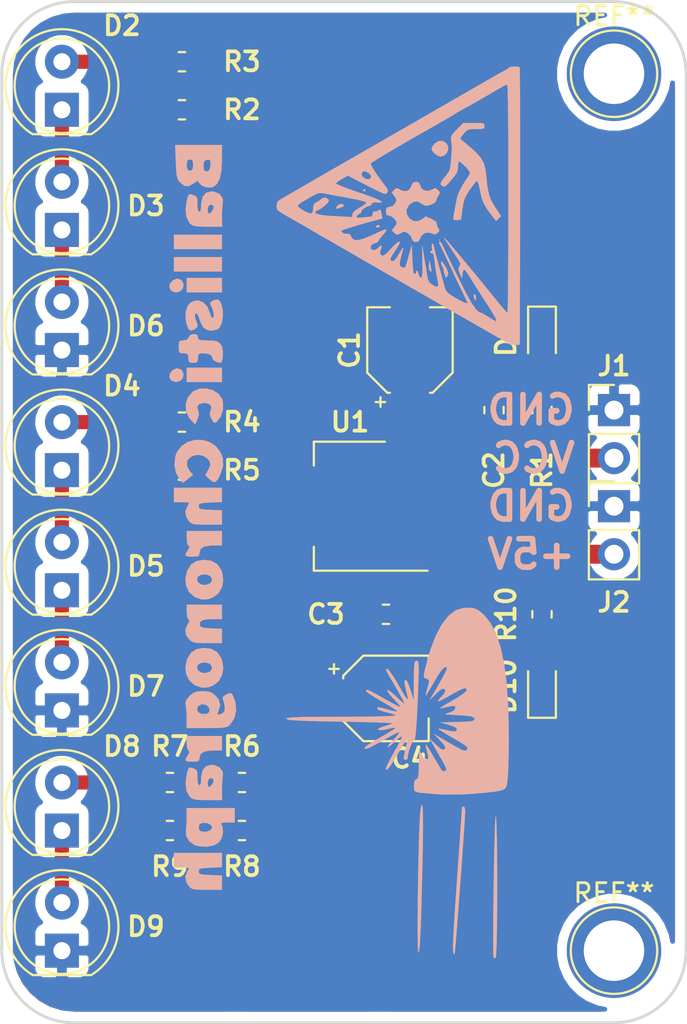
<source format=kicad_pcb>
(kicad_pcb (version 20171130) (host pcbnew "(6.0.0-rc1-dev)")

  (general
    (thickness 1.6)
    (drawings 12)
    (tracks 30)
    (zones 0)
    (modules 32)
    (nets 16)
  )

  (page A4)
  (layers
    (0 F.Cu signal)
    (31 B.Cu signal)
    (32 B.Adhes user)
    (33 F.Adhes user)
    (34 B.Paste user)
    (35 F.Paste user)
    (36 B.SilkS user)
    (37 F.SilkS user)
    (38 B.Mask user)
    (39 F.Mask user)
    (40 Dwgs.User user)
    (41 Cmts.User user)
    (42 Eco1.User user)
    (43 Eco2.User user)
    (44 Edge.Cuts user)
    (45 Margin user)
    (46 B.CrtYd user)
    (47 F.CrtYd user)
    (48 B.Fab user)
    (49 F.Fab user hide)
  )

  (setup
    (last_trace_width 0.25)
    (user_trace_width 0.3)
    (user_trace_width 0.5)
    (user_trace_width 0.75)
    (user_trace_width 1)
    (trace_clearance 0.2)
    (zone_clearance 0.508)
    (zone_45_only yes)
    (trace_min 0.2)
    (segment_width 0.2)
    (edge_width 0.15)
    (via_size 0.8)
    (via_drill 0.4)
    (via_min_size 0.4)
    (via_min_drill 0.3)
    (user_via 0.8 0.4)
    (uvia_size 0.3)
    (uvia_drill 0.1)
    (uvias_allowed no)
    (uvia_min_size 0.2)
    (uvia_min_drill 0.1)
    (pcb_text_width 0.3)
    (pcb_text_size 1.5 1.5)
    (mod_edge_width 0.15)
    (mod_text_size 1 1)
    (mod_text_width 0.2)
    (pad_size 5 5)
    (pad_drill 3.2)
    (pad_to_mask_clearance 0.2)
    (aux_axis_origin 116.205 73.025)
    (visible_elements FFFFFF7F)
    (pcbplotparams
      (layerselection 0x010f8_ffffffff)
      (usegerberextensions false)
      (usegerberattributes false)
      (usegerberadvancedattributes false)
      (creategerberjobfile false)
      (excludeedgelayer true)
      (linewidth 0.100000)
      (plotframeref false)
      (viasonmask false)
      (mode 1)
      (useauxorigin false)
      (hpglpennumber 1)
      (hpglpenspeed 20)
      (hpglpendiameter 15.000000)
      (psnegative false)
      (psa4output false)
      (plotreference true)
      (plotvalue true)
      (plotinvisibletext false)
      (padsonsilk false)
      (subtractmaskfromsilk false)
      (outputformat 1)
      (mirror false)
      (drillshape 0)
      (scaleselection 1)
      (outputdirectory "plot/"))
  )

  (net 0 "")
  (net 1 GND)
  (net 2 +5V)
  (net 3 "Net-(D2-Pad1)")
  (net 4 "Net-(D3-Pad1)")
  (net 5 "Net-(D4-Pad1)")
  (net 6 "Net-(D5-Pad1)")
  (net 7 "Net-(D8-Pad1)")
  (net 8 VCC)
  (net 9 "Net-(R6-Pad2)")
  (net 10 "Net-(D10-Pad2)")
  (net 11 "Net-(R8-Pad2)")
  (net 12 "Net-(D8-Pad2)")
  (net 13 "Net-(D1-Pad2)")
  (net 14 "Net-(D2-Pad2)")
  (net 15 "Net-(D4-Pad2)")

  (net_class Default "This is the default net class."
    (clearance 0.2)
    (trace_width 0.25)
    (via_dia 0.8)
    (via_drill 0.4)
    (uvia_dia 0.3)
    (uvia_drill 0.1)
    (add_net +5V)
    (add_net GND)
    (add_net "Net-(D1-Pad2)")
    (add_net "Net-(D10-Pad2)")
    (add_net "Net-(D2-Pad1)")
    (add_net "Net-(D2-Pad2)")
    (add_net "Net-(D3-Pad1)")
    (add_net "Net-(D4-Pad1)")
    (add_net "Net-(D4-Pad2)")
    (add_net "Net-(D5-Pad1)")
    (add_net "Net-(D8-Pad1)")
    (add_net "Net-(D8-Pad2)")
    (add_net "Net-(R6-Pad2)")
    (add_net "Net-(R8-Pad2)")
    (add_net VCC)
  )

  (module TestPoint:TestPoint_Plated_Hole_D3.0mm (layer F.Cu) (tedit 5B6831C9) (tstamp 5B6908D6)
    (at 148.59 123.19)
    (descr "Plated Hole as test Point, diameter 3.0mm")
    (tags "test point plated hole")
    (attr virtual)
    (fp_text reference REF** (at 0 -3.048) (layer F.SilkS)
      (effects (font (size 1 1) (thickness 0.15)))
    )
    (fp_text value TestPoint_Plated_Hole_D3.0mm (at 0 3) (layer F.Fab)
      (effects (font (size 1 1) (thickness 0.15)))
    )
    (fp_text user %R (at 0 -3.05) (layer F.Fab)
      (effects (font (size 1 1) (thickness 0.15)))
    )
    (fp_circle (center 0 0) (end 2.5 0) (layer F.CrtYd) (width 0.05))
    (fp_circle (center 0 0) (end 0 -2.286) (layer F.SilkS) (width 0.12))
    (pad 1 thru_hole circle (at 0 0) (size 5 5) (drill 3.2) (layers *.Cu *.Mask))
  )

  (module LED_SMD:LED_0603_1608Metric_Pad1.05x0.95mm_HandSolder (layer F.Cu) (tedit 5B4B45C9) (tstamp 5B73A869)
    (at 144.78 109.22 90)
    (descr "LED SMD 0603 (1608 Metric), square (rectangular) end terminal, IPC_7351 nominal, (Body size source: http://www.tortai-tech.com/upload/download/2011102023233369053.pdf), generated with kicad-footprint-generator")
    (tags "LED handsolder")
    (path /5A89EDD7)
    (attr smd)
    (fp_text reference D10 (at 0 -1.905 90) (layer F.SilkS)
      (effects (font (size 1 1) (thickness 0.2)))
    )
    (fp_text value LED (at 0 1.43 90) (layer F.Fab)
      (effects (font (size 1 1) (thickness 0.15)))
    )
    (fp_line (start 0.8 -0.4) (end -0.5 -0.4) (layer F.Fab) (width 0.1))
    (fp_line (start -0.5 -0.4) (end -0.8 -0.1) (layer F.Fab) (width 0.1))
    (fp_line (start -0.8 -0.1) (end -0.8 0.4) (layer F.Fab) (width 0.1))
    (fp_line (start -0.8 0.4) (end 0.8 0.4) (layer F.Fab) (width 0.1))
    (fp_line (start 0.8 0.4) (end 0.8 -0.4) (layer F.Fab) (width 0.1))
    (fp_line (start 0.8 -0.735) (end -1.66 -0.735) (layer F.SilkS) (width 0.12))
    (fp_line (start -1.66 -0.735) (end -1.66 0.735) (layer F.SilkS) (width 0.12))
    (fp_line (start -1.66 0.735) (end 0.8 0.735) (layer F.SilkS) (width 0.12))
    (fp_line (start -1.65 0.73) (end -1.65 -0.73) (layer F.CrtYd) (width 0.05))
    (fp_line (start -1.65 -0.73) (end 1.65 -0.73) (layer F.CrtYd) (width 0.05))
    (fp_line (start 1.65 -0.73) (end 1.65 0.73) (layer F.CrtYd) (width 0.05))
    (fp_line (start 1.65 0.73) (end -1.65 0.73) (layer F.CrtYd) (width 0.05))
    (fp_text user %R (at 0 0 90) (layer F.Fab)
      (effects (font (size 0.4 0.4) (thickness 0.06)))
    )
    (pad 1 smd roundrect (at -0.875 0 90) (size 1.05 0.95) (layers F.Cu F.Paste F.Mask) (roundrect_rratio 0.25)
      (net 1 GND))
    (pad 2 smd roundrect (at 0.875 0 90) (size 1.05 0.95) (layers F.Cu F.Paste F.Mask) (roundrect_rratio 0.25)
      (net 10 "Net-(D10-Pad2)"))
    (model ${KISYS3DMOD}/LED_SMD.3dshapes/LED_0603_1608Metric.wrl
      (at (xyz 0 0 0))
      (scale (xyz 1 1 1))
      (rotate (xyz 0 0 0))
    )
  )

  (module Capacitor_SMD:CP_Elec_4x4.5 (layer F.Cu) (tedit 5A841F9D) (tstamp 5B73A0E2)
    (at 136.525 109.855)
    (descr "SMT capacitor, aluminium electrolytic, 4x4.5, Nichicon ")
    (tags "Capacitor Electrolytic")
    (path /5A8A3262)
    (attr smd)
    (fp_text reference C4 (at 1.27 3.175) (layer F.SilkS)
      (effects (font (size 1 1) (thickness 0.2)))
    )
    (fp_text value 10uF (at 0 3.2) (layer F.Fab)
      (effects (font (size 1 1) (thickness 0.15)))
    )
    (fp_text user %R (at 0 0) (layer F.Fab)
      (effects (font (size 0.8 0.8) (thickness 0.12)))
    )
    (fp_line (start -3.35 1.05) (end -2.4 1.05) (layer F.CrtYd) (width 0.05))
    (fp_line (start -3.35 -1.05) (end -3.35 1.05) (layer F.CrtYd) (width 0.05))
    (fp_line (start -2.4 -1.05) (end -3.35 -1.05) (layer F.CrtYd) (width 0.05))
    (fp_line (start -2.4 1.05) (end -2.4 1.25) (layer F.CrtYd) (width 0.05))
    (fp_line (start -2.4 -1.25) (end -2.4 -1.05) (layer F.CrtYd) (width 0.05))
    (fp_line (start -2.4 -1.25) (end -1.25 -2.4) (layer F.CrtYd) (width 0.05))
    (fp_line (start -2.4 1.25) (end -1.25 2.4) (layer F.CrtYd) (width 0.05))
    (fp_line (start -1.25 -2.4) (end 2.4 -2.4) (layer F.CrtYd) (width 0.05))
    (fp_line (start -1.25 2.4) (end 2.4 2.4) (layer F.CrtYd) (width 0.05))
    (fp_line (start 2.4 1.05) (end 2.4 2.4) (layer F.CrtYd) (width 0.05))
    (fp_line (start 3.35 1.05) (end 2.4 1.05) (layer F.CrtYd) (width 0.05))
    (fp_line (start 3.35 -1.05) (end 3.35 1.05) (layer F.CrtYd) (width 0.05))
    (fp_line (start 2.4 -1.05) (end 3.35 -1.05) (layer F.CrtYd) (width 0.05))
    (fp_line (start 2.4 -2.4) (end 2.4 -1.05) (layer F.CrtYd) (width 0.05))
    (fp_line (start -2.75 -1.81) (end -2.75 -1.31) (layer F.SilkS) (width 0.12))
    (fp_line (start -3 -1.56) (end -2.5 -1.56) (layer F.SilkS) (width 0.12))
    (fp_line (start -2.26 1.195563) (end -1.195563 2.26) (layer F.SilkS) (width 0.12))
    (fp_line (start -2.26 -1.195563) (end -1.195563 -2.26) (layer F.SilkS) (width 0.12))
    (fp_line (start -2.26 -1.195563) (end -2.26 -1.06) (layer F.SilkS) (width 0.12))
    (fp_line (start -2.26 1.195563) (end -2.26 1.06) (layer F.SilkS) (width 0.12))
    (fp_line (start -1.195563 2.26) (end 2.26 2.26) (layer F.SilkS) (width 0.12))
    (fp_line (start -1.195563 -2.26) (end 2.26 -2.26) (layer F.SilkS) (width 0.12))
    (fp_line (start 2.26 -2.26) (end 2.26 -1.06) (layer F.SilkS) (width 0.12))
    (fp_line (start 2.26 2.26) (end 2.26 1.06) (layer F.SilkS) (width 0.12))
    (fp_line (start -1.374773 -1.2) (end -1.374773 -0.8) (layer F.Fab) (width 0.1))
    (fp_line (start -1.574773 -1) (end -1.174773 -1) (layer F.Fab) (width 0.1))
    (fp_line (start -2.15 1.15) (end -1.15 2.15) (layer F.Fab) (width 0.1))
    (fp_line (start -2.15 -1.15) (end -1.15 -2.15) (layer F.Fab) (width 0.1))
    (fp_line (start -2.15 -1.15) (end -2.15 1.15) (layer F.Fab) (width 0.1))
    (fp_line (start -1.15 2.15) (end 2.15 2.15) (layer F.Fab) (width 0.1))
    (fp_line (start -1.15 -2.15) (end 2.15 -2.15) (layer F.Fab) (width 0.1))
    (fp_line (start 2.15 -2.15) (end 2.15 2.15) (layer F.Fab) (width 0.1))
    (fp_circle (center 0 0) (end 2 0) (layer F.Fab) (width 0.1))
    (pad 2 smd rect (at 1.8 0) (size 2.6 1.6) (layers F.Cu F.Paste F.Mask)
      (net 1 GND))
    (pad 1 smd rect (at -1.8 0) (size 2.6 1.6) (layers F.Cu F.Paste F.Mask)
      (net 2 +5V))
    (model ${KISYS3DMOD}/Capacitor_SMD.3dshapes/CP_Elec_4x4.5.wrl
      (at (xyz 0 0 0))
      (scale (xyz 1 1 1))
      (rotate (xyz 0 0 0))
    )
  )

  (module Capacitor_SMD:CP_Elec_4x4.5 (layer F.Cu) (tedit 5A841F9D) (tstamp 5B73A0BB)
    (at 137.795 91.44 90)
    (descr "SMT capacitor, aluminium electrolytic, 4x4.5, Nichicon ")
    (tags "Capacitor Electrolytic")
    (path /5A8A7B6D)
    (attr smd)
    (fp_text reference C1 (at 0 -3.2 90) (layer F.SilkS)
      (effects (font (size 1 1) (thickness 0.2)))
    )
    (fp_text value 10uF (at 0 3.2 90) (layer F.Fab)
      (effects (font (size 1 1) (thickness 0.15)))
    )
    (fp_circle (center 0 0) (end 2 0) (layer F.Fab) (width 0.1))
    (fp_line (start 2.15 -2.15) (end 2.15 2.15) (layer F.Fab) (width 0.1))
    (fp_line (start -1.15 -2.15) (end 2.15 -2.15) (layer F.Fab) (width 0.1))
    (fp_line (start -1.15 2.15) (end 2.15 2.15) (layer F.Fab) (width 0.1))
    (fp_line (start -2.15 -1.15) (end -2.15 1.15) (layer F.Fab) (width 0.1))
    (fp_line (start -2.15 -1.15) (end -1.15 -2.15) (layer F.Fab) (width 0.1))
    (fp_line (start -2.15 1.15) (end -1.15 2.15) (layer F.Fab) (width 0.1))
    (fp_line (start -1.574773 -1) (end -1.174773 -1) (layer F.Fab) (width 0.1))
    (fp_line (start -1.374773 -1.2) (end -1.374773 -0.8) (layer F.Fab) (width 0.1))
    (fp_line (start 2.26 2.26) (end 2.26 1.06) (layer F.SilkS) (width 0.12))
    (fp_line (start 2.26 -2.26) (end 2.26 -1.06) (layer F.SilkS) (width 0.12))
    (fp_line (start -1.195563 -2.26) (end 2.26 -2.26) (layer F.SilkS) (width 0.12))
    (fp_line (start -1.195563 2.26) (end 2.26 2.26) (layer F.SilkS) (width 0.12))
    (fp_line (start -2.26 1.195563) (end -2.26 1.06) (layer F.SilkS) (width 0.12))
    (fp_line (start -2.26 -1.195563) (end -2.26 -1.06) (layer F.SilkS) (width 0.12))
    (fp_line (start -2.26 -1.195563) (end -1.195563 -2.26) (layer F.SilkS) (width 0.12))
    (fp_line (start -2.26 1.195563) (end -1.195563 2.26) (layer F.SilkS) (width 0.12))
    (fp_line (start -3 -1.56) (end -2.5 -1.56) (layer F.SilkS) (width 0.12))
    (fp_line (start -2.75 -1.81) (end -2.75 -1.31) (layer F.SilkS) (width 0.12))
    (fp_line (start 2.4 -2.4) (end 2.4 -1.05) (layer F.CrtYd) (width 0.05))
    (fp_line (start 2.4 -1.05) (end 3.35 -1.05) (layer F.CrtYd) (width 0.05))
    (fp_line (start 3.35 -1.05) (end 3.35 1.05) (layer F.CrtYd) (width 0.05))
    (fp_line (start 3.35 1.05) (end 2.4 1.05) (layer F.CrtYd) (width 0.05))
    (fp_line (start 2.4 1.05) (end 2.4 2.4) (layer F.CrtYd) (width 0.05))
    (fp_line (start -1.25 2.4) (end 2.4 2.4) (layer F.CrtYd) (width 0.05))
    (fp_line (start -1.25 -2.4) (end 2.4 -2.4) (layer F.CrtYd) (width 0.05))
    (fp_line (start -2.4 1.25) (end -1.25 2.4) (layer F.CrtYd) (width 0.05))
    (fp_line (start -2.4 -1.25) (end -1.25 -2.4) (layer F.CrtYd) (width 0.05))
    (fp_line (start -2.4 -1.25) (end -2.4 -1.05) (layer F.CrtYd) (width 0.05))
    (fp_line (start -2.4 1.05) (end -2.4 1.25) (layer F.CrtYd) (width 0.05))
    (fp_line (start -2.4 -1.05) (end -3.35 -1.05) (layer F.CrtYd) (width 0.05))
    (fp_line (start -3.35 -1.05) (end -3.35 1.05) (layer F.CrtYd) (width 0.05))
    (fp_line (start -3.35 1.05) (end -2.4 1.05) (layer F.CrtYd) (width 0.05))
    (fp_text user %R (at 0 0 90) (layer F.Fab)
      (effects (font (size 0.8 0.8) (thickness 0.12)))
    )
    (pad 1 smd rect (at -1.8 0 90) (size 2.6 1.6) (layers F.Cu F.Paste F.Mask)
      (net 8 VCC))
    (pad 2 smd rect (at 1.8 0 90) (size 2.6 1.6) (layers F.Cu F.Paste F.Mask)
      (net 1 GND))
    (model ${KISYS3DMOD}/Capacitor_SMD.3dshapes/CP_Elec_4x4.5.wrl
      (at (xyz 0 0 0))
      (scale (xyz 1 1 1))
      (rotate (xyz 0 0 0))
    )
  )

  (module Capacitor_SMD:C_0603_1608Metric_Pad1.05x0.95mm_HandSolder (layer F.Cu) (tedit 5B301BBE) (tstamp 5B73A0AB)
    (at 142.24 94.615 90)
    (descr "Capacitor SMD 0603 (1608 Metric), square (rectangular) end terminal, IPC_7351 nominal with elongated pad for handsoldering. (Body size source: http://www.tortai-tech.com/upload/download/2011102023233369053.pdf), generated with kicad-footprint-generator")
    (tags "capacitor handsolder")
    (path /5A8A7B66)
    (attr smd)
    (fp_text reference C2 (at -3.175 0 90) (layer F.SilkS)
      (effects (font (size 1 1) (thickness 0.2)))
    )
    (fp_text value 100nF (at 0 1.43 90) (layer F.Fab)
      (effects (font (size 1 1) (thickness 0.15)))
    )
    (fp_text user %R (at 0 0 90) (layer F.Fab)
      (effects (font (size 0.4 0.4) (thickness 0.06)))
    )
    (fp_line (start 1.65 0.73) (end -1.65 0.73) (layer F.CrtYd) (width 0.05))
    (fp_line (start 1.65 -0.73) (end 1.65 0.73) (layer F.CrtYd) (width 0.05))
    (fp_line (start -1.65 -0.73) (end 1.65 -0.73) (layer F.CrtYd) (width 0.05))
    (fp_line (start -1.65 0.73) (end -1.65 -0.73) (layer F.CrtYd) (width 0.05))
    (fp_line (start -0.171267 0.51) (end 0.171267 0.51) (layer F.SilkS) (width 0.12))
    (fp_line (start -0.171267 -0.51) (end 0.171267 -0.51) (layer F.SilkS) (width 0.12))
    (fp_line (start 0.8 0.4) (end -0.8 0.4) (layer F.Fab) (width 0.1))
    (fp_line (start 0.8 -0.4) (end 0.8 0.4) (layer F.Fab) (width 0.1))
    (fp_line (start -0.8 -0.4) (end 0.8 -0.4) (layer F.Fab) (width 0.1))
    (fp_line (start -0.8 0.4) (end -0.8 -0.4) (layer F.Fab) (width 0.1))
    (pad 2 smd roundrect (at 0.875 0 90) (size 1.05 0.95) (layers F.Cu F.Paste F.Mask) (roundrect_rratio 0.25)
      (net 1 GND))
    (pad 1 smd roundrect (at -0.875 0 90) (size 1.05 0.95) (layers F.Cu F.Paste F.Mask) (roundrect_rratio 0.25)
      (net 8 VCC))
    (model ${KISYS3DMOD}/Capacitor_SMD.3dshapes/C_0603_1608Metric.wrl
      (at (xyz 0 0 0))
      (scale (xyz 1 1 1))
      (rotate (xyz 0 0 0))
    )
  )

  (module Capacitor_SMD:C_0603_1608Metric_Pad1.05x0.95mm_HandSolder (layer F.Cu) (tedit 5B301BBE) (tstamp 5B73A09B)
    (at 136.525 105.41)
    (descr "Capacitor SMD 0603 (1608 Metric), square (rectangular) end terminal, IPC_7351 nominal with elongated pad for handsoldering. (Body size source: http://www.tortai-tech.com/upload/download/2011102023233369053.pdf), generated with kicad-footprint-generator")
    (tags "capacitor handsolder")
    (path /5A8A31A9)
    (attr smd)
    (fp_text reference C3 (at -3.175 0) (layer F.SilkS)
      (effects (font (size 1 1) (thickness 0.2)))
    )
    (fp_text value 100nF (at 0 1.43) (layer F.Fab)
      (effects (font (size 1 1) (thickness 0.15)))
    )
    (fp_line (start -0.8 0.4) (end -0.8 -0.4) (layer F.Fab) (width 0.1))
    (fp_line (start -0.8 -0.4) (end 0.8 -0.4) (layer F.Fab) (width 0.1))
    (fp_line (start 0.8 -0.4) (end 0.8 0.4) (layer F.Fab) (width 0.1))
    (fp_line (start 0.8 0.4) (end -0.8 0.4) (layer F.Fab) (width 0.1))
    (fp_line (start -0.171267 -0.51) (end 0.171267 -0.51) (layer F.SilkS) (width 0.12))
    (fp_line (start -0.171267 0.51) (end 0.171267 0.51) (layer F.SilkS) (width 0.12))
    (fp_line (start -1.65 0.73) (end -1.65 -0.73) (layer F.CrtYd) (width 0.05))
    (fp_line (start -1.65 -0.73) (end 1.65 -0.73) (layer F.CrtYd) (width 0.05))
    (fp_line (start 1.65 -0.73) (end 1.65 0.73) (layer F.CrtYd) (width 0.05))
    (fp_line (start 1.65 0.73) (end -1.65 0.73) (layer F.CrtYd) (width 0.05))
    (fp_text user %R (at 0 0) (layer F.Fab)
      (effects (font (size 0.4 0.4) (thickness 0.06)))
    )
    (pad 1 smd roundrect (at -0.875 0) (size 1.05 0.95) (layers F.Cu F.Paste F.Mask) (roundrect_rratio 0.25)
      (net 2 +5V))
    (pad 2 smd roundrect (at 0.875 0) (size 1.05 0.95) (layers F.Cu F.Paste F.Mask) (roundrect_rratio 0.25)
      (net 1 GND))
    (model ${KISYS3DMOD}/Capacitor_SMD.3dshapes/C_0603_1608Metric.wrl
      (at (xyz 0 0 0))
      (scale (xyz 1 1 1))
      (rotate (xyz 0 0 0))
    )
  )

  (module Connector_PinHeader_2.54mm:PinHeader_1x02_P2.54mm_Vertical (layer F.Cu) (tedit 59FED5CC) (tstamp 5B73A086)
    (at 148.59 99.695)
    (descr "Through hole straight pin header, 1x02, 2.54mm pitch, single row")
    (tags "Through hole pin header THT 1x02 2.54mm single row")
    (path /5A89C5FF)
    (fp_text reference J2 (at 0 5.08) (layer F.SilkS)
      (effects (font (size 1 1) (thickness 0.2)))
    )
    (fp_text value Conn_01x02 (at 0 4.87) (layer F.Fab)
      (effects (font (size 1 1) (thickness 0.15)))
    )
    (fp_text user %R (at 0 1.27 90) (layer F.Fab)
      (effects (font (size 1 1) (thickness 0.15)))
    )
    (fp_line (start 1.8 -1.8) (end -1.8 -1.8) (layer F.CrtYd) (width 0.05))
    (fp_line (start 1.8 4.35) (end 1.8 -1.8) (layer F.CrtYd) (width 0.05))
    (fp_line (start -1.8 4.35) (end 1.8 4.35) (layer F.CrtYd) (width 0.05))
    (fp_line (start -1.8 -1.8) (end -1.8 4.35) (layer F.CrtYd) (width 0.05))
    (fp_line (start -1.33 -1.33) (end 0 -1.33) (layer F.SilkS) (width 0.12))
    (fp_line (start -1.33 0) (end -1.33 -1.33) (layer F.SilkS) (width 0.12))
    (fp_line (start -1.33 1.27) (end 1.33 1.27) (layer F.SilkS) (width 0.12))
    (fp_line (start 1.33 1.27) (end 1.33 3.87) (layer F.SilkS) (width 0.12))
    (fp_line (start -1.33 1.27) (end -1.33 3.87) (layer F.SilkS) (width 0.12))
    (fp_line (start -1.33 3.87) (end 1.33 3.87) (layer F.SilkS) (width 0.12))
    (fp_line (start -1.27 -0.635) (end -0.635 -1.27) (layer F.Fab) (width 0.1))
    (fp_line (start -1.27 3.81) (end -1.27 -0.635) (layer F.Fab) (width 0.1))
    (fp_line (start 1.27 3.81) (end -1.27 3.81) (layer F.Fab) (width 0.1))
    (fp_line (start 1.27 -1.27) (end 1.27 3.81) (layer F.Fab) (width 0.1))
    (fp_line (start -0.635 -1.27) (end 1.27 -1.27) (layer F.Fab) (width 0.1))
    (pad 2 thru_hole oval (at 0 2.54) (size 1.7 1.7) (drill 1) (layers *.Cu *.Mask)
      (net 2 +5V))
    (pad 1 thru_hole rect (at 0 0) (size 1.7 1.7) (drill 1) (layers *.Cu *.Mask)
      (net 1 GND))
    (model ${KISYS3DMOD}/Connector_PinHeader_2.54mm.3dshapes/PinHeader_1x02_P2.54mm_Vertical.wrl
      (at (xyz 0 0 0))
      (scale (xyz 1 1 1))
      (rotate (xyz 0 0 0))
    )
  )

  (module Connector_PinHeader_2.54mm:PinHeader_1x02_P2.54mm_Vertical (layer F.Cu) (tedit 59FED5CC) (tstamp 5B73A071)
    (at 148.59 94.615)
    (descr "Through hole straight pin header, 1x02, 2.54mm pitch, single row")
    (tags "Through hole pin header THT 1x02 2.54mm single row")
    (path /5A8AB0A4)
    (fp_text reference J1 (at 0 -2.33) (layer F.SilkS)
      (effects (font (size 1 1) (thickness 0.2)))
    )
    (fp_text value Conn_01x02 (at 0 4.87) (layer F.Fab)
      (effects (font (size 1 1) (thickness 0.15)))
    )
    (fp_line (start -0.635 -1.27) (end 1.27 -1.27) (layer F.Fab) (width 0.1))
    (fp_line (start 1.27 -1.27) (end 1.27 3.81) (layer F.Fab) (width 0.1))
    (fp_line (start 1.27 3.81) (end -1.27 3.81) (layer F.Fab) (width 0.1))
    (fp_line (start -1.27 3.81) (end -1.27 -0.635) (layer F.Fab) (width 0.1))
    (fp_line (start -1.27 -0.635) (end -0.635 -1.27) (layer F.Fab) (width 0.1))
    (fp_line (start -1.33 3.87) (end 1.33 3.87) (layer F.SilkS) (width 0.12))
    (fp_line (start -1.33 1.27) (end -1.33 3.87) (layer F.SilkS) (width 0.12))
    (fp_line (start 1.33 1.27) (end 1.33 3.87) (layer F.SilkS) (width 0.12))
    (fp_line (start -1.33 1.27) (end 1.33 1.27) (layer F.SilkS) (width 0.12))
    (fp_line (start -1.33 0) (end -1.33 -1.33) (layer F.SilkS) (width 0.12))
    (fp_line (start -1.33 -1.33) (end 0 -1.33) (layer F.SilkS) (width 0.12))
    (fp_line (start -1.8 -1.8) (end -1.8 4.35) (layer F.CrtYd) (width 0.05))
    (fp_line (start -1.8 4.35) (end 1.8 4.35) (layer F.CrtYd) (width 0.05))
    (fp_line (start 1.8 4.35) (end 1.8 -1.8) (layer F.CrtYd) (width 0.05))
    (fp_line (start 1.8 -1.8) (end -1.8 -1.8) (layer F.CrtYd) (width 0.05))
    (fp_text user %R (at 0 1.27 90) (layer F.Fab)
      (effects (font (size 1 1) (thickness 0.15)))
    )
    (pad 1 thru_hole rect (at 0 0) (size 1.7 1.7) (drill 1) (layers *.Cu *.Mask)
      (net 1 GND))
    (pad 2 thru_hole oval (at 0 2.54) (size 1.7 1.7) (drill 1) (layers *.Cu *.Mask)
      (net 8 VCC))
    (model ${KISYS3DMOD}/Connector_PinHeader_2.54mm.3dshapes/PinHeader_1x02_P2.54mm_Vertical.wrl
      (at (xyz 0 0 0))
      (scale (xyz 1 1 1))
      (rotate (xyz 0 0 0))
    )
  )

  (module LED_SMD:LED_0603_1608Metric_Pad1.05x0.95mm_HandSolder (layer F.Cu) (tedit 5B4B45C9) (tstamp 5B73A05F)
    (at 144.78 90.805 270)
    (descr "LED SMD 0603 (1608 Metric), square (rectangular) end terminal, IPC_7351 nominal, (Body size source: http://www.tortai-tech.com/upload/download/2011102023233369053.pdf), generated with kicad-footprint-generator")
    (tags "LED handsolder")
    (path /5A8A7B55)
    (attr smd)
    (fp_text reference D1 (at 0 1.905 270) (layer F.SilkS)
      (effects (font (size 1 1) (thickness 0.2)))
    )
    (fp_text value LED (at 0 1.43 270) (layer F.Fab)
      (effects (font (size 1 1) (thickness 0.15)))
    )
    (fp_line (start 0.8 -0.4) (end -0.5 -0.4) (layer F.Fab) (width 0.1))
    (fp_line (start -0.5 -0.4) (end -0.8 -0.1) (layer F.Fab) (width 0.1))
    (fp_line (start -0.8 -0.1) (end -0.8 0.4) (layer F.Fab) (width 0.1))
    (fp_line (start -0.8 0.4) (end 0.8 0.4) (layer F.Fab) (width 0.1))
    (fp_line (start 0.8 0.4) (end 0.8 -0.4) (layer F.Fab) (width 0.1))
    (fp_line (start 0.8 -0.735) (end -1.66 -0.735) (layer F.SilkS) (width 0.12))
    (fp_line (start -1.66 -0.735) (end -1.66 0.735) (layer F.SilkS) (width 0.12))
    (fp_line (start -1.66 0.735) (end 0.8 0.735) (layer F.SilkS) (width 0.12))
    (fp_line (start -1.65 0.73) (end -1.65 -0.73) (layer F.CrtYd) (width 0.05))
    (fp_line (start -1.65 -0.73) (end 1.65 -0.73) (layer F.CrtYd) (width 0.05))
    (fp_line (start 1.65 -0.73) (end 1.65 0.73) (layer F.CrtYd) (width 0.05))
    (fp_line (start 1.65 0.73) (end -1.65 0.73) (layer F.CrtYd) (width 0.05))
    (fp_text user %R (at 0 0 270) (layer F.Fab)
      (effects (font (size 0.4 0.4) (thickness 0.06)))
    )
    (pad 1 smd roundrect (at -0.875 0 270) (size 1.05 0.95) (layers F.Cu F.Paste F.Mask) (roundrect_rratio 0.25)
      (net 1 GND))
    (pad 2 smd roundrect (at 0.875 0 270) (size 1.05 0.95) (layers F.Cu F.Paste F.Mask) (roundrect_rratio 0.25)
      (net 13 "Net-(D1-Pad2)"))
    (model ${KISYS3DMOD}/LED_SMD.3dshapes/LED_0603_1608Metric.wrl
      (at (xyz 0 0 0))
      (scale (xyz 1 1 1))
      (rotate (xyz 0 0 0))
    )
  )

  (module LED_THT:LED_D5.0mm (layer F.Cu) (tedit 5995936A) (tstamp 5B73A03D)
    (at 119.38 123.19 90)
    (descr "LED, diameter 5.0mm, 2 pins, http://cdn-reichelt.de/documents/datenblatt/A500/LL-504BC2E-009.pdf")
    (tags "LED diameter 5.0mm 2 pins")
    (path /5A89DA91)
    (fp_text reference D9 (at 1.27 4.445 180) (layer F.SilkS)
      (effects (font (size 1 1) (thickness 0.2)))
    )
    (fp_text value CQY99 (at 1.27 3.96 90) (layer F.Fab)
      (effects (font (size 1 1) (thickness 0.15)))
    )
    (fp_text user %R (at 1.25 0 90) (layer F.Fab)
      (effects (font (size 0.8 0.8) (thickness 0.2)))
    )
    (fp_line (start 4.5 -3.25) (end -1.95 -3.25) (layer F.CrtYd) (width 0.05))
    (fp_line (start 4.5 3.25) (end 4.5 -3.25) (layer F.CrtYd) (width 0.05))
    (fp_line (start -1.95 3.25) (end 4.5 3.25) (layer F.CrtYd) (width 0.05))
    (fp_line (start -1.95 -3.25) (end -1.95 3.25) (layer F.CrtYd) (width 0.05))
    (fp_line (start -1.29 -1.545) (end -1.29 1.545) (layer F.SilkS) (width 0.12))
    (fp_line (start -1.23 -1.469694) (end -1.23 1.469694) (layer F.Fab) (width 0.1))
    (fp_circle (center 1.27 0) (end 3.77 0) (layer F.SilkS) (width 0.12))
    (fp_circle (center 1.27 0) (end 3.77 0) (layer F.Fab) (width 0.1))
    (fp_arc (start 1.27 0) (end -1.29 1.54483) (angle -148.9) (layer F.SilkS) (width 0.12))
    (fp_arc (start 1.27 0) (end -1.29 -1.54483) (angle 148.9) (layer F.SilkS) (width 0.12))
    (fp_arc (start 1.27 0) (end -1.23 -1.469694) (angle 299.1) (layer F.Fab) (width 0.1))
    (pad 2 thru_hole circle (at 2.54 0 90) (size 1.8 1.8) (drill 0.9) (layers *.Cu *.Mask)
      (net 7 "Net-(D8-Pad1)"))
    (pad 1 thru_hole rect (at 0 0 90) (size 1.8 1.8) (drill 0.9) (layers *.Cu *.Mask)
      (net 1 GND))
    (model ${KISYS3DMOD}/LED_THT.3dshapes/LED_D5.0mm.wrl
      (at (xyz 0 0 0))
      (scale (xyz 1 1 1))
      (rotate (xyz 0 0 0))
    )
  )

  (module LED_THT:LED_D5.0mm (layer F.Cu) (tedit 5995936A) (tstamp 5B73A02C)
    (at 119.38 110.49 90)
    (descr "LED, diameter 5.0mm, 2 pins, http://cdn-reichelt.de/documents/datenblatt/A500/LL-504BC2E-009.pdf")
    (tags "LED diameter 5.0mm 2 pins")
    (path /5A89DA57)
    (fp_text reference D7 (at 1.27 4.445 180) (layer F.SilkS)
      (effects (font (size 1 1) (thickness 0.2)))
    )
    (fp_text value CQY99 (at 1.27 3.96 90) (layer F.Fab)
      (effects (font (size 1 1) (thickness 0.15)))
    )
    (fp_arc (start 1.27 0) (end -1.23 -1.469694) (angle 299.1) (layer F.Fab) (width 0.1))
    (fp_arc (start 1.27 0) (end -1.29 -1.54483) (angle 148.9) (layer F.SilkS) (width 0.12))
    (fp_arc (start 1.27 0) (end -1.29 1.54483) (angle -148.9) (layer F.SilkS) (width 0.12))
    (fp_circle (center 1.27 0) (end 3.77 0) (layer F.Fab) (width 0.1))
    (fp_circle (center 1.27 0) (end 3.77 0) (layer F.SilkS) (width 0.12))
    (fp_line (start -1.23 -1.469694) (end -1.23 1.469694) (layer F.Fab) (width 0.1))
    (fp_line (start -1.29 -1.545) (end -1.29 1.545) (layer F.SilkS) (width 0.12))
    (fp_line (start -1.95 -3.25) (end -1.95 3.25) (layer F.CrtYd) (width 0.05))
    (fp_line (start -1.95 3.25) (end 4.5 3.25) (layer F.CrtYd) (width 0.05))
    (fp_line (start 4.5 3.25) (end 4.5 -3.25) (layer F.CrtYd) (width 0.05))
    (fp_line (start 4.5 -3.25) (end -1.95 -3.25) (layer F.CrtYd) (width 0.05))
    (fp_text user %R (at 1.25 0 90) (layer F.Fab)
      (effects (font (size 0.8 0.8) (thickness 0.2)))
    )
    (pad 1 thru_hole rect (at 0 0 90) (size 1.8 1.8) (drill 0.9) (layers *.Cu *.Mask)
      (net 1 GND))
    (pad 2 thru_hole circle (at 2.54 0 90) (size 1.8 1.8) (drill 0.9) (layers *.Cu *.Mask)
      (net 6 "Net-(D5-Pad1)"))
    (model ${KISYS3DMOD}/LED_THT.3dshapes/LED_D5.0mm.wrl
      (at (xyz 0 0 0))
      (scale (xyz 1 1 1))
      (rotate (xyz 0 0 0))
    )
  )

  (module LED_THT:LED_D5.0mm (layer F.Cu) (tedit 5995936A) (tstamp 5B73A01B)
    (at 119.38 91.44 90)
    (descr "LED, diameter 5.0mm, 2 pins, http://cdn-reichelt.de/documents/datenblatt/A500/LL-504BC2E-009.pdf")
    (tags "LED diameter 5.0mm 2 pins")
    (path /5A89DA3A)
    (fp_text reference D6 (at 1.27 4.445 180) (layer F.SilkS)
      (effects (font (size 1 1) (thickness 0.2)))
    )
    (fp_text value CQY99 (at 1.27 3.96 90) (layer F.Fab)
      (effects (font (size 1 1) (thickness 0.15)))
    )
    (fp_text user %R (at 1.25 0 90) (layer F.Fab)
      (effects (font (size 0.8 0.8) (thickness 0.2)))
    )
    (fp_line (start 4.5 -3.25) (end -1.95 -3.25) (layer F.CrtYd) (width 0.05))
    (fp_line (start 4.5 3.25) (end 4.5 -3.25) (layer F.CrtYd) (width 0.05))
    (fp_line (start -1.95 3.25) (end 4.5 3.25) (layer F.CrtYd) (width 0.05))
    (fp_line (start -1.95 -3.25) (end -1.95 3.25) (layer F.CrtYd) (width 0.05))
    (fp_line (start -1.29 -1.545) (end -1.29 1.545) (layer F.SilkS) (width 0.12))
    (fp_line (start -1.23 -1.469694) (end -1.23 1.469694) (layer F.Fab) (width 0.1))
    (fp_circle (center 1.27 0) (end 3.77 0) (layer F.SilkS) (width 0.12))
    (fp_circle (center 1.27 0) (end 3.77 0) (layer F.Fab) (width 0.1))
    (fp_arc (start 1.27 0) (end -1.29 1.54483) (angle -148.9) (layer F.SilkS) (width 0.12))
    (fp_arc (start 1.27 0) (end -1.29 -1.54483) (angle 148.9) (layer F.SilkS) (width 0.12))
    (fp_arc (start 1.27 0) (end -1.23 -1.469694) (angle 299.1) (layer F.Fab) (width 0.1))
    (pad 2 thru_hole circle (at 2.54 0 90) (size 1.8 1.8) (drill 0.9) (layers *.Cu *.Mask)
      (net 4 "Net-(D3-Pad1)"))
    (pad 1 thru_hole rect (at 0 0 90) (size 1.8 1.8) (drill 0.9) (layers *.Cu *.Mask)
      (net 1 GND))
    (model ${KISYS3DMOD}/LED_THT.3dshapes/LED_D5.0mm.wrl
      (at (xyz 0 0 0))
      (scale (xyz 1 1 1))
      (rotate (xyz 0 0 0))
    )
  )

  (module LED_THT:LED_D5.0mm (layer F.Cu) (tedit 5995936A) (tstamp 5B73A00A)
    (at 119.38 104.14 90)
    (descr "LED, diameter 5.0mm, 2 pins, http://cdn-reichelt.de/documents/datenblatt/A500/LL-504BC2E-009.pdf")
    (tags "LED diameter 5.0mm 2 pins")
    (path /5A89D060)
    (fp_text reference D5 (at 1.27 4.445 180) (layer F.SilkS)
      (effects (font (size 1 1) (thickness 0.2)))
    )
    (fp_text value CQY99 (at 1.27 3.96 90) (layer F.Fab)
      (effects (font (size 1 1) (thickness 0.15)))
    )
    (fp_arc (start 1.27 0) (end -1.23 -1.469694) (angle 299.1) (layer F.Fab) (width 0.1))
    (fp_arc (start 1.27 0) (end -1.29 -1.54483) (angle 148.9) (layer F.SilkS) (width 0.12))
    (fp_arc (start 1.27 0) (end -1.29 1.54483) (angle -148.9) (layer F.SilkS) (width 0.12))
    (fp_circle (center 1.27 0) (end 3.77 0) (layer F.Fab) (width 0.1))
    (fp_circle (center 1.27 0) (end 3.77 0) (layer F.SilkS) (width 0.12))
    (fp_line (start -1.23 -1.469694) (end -1.23 1.469694) (layer F.Fab) (width 0.1))
    (fp_line (start -1.29 -1.545) (end -1.29 1.545) (layer F.SilkS) (width 0.12))
    (fp_line (start -1.95 -3.25) (end -1.95 3.25) (layer F.CrtYd) (width 0.05))
    (fp_line (start -1.95 3.25) (end 4.5 3.25) (layer F.CrtYd) (width 0.05))
    (fp_line (start 4.5 3.25) (end 4.5 -3.25) (layer F.CrtYd) (width 0.05))
    (fp_line (start 4.5 -3.25) (end -1.95 -3.25) (layer F.CrtYd) (width 0.05))
    (fp_text user %R (at 1.25 0 90) (layer F.Fab)
      (effects (font (size 0.8 0.8) (thickness 0.2)))
    )
    (pad 1 thru_hole rect (at 0 0 90) (size 1.8 1.8) (drill 0.9) (layers *.Cu *.Mask)
      (net 6 "Net-(D5-Pad1)"))
    (pad 2 thru_hole circle (at 2.54 0 90) (size 1.8 1.8) (drill 0.9) (layers *.Cu *.Mask)
      (net 5 "Net-(D4-Pad1)"))
    (model ${KISYS3DMOD}/LED_THT.3dshapes/LED_D5.0mm.wrl
      (at (xyz 0 0 0))
      (scale (xyz 1 1 1))
      (rotate (xyz 0 0 0))
    )
  )

  (module LED_THT:LED_D5.0mm (layer F.Cu) (tedit 5995936A) (tstamp 5B739FF9)
    (at 119.38 97.79 90)
    (descr "LED, diameter 5.0mm, 2 pins, http://cdn-reichelt.de/documents/datenblatt/A500/LL-504BC2E-009.pdf")
    (tags "LED diameter 5.0mm 2 pins")
    (path /5A89D043)
    (fp_text reference D4 (at 4.445 3.175 180) (layer F.SilkS)
      (effects (font (size 1 1) (thickness 0.2)))
    )
    (fp_text value CQY99 (at 1.27 3.96 90) (layer F.Fab)
      (effects (font (size 1 1) (thickness 0.15)))
    )
    (fp_text user %R (at 1.25 0 90) (layer F.Fab)
      (effects (font (size 0.8 0.8) (thickness 0.2)))
    )
    (fp_line (start 4.5 -3.25) (end -1.95 -3.25) (layer F.CrtYd) (width 0.05))
    (fp_line (start 4.5 3.25) (end 4.5 -3.25) (layer F.CrtYd) (width 0.05))
    (fp_line (start -1.95 3.25) (end 4.5 3.25) (layer F.CrtYd) (width 0.05))
    (fp_line (start -1.95 -3.25) (end -1.95 3.25) (layer F.CrtYd) (width 0.05))
    (fp_line (start -1.29 -1.545) (end -1.29 1.545) (layer F.SilkS) (width 0.12))
    (fp_line (start -1.23 -1.469694) (end -1.23 1.469694) (layer F.Fab) (width 0.1))
    (fp_circle (center 1.27 0) (end 3.77 0) (layer F.SilkS) (width 0.12))
    (fp_circle (center 1.27 0) (end 3.77 0) (layer F.Fab) (width 0.1))
    (fp_arc (start 1.27 0) (end -1.29 1.54483) (angle -148.9) (layer F.SilkS) (width 0.12))
    (fp_arc (start 1.27 0) (end -1.29 -1.54483) (angle 148.9) (layer F.SilkS) (width 0.12))
    (fp_arc (start 1.27 0) (end -1.23 -1.469694) (angle 299.1) (layer F.Fab) (width 0.1))
    (pad 2 thru_hole circle (at 2.54 0 90) (size 1.8 1.8) (drill 0.9) (layers *.Cu *.Mask)
      (net 15 "Net-(D4-Pad2)"))
    (pad 1 thru_hole rect (at 0 0 90) (size 1.8 1.8) (drill 0.9) (layers *.Cu *.Mask)
      (net 5 "Net-(D4-Pad1)"))
    (model ${KISYS3DMOD}/LED_THT.3dshapes/LED_D5.0mm.wrl
      (at (xyz 0 0 0))
      (scale (xyz 1 1 1))
      (rotate (xyz 0 0 0))
    )
  )

  (module LED_THT:LED_D5.0mm (layer F.Cu) (tedit 5995936A) (tstamp 5B739FE8)
    (at 119.38 85.09 90)
    (descr "LED, diameter 5.0mm, 2 pins, http://cdn-reichelt.de/documents/datenblatt/A500/LL-504BC2E-009.pdf")
    (tags "LED diameter 5.0mm 2 pins")
    (path /5A89CE58)
    (fp_text reference D3 (at 1.27 4.445 180) (layer F.SilkS)
      (effects (font (size 1 1) (thickness 0.2)))
    )
    (fp_text value CQY99 (at 1.27 3.96 90) (layer F.Fab)
      (effects (font (size 1 1) (thickness 0.15)))
    )
    (fp_arc (start 1.27 0) (end -1.23 -1.469694) (angle 299.1) (layer F.Fab) (width 0.1))
    (fp_arc (start 1.27 0) (end -1.29 -1.54483) (angle 148.9) (layer F.SilkS) (width 0.12))
    (fp_arc (start 1.27 0) (end -1.29 1.54483) (angle -148.9) (layer F.SilkS) (width 0.12))
    (fp_circle (center 1.27 0) (end 3.77 0) (layer F.Fab) (width 0.1))
    (fp_circle (center 1.27 0) (end 3.77 0) (layer F.SilkS) (width 0.12))
    (fp_line (start -1.23 -1.469694) (end -1.23 1.469694) (layer F.Fab) (width 0.1))
    (fp_line (start -1.29 -1.545) (end -1.29 1.545) (layer F.SilkS) (width 0.12))
    (fp_line (start -1.95 -3.25) (end -1.95 3.25) (layer F.CrtYd) (width 0.05))
    (fp_line (start -1.95 3.25) (end 4.5 3.25) (layer F.CrtYd) (width 0.05))
    (fp_line (start 4.5 3.25) (end 4.5 -3.25) (layer F.CrtYd) (width 0.05))
    (fp_line (start 4.5 -3.25) (end -1.95 -3.25) (layer F.CrtYd) (width 0.05))
    (fp_text user %R (at 1.25 0 90) (layer F.Fab)
      (effects (font (size 0.8 0.8) (thickness 0.2)))
    )
    (pad 1 thru_hole rect (at 0 0 90) (size 1.8 1.8) (drill 0.9) (layers *.Cu *.Mask)
      (net 4 "Net-(D3-Pad1)"))
    (pad 2 thru_hole circle (at 2.54 0 90) (size 1.8 1.8) (drill 0.9) (layers *.Cu *.Mask)
      (net 3 "Net-(D2-Pad1)"))
    (model ${KISYS3DMOD}/LED_THT.3dshapes/LED_D5.0mm.wrl
      (at (xyz 0 0 0))
      (scale (xyz 1 1 1))
      (rotate (xyz 0 0 0))
    )
  )

  (module LED_THT:LED_D5.0mm (layer F.Cu) (tedit 5995936A) (tstamp 5B739FD7)
    (at 119.38 78.74 90)
    (descr "LED, diameter 5.0mm, 2 pins, http://cdn-reichelt.de/documents/datenblatt/A500/LL-504BC2E-009.pdf")
    (tags "LED diameter 5.0mm 2 pins")
    (path /5A89CB23)
    (fp_text reference D2 (at 4.445 3.175) (layer F.SilkS)
      (effects (font (size 1 1) (thickness 0.2)))
    )
    (fp_text value CQY99 (at 1.27 3.96 90) (layer F.Fab)
      (effects (font (size 1 1) (thickness 0.15)))
    )
    (fp_text user %R (at 1.25 0 90) (layer F.Fab)
      (effects (font (size 0.8 0.8) (thickness 0.2)))
    )
    (fp_line (start 4.5 -3.25) (end -1.95 -3.25) (layer F.CrtYd) (width 0.05))
    (fp_line (start 4.5 3.25) (end 4.5 -3.25) (layer F.CrtYd) (width 0.05))
    (fp_line (start -1.95 3.25) (end 4.5 3.25) (layer F.CrtYd) (width 0.05))
    (fp_line (start -1.95 -3.25) (end -1.95 3.25) (layer F.CrtYd) (width 0.05))
    (fp_line (start -1.29 -1.545) (end -1.29 1.545) (layer F.SilkS) (width 0.12))
    (fp_line (start -1.23 -1.469694) (end -1.23 1.469694) (layer F.Fab) (width 0.1))
    (fp_circle (center 1.27 0) (end 3.77 0) (layer F.SilkS) (width 0.12))
    (fp_circle (center 1.27 0) (end 3.77 0) (layer F.Fab) (width 0.1))
    (fp_arc (start 1.27 0) (end -1.29 1.54483) (angle -148.9) (layer F.SilkS) (width 0.12))
    (fp_arc (start 1.27 0) (end -1.29 -1.54483) (angle 148.9) (layer F.SilkS) (width 0.12))
    (fp_arc (start 1.27 0) (end -1.23 -1.469694) (angle 299.1) (layer F.Fab) (width 0.1))
    (pad 2 thru_hole circle (at 2.54 0 90) (size 1.8 1.8) (drill 0.9) (layers *.Cu *.Mask)
      (net 14 "Net-(D2-Pad2)"))
    (pad 1 thru_hole rect (at 0 0 90) (size 1.8 1.8) (drill 0.9) (layers *.Cu *.Mask)
      (net 3 "Net-(D2-Pad1)"))
    (model ${KISYS3DMOD}/LED_THT.3dshapes/LED_D5.0mm.wrl
      (at (xyz 0 0 0))
      (scale (xyz 1 1 1))
      (rotate (xyz 0 0 0))
    )
  )

  (module LED_THT:LED_D5.0mm (layer F.Cu) (tedit 5995936A) (tstamp 5B739FC6)
    (at 119.38 116.84 90)
    (descr "LED, diameter 5.0mm, 2 pins, http://cdn-reichelt.de/documents/datenblatt/A500/LL-504BC2E-009.pdf")
    (tags "LED diameter 5.0mm 2 pins")
    (path /5A89DA74)
    (fp_text reference D8 (at 4.445 3.175 180) (layer F.SilkS)
      (effects (font (size 1 1) (thickness 0.2)))
    )
    (fp_text value CQY99 (at 1.27 3.96 90) (layer F.Fab)
      (effects (font (size 1 1) (thickness 0.15)))
    )
    (fp_arc (start 1.27 0) (end -1.23 -1.469694) (angle 299.1) (layer F.Fab) (width 0.1))
    (fp_arc (start 1.27 0) (end -1.29 -1.54483) (angle 148.9) (layer F.SilkS) (width 0.12))
    (fp_arc (start 1.27 0) (end -1.29 1.54483) (angle -148.9) (layer F.SilkS) (width 0.12))
    (fp_circle (center 1.27 0) (end 3.77 0) (layer F.Fab) (width 0.1))
    (fp_circle (center 1.27 0) (end 3.77 0) (layer F.SilkS) (width 0.12))
    (fp_line (start -1.23 -1.469694) (end -1.23 1.469694) (layer F.Fab) (width 0.1))
    (fp_line (start -1.29 -1.545) (end -1.29 1.545) (layer F.SilkS) (width 0.12))
    (fp_line (start -1.95 -3.25) (end -1.95 3.25) (layer F.CrtYd) (width 0.05))
    (fp_line (start -1.95 3.25) (end 4.5 3.25) (layer F.CrtYd) (width 0.05))
    (fp_line (start 4.5 3.25) (end 4.5 -3.25) (layer F.CrtYd) (width 0.05))
    (fp_line (start 4.5 -3.25) (end -1.95 -3.25) (layer F.CrtYd) (width 0.05))
    (fp_text user %R (at 1.25 0 90) (layer F.Fab)
      (effects (font (size 0.8 0.8) (thickness 0.2)))
    )
    (pad 1 thru_hole rect (at 0 0 90) (size 1.8 1.8) (drill 0.9) (layers *.Cu *.Mask)
      (net 7 "Net-(D8-Pad1)"))
    (pad 2 thru_hole circle (at 2.54 0 90) (size 1.8 1.8) (drill 0.9) (layers *.Cu *.Mask)
      (net 12 "Net-(D8-Pad2)"))
    (model ${KISYS3DMOD}/LED_THT.3dshapes/LED_D5.0mm.wrl
      (at (xyz 0 0 0))
      (scale (xyz 1 1 1))
      (rotate (xyz 0 0 0))
    )
  )

  (module Package_TO_SOT_SMD:SOT-223-3_TabPin2 (layer F.Cu) (tedit 5A02FF57) (tstamp 5B739FB1)
    (at 134.62 99.695 180)
    (descr "module CMS SOT223 4 pins")
    (tags "CMS SOT")
    (path /5A8A309C)
    (attr smd)
    (fp_text reference U1 (at 0 4.445 180) (layer F.SilkS)
      (effects (font (size 1 1) (thickness 0.2)))
    )
    (fp_text value LM1117-5.0 (at 0 4.5 180) (layer F.Fab)
      (effects (font (size 1 1) (thickness 0.15)))
    )
    (fp_text user %R (at 0 0 270) (layer F.Fab)
      (effects (font (size 0.8 0.8) (thickness 0.12)))
    )
    (fp_line (start 1.91 3.41) (end 1.91 2.15) (layer F.SilkS) (width 0.12))
    (fp_line (start 1.91 -3.41) (end 1.91 -2.15) (layer F.SilkS) (width 0.12))
    (fp_line (start 4.4 -3.6) (end -4.4 -3.6) (layer F.CrtYd) (width 0.05))
    (fp_line (start 4.4 3.6) (end 4.4 -3.6) (layer F.CrtYd) (width 0.05))
    (fp_line (start -4.4 3.6) (end 4.4 3.6) (layer F.CrtYd) (width 0.05))
    (fp_line (start -4.4 -3.6) (end -4.4 3.6) (layer F.CrtYd) (width 0.05))
    (fp_line (start -1.85 -2.35) (end -0.85 -3.35) (layer F.Fab) (width 0.1))
    (fp_line (start -1.85 -2.35) (end -1.85 3.35) (layer F.Fab) (width 0.1))
    (fp_line (start -1.85 3.41) (end 1.91 3.41) (layer F.SilkS) (width 0.12))
    (fp_line (start -0.85 -3.35) (end 1.85 -3.35) (layer F.Fab) (width 0.1))
    (fp_line (start -4.1 -3.41) (end 1.91 -3.41) (layer F.SilkS) (width 0.12))
    (fp_line (start -1.85 3.35) (end 1.85 3.35) (layer F.Fab) (width 0.1))
    (fp_line (start 1.85 -3.35) (end 1.85 3.35) (layer F.Fab) (width 0.1))
    (pad 2 smd rect (at 3.15 0 180) (size 2 3.8) (layers F.Cu F.Paste F.Mask)
      (net 2 +5V))
    (pad 2 smd rect (at -3.15 0 180) (size 2 1.5) (layers F.Cu F.Paste F.Mask)
      (net 2 +5V))
    (pad 3 smd rect (at -3.15 2.3 180) (size 2 1.5) (layers F.Cu F.Paste F.Mask)
      (net 8 VCC))
    (pad 1 smd rect (at -3.15 -2.3 180) (size 2 1.5) (layers F.Cu F.Paste F.Mask)
      (net 1 GND))
    (model ${KISYS3DMOD}/Package_TO_SOT_SMD.3dshapes/SOT-223.wrl
      (at (xyz 0 0 0))
      (scale (xyz 1 1 1))
      (rotate (xyz 0 0 0))
    )
  )

  (module Resistor_SMD:R_0603_1608Metric_Pad1.05x0.95mm_HandSolder (layer F.Cu) (tedit 5B301BBD) (tstamp 5B739FA1)
    (at 144.78 105.41 270)
    (descr "Resistor SMD 0603 (1608 Metric), square (rectangular) end terminal, IPC_7351 nominal with elongated pad for handsoldering. (Body size source: http://www.tortai-tech.com/upload/download/2011102023233369053.pdf), generated with kicad-footprint-generator")
    (tags "resistor handsolder")
    (path /5A89EDD0)
    (attr smd)
    (fp_text reference R10 (at 0 1.905 270) (layer F.SilkS)
      (effects (font (size 1 1) (thickness 0.2)))
    )
    (fp_text value 1k (at 0 1.43 270) (layer F.Fab)
      (effects (font (size 1 1) (thickness 0.15)))
    )
    (fp_text user %R (at 0 0 270) (layer F.Fab)
      (effects (font (size 0.4 0.4) (thickness 0.06)))
    )
    (fp_line (start 1.65 0.73) (end -1.65 0.73) (layer F.CrtYd) (width 0.05))
    (fp_line (start 1.65 -0.73) (end 1.65 0.73) (layer F.CrtYd) (width 0.05))
    (fp_line (start -1.65 -0.73) (end 1.65 -0.73) (layer F.CrtYd) (width 0.05))
    (fp_line (start -1.65 0.73) (end -1.65 -0.73) (layer F.CrtYd) (width 0.05))
    (fp_line (start -0.171267 0.51) (end 0.171267 0.51) (layer F.SilkS) (width 0.12))
    (fp_line (start -0.171267 -0.51) (end 0.171267 -0.51) (layer F.SilkS) (width 0.12))
    (fp_line (start 0.8 0.4) (end -0.8 0.4) (layer F.Fab) (width 0.1))
    (fp_line (start 0.8 -0.4) (end 0.8 0.4) (layer F.Fab) (width 0.1))
    (fp_line (start -0.8 -0.4) (end 0.8 -0.4) (layer F.Fab) (width 0.1))
    (fp_line (start -0.8 0.4) (end -0.8 -0.4) (layer F.Fab) (width 0.1))
    (pad 2 smd roundrect (at 0.875 0 270) (size 1.05 0.95) (layers F.Cu F.Paste F.Mask) (roundrect_rratio 0.25)
      (net 10 "Net-(D10-Pad2)"))
    (pad 1 smd roundrect (at -0.875 0 270) (size 1.05 0.95) (layers F.Cu F.Paste F.Mask) (roundrect_rratio 0.25)
      (net 2 +5V))
    (model ${KISYS3DMOD}/Resistor_SMD.3dshapes/R_0603_1608Metric.wrl
      (at (xyz 0 0 0))
      (scale (xyz 1 1 1))
      (rotate (xyz 0 0 0))
    )
  )

  (module Resistor_SMD:R_0603_1608Metric_Pad1.05x0.95mm_HandSolder (layer F.Cu) (tedit 5B301BBD) (tstamp 5B739F91)
    (at 144.78 94.615 90)
    (descr "Resistor SMD 0603 (1608 Metric), square (rectangular) end terminal, IPC_7351 nominal with elongated pad for handsoldering. (Body size source: http://www.tortai-tech.com/upload/download/2011102023233369053.pdf), generated with kicad-footprint-generator")
    (tags "resistor handsolder")
    (path /5A8A7B4E)
    (attr smd)
    (fp_text reference R1 (at -3.175 0 90) (layer F.SilkS)
      (effects (font (size 1 1) (thickness 0.2)))
    )
    (fp_text value 1k (at 0 1.43 90) (layer F.Fab)
      (effects (font (size 1 1) (thickness 0.15)))
    )
    (fp_line (start -0.8 0.4) (end -0.8 -0.4) (layer F.Fab) (width 0.1))
    (fp_line (start -0.8 -0.4) (end 0.8 -0.4) (layer F.Fab) (width 0.1))
    (fp_line (start 0.8 -0.4) (end 0.8 0.4) (layer F.Fab) (width 0.1))
    (fp_line (start 0.8 0.4) (end -0.8 0.4) (layer F.Fab) (width 0.1))
    (fp_line (start -0.171267 -0.51) (end 0.171267 -0.51) (layer F.SilkS) (width 0.12))
    (fp_line (start -0.171267 0.51) (end 0.171267 0.51) (layer F.SilkS) (width 0.12))
    (fp_line (start -1.65 0.73) (end -1.65 -0.73) (layer F.CrtYd) (width 0.05))
    (fp_line (start -1.65 -0.73) (end 1.65 -0.73) (layer F.CrtYd) (width 0.05))
    (fp_line (start 1.65 -0.73) (end 1.65 0.73) (layer F.CrtYd) (width 0.05))
    (fp_line (start 1.65 0.73) (end -1.65 0.73) (layer F.CrtYd) (width 0.05))
    (fp_text user %R (at 0 0 90) (layer F.Fab)
      (effects (font (size 0.4 0.4) (thickness 0.06)))
    )
    (pad 1 smd roundrect (at -0.875 0 90) (size 1.05 0.95) (layers F.Cu F.Paste F.Mask) (roundrect_rratio 0.25)
      (net 8 VCC))
    (pad 2 smd roundrect (at 0.875 0 90) (size 1.05 0.95) (layers F.Cu F.Paste F.Mask) (roundrect_rratio 0.25)
      (net 13 "Net-(D1-Pad2)"))
    (model ${KISYS3DMOD}/Resistor_SMD.3dshapes/R_0603_1608Metric.wrl
      (at (xyz 0 0 0))
      (scale (xyz 1 1 1))
      (rotate (xyz 0 0 0))
    )
  )

  (module Resistor_SMD:R_0603_1608Metric_Pad1.05x0.95mm_HandSolder (layer F.Cu) (tedit 5B301BBD) (tstamp 5B739F81)
    (at 125.73 78.74 180)
    (descr "Resistor SMD 0603 (1608 Metric), square (rectangular) end terminal, IPC_7351 nominal with elongated pad for handsoldering. (Body size source: http://www.tortai-tech.com/upload/download/2011102023233369053.pdf), generated with kicad-footprint-generator")
    (tags "resistor handsolder")
    (path /5A89CA50)
    (attr smd)
    (fp_text reference R2 (at -3.175 0 180) (layer F.SilkS)
      (effects (font (size 1 1) (thickness 0.2)))
    )
    (fp_text value 15 (at 0 1.43 180) (layer F.Fab)
      (effects (font (size 1 1) (thickness 0.15)))
    )
    (fp_text user %R (at 0 0 180) (layer F.Fab)
      (effects (font (size 0.4 0.4) (thickness 0.06)))
    )
    (fp_line (start 1.65 0.73) (end -1.65 0.73) (layer F.CrtYd) (width 0.05))
    (fp_line (start 1.65 -0.73) (end 1.65 0.73) (layer F.CrtYd) (width 0.05))
    (fp_line (start -1.65 -0.73) (end 1.65 -0.73) (layer F.CrtYd) (width 0.05))
    (fp_line (start -1.65 0.73) (end -1.65 -0.73) (layer F.CrtYd) (width 0.05))
    (fp_line (start -0.171267 0.51) (end 0.171267 0.51) (layer F.SilkS) (width 0.12))
    (fp_line (start -0.171267 -0.51) (end 0.171267 -0.51) (layer F.SilkS) (width 0.12))
    (fp_line (start 0.8 0.4) (end -0.8 0.4) (layer F.Fab) (width 0.1))
    (fp_line (start 0.8 -0.4) (end 0.8 0.4) (layer F.Fab) (width 0.1))
    (fp_line (start -0.8 -0.4) (end 0.8 -0.4) (layer F.Fab) (width 0.1))
    (fp_line (start -0.8 0.4) (end -0.8 -0.4) (layer F.Fab) (width 0.1))
    (pad 2 smd roundrect (at 0.875 0 180) (size 1.05 0.95) (layers F.Cu F.Paste F.Mask) (roundrect_rratio 0.25)
      (net 14 "Net-(D2-Pad2)"))
    (pad 1 smd roundrect (at -0.875 0 180) (size 1.05 0.95) (layers F.Cu F.Paste F.Mask) (roundrect_rratio 0.25)
      (net 2 +5V))
    (model ${KISYS3DMOD}/Resistor_SMD.3dshapes/R_0603_1608Metric.wrl
      (at (xyz 0 0 0))
      (scale (xyz 1 1 1))
      (rotate (xyz 0 0 0))
    )
  )

  (module Resistor_SMD:R_0603_1608Metric_Pad1.05x0.95mm_HandSolder (layer F.Cu) (tedit 5B301BBD) (tstamp 5B739F71)
    (at 125.73 76.2 180)
    (descr "Resistor SMD 0603 (1608 Metric), square (rectangular) end terminal, IPC_7351 nominal with elongated pad for handsoldering. (Body size source: http://www.tortai-tech.com/upload/download/2011102023233369053.pdf), generated with kicad-footprint-generator")
    (tags "resistor handsolder")
    (path /5AAF85DD)
    (attr smd)
    (fp_text reference R3 (at -3.175 0 180) (layer F.SilkS)
      (effects (font (size 1 1) (thickness 0.2)))
    )
    (fp_text value 15 (at 0 1.43 180) (layer F.Fab)
      (effects (font (size 1 1) (thickness 0.15)))
    )
    (fp_line (start -0.8 0.4) (end -0.8 -0.4) (layer F.Fab) (width 0.1))
    (fp_line (start -0.8 -0.4) (end 0.8 -0.4) (layer F.Fab) (width 0.1))
    (fp_line (start 0.8 -0.4) (end 0.8 0.4) (layer F.Fab) (width 0.1))
    (fp_line (start 0.8 0.4) (end -0.8 0.4) (layer F.Fab) (width 0.1))
    (fp_line (start -0.171267 -0.51) (end 0.171267 -0.51) (layer F.SilkS) (width 0.12))
    (fp_line (start -0.171267 0.51) (end 0.171267 0.51) (layer F.SilkS) (width 0.12))
    (fp_line (start -1.65 0.73) (end -1.65 -0.73) (layer F.CrtYd) (width 0.05))
    (fp_line (start -1.65 -0.73) (end 1.65 -0.73) (layer F.CrtYd) (width 0.05))
    (fp_line (start 1.65 -0.73) (end 1.65 0.73) (layer F.CrtYd) (width 0.05))
    (fp_line (start 1.65 0.73) (end -1.65 0.73) (layer F.CrtYd) (width 0.05))
    (fp_text user %R (at 0 0 180) (layer F.Fab)
      (effects (font (size 0.4 0.4) (thickness 0.06)))
    )
    (pad 1 smd roundrect (at -0.875 0 180) (size 1.05 0.95) (layers F.Cu F.Paste F.Mask) (roundrect_rratio 0.25)
      (net 2 +5V))
    (pad 2 smd roundrect (at 0.875 0 180) (size 1.05 0.95) (layers F.Cu F.Paste F.Mask) (roundrect_rratio 0.25)
      (net 14 "Net-(D2-Pad2)"))
    (model ${KISYS3DMOD}/Resistor_SMD.3dshapes/R_0603_1608Metric.wrl
      (at (xyz 0 0 0))
      (scale (xyz 1 1 1))
      (rotate (xyz 0 0 0))
    )
  )

  (module Resistor_SMD:R_0603_1608Metric_Pad1.05x0.95mm_HandSolder (layer F.Cu) (tedit 5B301BBD) (tstamp 5B739F61)
    (at 125.73 95.25 180)
    (descr "Resistor SMD 0603 (1608 Metric), square (rectangular) end terminal, IPC_7351 nominal with elongated pad for handsoldering. (Body size source: http://www.tortai-tech.com/upload/download/2011102023233369053.pdf), generated with kicad-footprint-generator")
    (tags "resistor handsolder")
    (path /5AB0096D)
    (attr smd)
    (fp_text reference R4 (at -3.175 0 180) (layer F.SilkS)
      (effects (font (size 1 1) (thickness 0.2)))
    )
    (fp_text value 15 (at 0 1.43 180) (layer F.Fab)
      (effects (font (size 1 1) (thickness 0.15)))
    )
    (fp_text user %R (at 0 0 180) (layer F.Fab)
      (effects (font (size 0.4 0.4) (thickness 0.06)))
    )
    (fp_line (start 1.65 0.73) (end -1.65 0.73) (layer F.CrtYd) (width 0.05))
    (fp_line (start 1.65 -0.73) (end 1.65 0.73) (layer F.CrtYd) (width 0.05))
    (fp_line (start -1.65 -0.73) (end 1.65 -0.73) (layer F.CrtYd) (width 0.05))
    (fp_line (start -1.65 0.73) (end -1.65 -0.73) (layer F.CrtYd) (width 0.05))
    (fp_line (start -0.171267 0.51) (end 0.171267 0.51) (layer F.SilkS) (width 0.12))
    (fp_line (start -0.171267 -0.51) (end 0.171267 -0.51) (layer F.SilkS) (width 0.12))
    (fp_line (start 0.8 0.4) (end -0.8 0.4) (layer F.Fab) (width 0.1))
    (fp_line (start 0.8 -0.4) (end 0.8 0.4) (layer F.Fab) (width 0.1))
    (fp_line (start -0.8 -0.4) (end 0.8 -0.4) (layer F.Fab) (width 0.1))
    (fp_line (start -0.8 0.4) (end -0.8 -0.4) (layer F.Fab) (width 0.1))
    (pad 2 smd roundrect (at 0.875 0 180) (size 1.05 0.95) (layers F.Cu F.Paste F.Mask) (roundrect_rratio 0.25)
      (net 15 "Net-(D4-Pad2)"))
    (pad 1 smd roundrect (at -0.875 0 180) (size 1.05 0.95) (layers F.Cu F.Paste F.Mask) (roundrect_rratio 0.25)
      (net 2 +5V))
    (model ${KISYS3DMOD}/Resistor_SMD.3dshapes/R_0603_1608Metric.wrl
      (at (xyz 0 0 0))
      (scale (xyz 1 1 1))
      (rotate (xyz 0 0 0))
    )
  )

  (module Resistor_SMD:R_0603_1608Metric_Pad1.05x0.95mm_HandSolder (layer F.Cu) (tedit 5B301BBD) (tstamp 5B739F51)
    (at 125.73 97.79 180)
    (descr "Resistor SMD 0603 (1608 Metric), square (rectangular) end terminal, IPC_7351 nominal with elongated pad for handsoldering. (Body size source: http://www.tortai-tech.com/upload/download/2011102023233369053.pdf), generated with kicad-footprint-generator")
    (tags "resistor handsolder")
    (path /5AB00964)
    (attr smd)
    (fp_text reference R5 (at -3.175 0 180) (layer F.SilkS)
      (effects (font (size 1 1) (thickness 0.2)))
    )
    (fp_text value 15 (at 0 1.43 180) (layer F.Fab)
      (effects (font (size 1 1) (thickness 0.15)))
    )
    (fp_line (start -0.8 0.4) (end -0.8 -0.4) (layer F.Fab) (width 0.1))
    (fp_line (start -0.8 -0.4) (end 0.8 -0.4) (layer F.Fab) (width 0.1))
    (fp_line (start 0.8 -0.4) (end 0.8 0.4) (layer F.Fab) (width 0.1))
    (fp_line (start 0.8 0.4) (end -0.8 0.4) (layer F.Fab) (width 0.1))
    (fp_line (start -0.171267 -0.51) (end 0.171267 -0.51) (layer F.SilkS) (width 0.12))
    (fp_line (start -0.171267 0.51) (end 0.171267 0.51) (layer F.SilkS) (width 0.12))
    (fp_line (start -1.65 0.73) (end -1.65 -0.73) (layer F.CrtYd) (width 0.05))
    (fp_line (start -1.65 -0.73) (end 1.65 -0.73) (layer F.CrtYd) (width 0.05))
    (fp_line (start 1.65 -0.73) (end 1.65 0.73) (layer F.CrtYd) (width 0.05))
    (fp_line (start 1.65 0.73) (end -1.65 0.73) (layer F.CrtYd) (width 0.05))
    (fp_text user %R (at 0 0 180) (layer F.Fab)
      (effects (font (size 0.4 0.4) (thickness 0.06)))
    )
    (pad 1 smd roundrect (at -0.875 0 180) (size 1.05 0.95) (layers F.Cu F.Paste F.Mask) (roundrect_rratio 0.25)
      (net 2 +5V))
    (pad 2 smd roundrect (at 0.875 0 180) (size 1.05 0.95) (layers F.Cu F.Paste F.Mask) (roundrect_rratio 0.25)
      (net 15 "Net-(D4-Pad2)"))
    (model ${KISYS3DMOD}/Resistor_SMD.3dshapes/R_0603_1608Metric.wrl
      (at (xyz 0 0 0))
      (scale (xyz 1 1 1))
      (rotate (xyz 0 0 0))
    )
  )

  (module Resistor_SMD:R_0603_1608Metric_Pad1.05x0.95mm_HandSolder (layer F.Cu) (tedit 5B301BBD) (tstamp 5B739F41)
    (at 128.905 114.3 180)
    (descr "Resistor SMD 0603 (1608 Metric), square (rectangular) end terminal, IPC_7351 nominal with elongated pad for handsoldering. (Body size source: http://www.tortai-tech.com/upload/download/2011102023233369053.pdf), generated with kicad-footprint-generator")
    (tags "resistor handsolder")
    (path /5AB06B26)
    (attr smd)
    (fp_text reference R6 (at 0 1.905 180) (layer F.SilkS)
      (effects (font (size 1 1) (thickness 0.2)))
    )
    (fp_text value 15 (at 0 1.43 180) (layer F.Fab)
      (effects (font (size 1 1) (thickness 0.15)))
    )
    (fp_text user %R (at 0 0 180) (layer F.Fab)
      (effects (font (size 0.4 0.4) (thickness 0.06)))
    )
    (fp_line (start 1.65 0.73) (end -1.65 0.73) (layer F.CrtYd) (width 0.05))
    (fp_line (start 1.65 -0.73) (end 1.65 0.73) (layer F.CrtYd) (width 0.05))
    (fp_line (start -1.65 -0.73) (end 1.65 -0.73) (layer F.CrtYd) (width 0.05))
    (fp_line (start -1.65 0.73) (end -1.65 -0.73) (layer F.CrtYd) (width 0.05))
    (fp_line (start -0.171267 0.51) (end 0.171267 0.51) (layer F.SilkS) (width 0.12))
    (fp_line (start -0.171267 -0.51) (end 0.171267 -0.51) (layer F.SilkS) (width 0.12))
    (fp_line (start 0.8 0.4) (end -0.8 0.4) (layer F.Fab) (width 0.1))
    (fp_line (start 0.8 -0.4) (end 0.8 0.4) (layer F.Fab) (width 0.1))
    (fp_line (start -0.8 -0.4) (end 0.8 -0.4) (layer F.Fab) (width 0.1))
    (fp_line (start -0.8 0.4) (end -0.8 -0.4) (layer F.Fab) (width 0.1))
    (pad 2 smd roundrect (at 0.875 0 180) (size 1.05 0.95) (layers F.Cu F.Paste F.Mask) (roundrect_rratio 0.25)
      (net 9 "Net-(R6-Pad2)"))
    (pad 1 smd roundrect (at -0.875 0 180) (size 1.05 0.95) (layers F.Cu F.Paste F.Mask) (roundrect_rratio 0.25)
      (net 2 +5V))
    (model ${KISYS3DMOD}/Resistor_SMD.3dshapes/R_0603_1608Metric.wrl
      (at (xyz 0 0 0))
      (scale (xyz 1 1 1))
      (rotate (xyz 0 0 0))
    )
  )

  (module Resistor_SMD:R_0603_1608Metric_Pad1.05x0.95mm_HandSolder (layer F.Cu) (tedit 5B301BBD) (tstamp 5B739F31)
    (at 125.095 114.3 180)
    (descr "Resistor SMD 0603 (1608 Metric), square (rectangular) end terminal, IPC_7351 nominal with elongated pad for handsoldering. (Body size source: http://www.tortai-tech.com/upload/download/2011102023233369053.pdf), generated with kicad-footprint-generator")
    (tags "resistor handsolder")
    (path /5AB0443D)
    (attr smd)
    (fp_text reference R7 (at 0 1.905 180) (layer F.SilkS)
      (effects (font (size 1 1) (thickness 0.2)))
    )
    (fp_text value 18 (at 0 1.43 180) (layer F.Fab)
      (effects (font (size 1 1) (thickness 0.15)))
    )
    (fp_line (start -0.8 0.4) (end -0.8 -0.4) (layer F.Fab) (width 0.1))
    (fp_line (start -0.8 -0.4) (end 0.8 -0.4) (layer F.Fab) (width 0.1))
    (fp_line (start 0.8 -0.4) (end 0.8 0.4) (layer F.Fab) (width 0.1))
    (fp_line (start 0.8 0.4) (end -0.8 0.4) (layer F.Fab) (width 0.1))
    (fp_line (start -0.171267 -0.51) (end 0.171267 -0.51) (layer F.SilkS) (width 0.12))
    (fp_line (start -0.171267 0.51) (end 0.171267 0.51) (layer F.SilkS) (width 0.12))
    (fp_line (start -1.65 0.73) (end -1.65 -0.73) (layer F.CrtYd) (width 0.05))
    (fp_line (start -1.65 -0.73) (end 1.65 -0.73) (layer F.CrtYd) (width 0.05))
    (fp_line (start 1.65 -0.73) (end 1.65 0.73) (layer F.CrtYd) (width 0.05))
    (fp_line (start 1.65 0.73) (end -1.65 0.73) (layer F.CrtYd) (width 0.05))
    (fp_text user %R (at 0 0 180) (layer F.Fab)
      (effects (font (size 0.4 0.4) (thickness 0.06)))
    )
    (pad 1 smd roundrect (at -0.875 0 180) (size 1.05 0.95) (layers F.Cu F.Paste F.Mask) (roundrect_rratio 0.25)
      (net 9 "Net-(R6-Pad2)"))
    (pad 2 smd roundrect (at 0.875 0 180) (size 1.05 0.95) (layers F.Cu F.Paste F.Mask) (roundrect_rratio 0.25)
      (net 12 "Net-(D8-Pad2)"))
    (model ${KISYS3DMOD}/Resistor_SMD.3dshapes/R_0603_1608Metric.wrl
      (at (xyz 0 0 0))
      (scale (xyz 1 1 1))
      (rotate (xyz 0 0 0))
    )
  )

  (module Resistor_SMD:R_0603_1608Metric_Pad1.05x0.95mm_HandSolder (layer F.Cu) (tedit 5B301BBD) (tstamp 5B739F21)
    (at 128.905 116.84 180)
    (descr "Resistor SMD 0603 (1608 Metric), square (rectangular) end terminal, IPC_7351 nominal with elongated pad for handsoldering. (Body size source: http://www.tortai-tech.com/upload/download/2011102023233369053.pdf), generated with kicad-footprint-generator")
    (tags "resistor handsolder")
    (path /5AB06B1F)
    (attr smd)
    (fp_text reference R8 (at 0 -1.905 180) (layer F.SilkS)
      (effects (font (size 1 1) (thickness 0.2)))
    )
    (fp_text value 15 (at 0 1.43 180) (layer F.Fab)
      (effects (font (size 1 1) (thickness 0.15)))
    )
    (fp_text user %R (at 0 0 180) (layer F.Fab)
      (effects (font (size 0.4 0.4) (thickness 0.06)))
    )
    (fp_line (start 1.65 0.73) (end -1.65 0.73) (layer F.CrtYd) (width 0.05))
    (fp_line (start 1.65 -0.73) (end 1.65 0.73) (layer F.CrtYd) (width 0.05))
    (fp_line (start -1.65 -0.73) (end 1.65 -0.73) (layer F.CrtYd) (width 0.05))
    (fp_line (start -1.65 0.73) (end -1.65 -0.73) (layer F.CrtYd) (width 0.05))
    (fp_line (start -0.171267 0.51) (end 0.171267 0.51) (layer F.SilkS) (width 0.12))
    (fp_line (start -0.171267 -0.51) (end 0.171267 -0.51) (layer F.SilkS) (width 0.12))
    (fp_line (start 0.8 0.4) (end -0.8 0.4) (layer F.Fab) (width 0.1))
    (fp_line (start 0.8 -0.4) (end 0.8 0.4) (layer F.Fab) (width 0.1))
    (fp_line (start -0.8 -0.4) (end 0.8 -0.4) (layer F.Fab) (width 0.1))
    (fp_line (start -0.8 0.4) (end -0.8 -0.4) (layer F.Fab) (width 0.1))
    (pad 2 smd roundrect (at 0.875 0 180) (size 1.05 0.95) (layers F.Cu F.Paste F.Mask) (roundrect_rratio 0.25)
      (net 11 "Net-(R8-Pad2)"))
    (pad 1 smd roundrect (at -0.875 0 180) (size 1.05 0.95) (layers F.Cu F.Paste F.Mask) (roundrect_rratio 0.25)
      (net 2 +5V))
    (model ${KISYS3DMOD}/Resistor_SMD.3dshapes/R_0603_1608Metric.wrl
      (at (xyz 0 0 0))
      (scale (xyz 1 1 1))
      (rotate (xyz 0 0 0))
    )
  )

  (module Resistor_SMD:R_0603_1608Metric_Pad1.05x0.95mm_HandSolder (layer F.Cu) (tedit 5B301BBD) (tstamp 5B739F11)
    (at 125.095 116.84 180)
    (descr "Resistor SMD 0603 (1608 Metric), square (rectangular) end terminal, IPC_7351 nominal with elongated pad for handsoldering. (Body size source: http://www.tortai-tech.com/upload/download/2011102023233369053.pdf), generated with kicad-footprint-generator")
    (tags "resistor handsolder")
    (path /5AB04436)
    (attr smd)
    (fp_text reference R9 (at 0 -1.905 180) (layer F.SilkS)
      (effects (font (size 1 1) (thickness 0.2)))
    )
    (fp_text value 18 (at 0 1.43 180) (layer F.Fab)
      (effects (font (size 1 1) (thickness 0.15)))
    )
    (fp_line (start -0.8 0.4) (end -0.8 -0.4) (layer F.Fab) (width 0.1))
    (fp_line (start -0.8 -0.4) (end 0.8 -0.4) (layer F.Fab) (width 0.1))
    (fp_line (start 0.8 -0.4) (end 0.8 0.4) (layer F.Fab) (width 0.1))
    (fp_line (start 0.8 0.4) (end -0.8 0.4) (layer F.Fab) (width 0.1))
    (fp_line (start -0.171267 -0.51) (end 0.171267 -0.51) (layer F.SilkS) (width 0.12))
    (fp_line (start -0.171267 0.51) (end 0.171267 0.51) (layer F.SilkS) (width 0.12))
    (fp_line (start -1.65 0.73) (end -1.65 -0.73) (layer F.CrtYd) (width 0.05))
    (fp_line (start -1.65 -0.73) (end 1.65 -0.73) (layer F.CrtYd) (width 0.05))
    (fp_line (start 1.65 -0.73) (end 1.65 0.73) (layer F.CrtYd) (width 0.05))
    (fp_line (start 1.65 0.73) (end -1.65 0.73) (layer F.CrtYd) (width 0.05))
    (fp_text user %R (at 0 0 180) (layer F.Fab)
      (effects (font (size 0.4 0.4) (thickness 0.06)))
    )
    (pad 1 smd roundrect (at -0.875 0 180) (size 1.05 0.95) (layers F.Cu F.Paste F.Mask) (roundrect_rratio 0.25)
      (net 11 "Net-(R8-Pad2)"))
    (pad 2 smd roundrect (at 0.875 0 180) (size 1.05 0.95) (layers F.Cu F.Paste F.Mask) (roundrect_rratio 0.25)
      (net 12 "Net-(D8-Pad2)"))
    (model ${KISYS3DMOD}/Resistor_SMD.3dshapes/R_0603_1608Metric.wrl
      (at (xyz 0 0 0))
      (scale (xyz 1 1 1))
      (rotate (xyz 0 0 0))
    )
  )

  (module lib:name (layer B.Cu) (tedit 0) (tstamp 5B67903B)
    (at 127 100.33 270)
    (fp_text reference G*** (at 0 0 270) (layer B.SilkS) hide
      (effects (font (size 1.524 1.524) (thickness 0.3)) (justify mirror))
    )
    (fp_text value LOGO (at 0.75 0 270) (layer B.SilkS) hide
      (effects (font (size 1.524 1.524) (thickness 0.3)) (justify mirror))
    )
    (fp_poly (pts (xy -7.287623 1.836967) (xy -7.200271 1.628527) (xy -7.196667 1.566333) (xy -7.261192 1.351165)
      (xy -7.419132 1.218121) (xy -7.617033 1.183384) (xy -7.801439 1.263138) (xy -7.877039 1.360344)
      (xy -7.923706 1.535135) (xy -7.847371 1.723266) (xy -7.835732 1.741344) (xy -7.654206 1.906754)
      (xy -7.455219 1.934169) (xy -7.287623 1.836967)) (layer B.SilkS) (width 0.01))
    (fp_poly (pts (xy -12.028957 1.836967) (xy -11.941604 1.628527) (xy -11.938 1.566333) (xy -12.002526 1.351165)
      (xy -12.160466 1.218121) (xy -12.358366 1.183384) (xy -12.542773 1.263138) (xy -12.618372 1.360344)
      (xy -12.66504 1.535135) (xy -12.588704 1.723266) (xy -12.577066 1.741344) (xy -12.39554 1.906754)
      (xy -12.196553 1.934169) (xy -12.028957 1.836967)) (layer B.SilkS) (width 0.01))
    (fp_poly (pts (xy 18.457333 1.265199) (xy 18.460739 1.015407) (xy 18.483658 0.904943) (xy 18.545142 0.903804)
      (xy 18.645505 0.968866) (xy 18.936888 1.089632) (xy 19.230369 1.042079) (xy 19.419582 0.925188)
      (xy 19.523849 0.833456) (xy 19.589276 0.731341) (xy 19.624878 0.579497) (xy 19.639669 0.338578)
      (xy 19.642665 -0.030761) (xy 19.642667 -0.048478) (xy 19.642667 -0.846667) (xy 18.888085 -0.846667)
      (xy 18.863209 -0.232833) (xy 18.845537 0.086033) (xy 18.81728 0.270979) (xy 18.767236 0.357415)
      (xy 18.684199 0.380752) (xy 18.669 0.381) (xy 18.580339 0.363782) (xy 18.526269 0.288522)
      (xy 18.495588 0.119806) (xy 18.47709 -0.177774) (xy 18.474791 -0.232833) (xy 18.449915 -0.846667)
      (xy 17.695333 -0.846667) (xy 17.695333 1.693333) (xy 18.457333 1.693333) (xy 18.457333 1.265199)) (layer B.SilkS) (width 0.01))
    (fp_poly (pts (xy 12.822379 1.067241) (xy 12.863124 0.925739) (xy 12.869333 0.719667) (xy 12.860437 0.484452)
      (xy 12.817211 0.373009) (xy 12.714844 0.340045) (xy 12.660645 0.338667) (xy 12.462735 0.279935)
      (xy 12.338844 0.094732) (xy 12.282118 -0.23045) (xy 12.276667 -0.417767) (xy 12.276667 -0.846667)
      (xy 11.514667 -0.846667) (xy 11.514667 1.016) (xy 11.888611 1.016) (xy 12.130799 0.994847)
      (xy 12.277291 0.940251) (xy 12.296081 0.915422) (xy 12.367577 0.871503) (xy 12.526341 0.952672)
      (xy 12.533643 0.957755) (xy 12.721081 1.071864) (xy 12.822379 1.067241)) (layer B.SilkS) (width 0.01))
    (fp_poly (pts (xy 6.177989 1.04802) (xy 6.396182 0.892849) (xy 6.495972 0.77849) (xy 6.557567 0.650929)
      (xy 6.590028 0.46771) (xy 6.602417 0.186381) (xy 6.604 -0.080818) (xy 6.604 -0.846667)
      (xy 5.849737 -0.846667) (xy 5.824702 -0.276042) (xy 5.803873 0.035611) (xy 5.767942 0.215497)
      (xy 5.705408 0.301141) (xy 5.640479 0.324955) (xy 5.488651 0.31001) (xy 5.393151 0.182305)
      (xy 5.345238 -0.077771) (xy 5.335296 -0.359833) (xy 5.334 -0.846667) (xy 4.572 -0.846667)
      (xy 4.572 1.016) (xy 4.945944 1.016) (xy 5.188132 0.994847) (xy 5.334625 0.940251)
      (xy 5.353415 0.915422) (xy 5.42491 0.871503) (xy 5.583674 0.952672) (xy 5.590976 0.957755)
      (xy 5.891332 1.087067) (xy 6.177989 1.04802)) (layer B.SilkS) (width 0.01))
    (fp_poly (pts (xy 1.985046 1.067241) (xy 2.02579 0.925739) (xy 2.032 0.719667) (xy 2.023104 0.484452)
      (xy 1.979877 0.373009) (xy 1.877511 0.340045) (xy 1.823312 0.338667) (xy 1.625401 0.279935)
      (xy 1.501511 0.094732) (xy 1.444784 -0.23045) (xy 1.439333 -0.417767) (xy 1.439333 -0.846667)
      (xy 0.677333 -0.846667) (xy 0.677333 1.016) (xy 1.051278 1.016) (xy 1.293465 0.994847)
      (xy 1.439958 0.940251) (xy 1.458748 0.915422) (xy 1.530243 0.871503) (xy 1.689007 0.952672)
      (xy 1.696309 0.957755) (xy 1.883747 1.071864) (xy 1.985046 1.067241)) (layer B.SilkS) (width 0.01))
    (fp_poly (pts (xy -0.846667 1.265199) (xy -0.843261 1.015407) (xy -0.820342 0.904943) (xy -0.758858 0.903804)
      (xy -0.658495 0.968866) (xy -0.367112 1.089632) (xy -0.073631 1.042079) (xy 0.115582 0.925188)
      (xy 0.219849 0.833456) (xy 0.285276 0.731341) (xy 0.320878 0.579497) (xy 0.335669 0.338578)
      (xy 0.338665 -0.030761) (xy 0.338667 -0.048478) (xy 0.338667 -0.846667) (xy -0.415915 -0.846667)
      (xy -0.440791 -0.232833) (xy -0.458463 0.086033) (xy -0.48672 0.270979) (xy -0.536764 0.357415)
      (xy -0.619801 0.380752) (xy -0.635 0.381) (xy -0.723661 0.363782) (xy -0.777731 0.288522)
      (xy -0.808412 0.119806) (xy -0.82691 -0.177774) (xy -0.829209 -0.232833) (xy -0.854085 -0.846667)
      (xy -1.608667 -0.846667) (xy -1.608667 1.693333) (xy -0.846667 1.693333) (xy -0.846667 1.265199)) (layer B.SilkS) (width 0.01))
    (fp_poly (pts (xy -7.196667 -0.846667) (xy -7.958667 -0.846667) (xy -7.958667 1.016) (xy -7.196667 1.016)
      (xy -7.196667 -0.846667)) (layer B.SilkS) (width 0.01))
    (fp_poly (pts (xy -11.938 -0.846667) (xy -12.7 -0.846667) (xy -12.7 1.016) (xy -11.938 1.016)
      (xy -11.938 -0.846667)) (layer B.SilkS) (width 0.01))
    (fp_poly (pts (xy -13.038667 -0.846667) (xy -13.800667 -0.846667) (xy -13.800667 1.693333) (xy -13.038667 1.693333)
      (xy -13.038667 -0.846667)) (layer B.SilkS) (width 0.01))
    (fp_poly (pts (xy -14.224 -0.846667) (xy -14.986 -0.846667) (xy -14.986 1.693333) (xy -14.224 1.693333)
      (xy -14.224 -0.846667)) (layer B.SilkS) (width 0.01))
    (fp_poly (pts (xy -18.843064 1.595139) (xy -18.436366 1.576419) (xy -18.160397 1.550643) (xy -17.976561 1.509534)
      (xy -17.846257 1.444814) (xy -17.742398 1.359111) (xy -17.566819 1.136852) (xy -17.547117 0.921363)
      (xy -17.681023 0.672952) (xy -17.701659 0.646188) (xy -17.810003 0.488276) (xy -17.808318 0.407258)
      (xy -17.751745 0.374687) (xy -17.595058 0.235323) (xy -17.496655 0.001533) (xy -17.478599 -0.255698)
      (xy -17.514337 -0.389214) (xy -17.677434 -0.594426) (xy -17.958899 -0.736058) (xy -18.373009 -0.818618)
      (xy -18.934037 -0.846617) (xy -18.962614 -0.846667) (xy -19.727333 -0.846667) (xy -19.727333 -0.194859)
      (xy -18.952286 -0.194859) (xy -18.878722 -0.243821) (xy -18.686339 -0.240887) (xy -18.654444 -0.238338)
      (xy -18.435771 -0.201763) (xy -18.343135 -0.12358) (xy -18.330333 -0.042333) (xy -18.363482 0.074375)
      (xy -18.492889 0.121465) (xy -18.626667 0.127) (xy -18.833897 0.106844) (xy -18.927202 0.025094)
      (xy -18.950777 -0.069005) (xy -18.952286 -0.194859) (xy -19.727333 -0.194859) (xy -19.727333 0.846667)
      (xy -18.965333 0.846667) (xy -18.932185 0.729959) (xy -18.802778 0.682869) (xy -18.669 0.677333)
      (xy -18.464761 0.696275) (xy -18.382353 0.770222) (xy -18.372667 0.846667) (xy -18.405815 0.963375)
      (xy -18.535222 1.010465) (xy -18.669 1.016) (xy -18.873239 0.997058) (xy -18.955647 0.923111)
      (xy -18.965333 0.846667) (xy -19.727333 0.846667) (xy -19.727333 1.627872) (xy -18.843064 1.595139)) (layer B.SilkS) (width 0.01))
    (fp_poly (pts (xy 14.406656 1.02554) (xy 14.704107 0.87214) (xy 14.736722 0.841944) (xy 14.817607 0.735327)
      (xy 14.86731 0.586722) (xy 14.892818 0.356583) (xy 14.901121 0.005362) (xy 14.901333 -0.089523)
      (xy 14.901333 -0.856379) (xy 14.456833 -0.8474) (xy 14.144182 -0.850498) (xy 13.859017 -0.868599)
      (xy 13.758333 -0.881506) (xy 13.533481 -0.897478) (xy 13.377333 -0.875889) (xy 13.159791 -0.707334)
      (xy 13.04918 -0.424882) (xy 13.038667 -0.284952) (xy 13.050426 -0.238587) (xy 13.732259 -0.238587)
      (xy 13.758333 -0.338667) (xy 13.82896 -0.412927) (xy 13.936046 -0.397149) (xy 14.060233 -0.335688)
      (xy 14.204281 -0.217946) (xy 14.191216 -0.124458) (xy 14.026079 -0.084721) (xy 14.01733 -0.084667)
      (xy 13.81681 -0.128224) (xy 13.732259 -0.238587) (xy 13.050426 -0.238587) (xy 13.108512 -0.00957)
      (xy 13.315919 0.169367) (xy 13.657689 0.249548) (xy 13.784228 0.254) (xy 14.027123 0.27128)
      (xy 14.118698 0.326258) (xy 14.116276 0.359833) (xy 14.006533 0.429512) (xy 13.758287 0.453663)
      (xy 13.691405 0.452432) (xy 13.448311 0.454521) (xy 13.31757 0.50045) (xy 13.243051 0.61715)
      (xy 13.220298 0.678447) (xy 13.179769 0.821169) (xy 13.208677 0.904772) (xy 13.340706 0.96337)
      (xy 13.555735 1.018176) (xy 14.011757 1.076026) (xy 14.406656 1.02554)) (layer B.SilkS) (width 0.01))
    (fp_poly (pts (xy 8.227149 1.047443) (xy 8.565675 0.885791) (xy 8.811386 0.609369) (xy 8.841124 0.552162)
      (xy 8.958151 0.203589) (xy 8.941199 -0.116825) (xy 8.841124 -0.382828) (xy 8.616353 -0.673483)
      (xy 8.291638 -0.855605) (xy 7.905796 -0.917711) (xy 7.497645 -0.848321) (xy 7.398029 -0.809674)
      (xy 7.087166 -0.600347) (xy 6.909832 -0.294809) (xy 6.867854 0.012527) (xy 7.626517 0.012527)
      (xy 7.687844 -0.193788) (xy 7.7216 -0.237067) (xy 7.89935 -0.333076) (xy 8.060524 -0.263019)
      (xy 8.13222 -0.161447) (xy 8.191259 0.061658) (xy 8.152803 0.268601) (xy 8.043742 0.420274)
      (xy 7.890966 0.477568) (xy 7.736268 0.414427) (xy 7.643328 0.245) (xy 7.626517 0.012527)
      (xy 6.867854 0.012527) (xy 6.858 0.084667) (xy 6.91726 0.487464) (xy 7.101638 0.78208)
      (xy 7.416679 0.98261) (xy 7.832065 1.083368) (xy 8.227149 1.047443)) (layer B.SilkS) (width 0.01))
    (fp_poly (pts (xy 3.570483 1.047443) (xy 3.909009 0.885791) (xy 4.15472 0.609369) (xy 4.184457 0.552162)
      (xy 4.301484 0.203589) (xy 4.284532 -0.116825) (xy 4.184457 -0.382828) (xy 3.959686 -0.673483)
      (xy 3.634971 -0.855605) (xy 3.24913 -0.917711) (xy 2.840979 -0.848321) (xy 2.741363 -0.809674)
      (xy 2.430499 -0.600347) (xy 2.253165 -0.294809) (xy 2.211187 0.012527) (xy 2.96985 0.012527)
      (xy 3.031178 -0.193788) (xy 3.064933 -0.237067) (xy 3.242683 -0.333076) (xy 3.403857 -0.263019)
      (xy 3.475554 -0.161447) (xy 3.534592 0.061658) (xy 3.496136 0.268601) (xy 3.387075 0.420274)
      (xy 3.234299 0.477568) (xy 3.079602 0.414427) (xy 2.986661 0.245) (xy 2.96985 0.012527)
      (xy 2.211187 0.012527) (xy 2.201333 0.084667) (xy 2.260593 0.487464) (xy 2.444971 0.78208)
      (xy 2.760012 0.98261) (xy 3.175398 1.083368) (xy 3.570483 1.047443)) (layer B.SilkS) (width 0.01))
    (fp_poly (pts (xy -2.407872 1.587959) (xy -2.090815 1.41356) (xy -1.862072 1.227667) (xy -2.296084 0.680131)
      (xy -2.47634 0.848066) (xy -2.717997 0.988115) (xy -2.972149 1.003513) (xy -3.098825 0.951204)
      (xy -3.280782 0.738699) (xy -3.350342 0.458022) (xy -3.308753 0.166534) (xy -3.157261 -0.078402)
      (xy -3.075005 -0.144829) (xy -2.923332 -0.228439) (xy -2.793936 -0.230208) (xy -2.609359 -0.147329)
      (xy -2.570521 -0.126559) (xy -2.278318 0.030802) (xy -2.060054 -0.187461) (xy -1.922707 -0.360654)
      (xy -1.915919 -0.499777) (xy -2.051107 -0.630607) (xy -2.317612 -0.768956) (xy -2.756666 -0.908071)
      (xy -3.155035 -0.897251) (xy -3.465315 -0.783035) (xy -3.802052 -0.529963) (xy -4.024462 -0.195572)
      (xy -4.135039 0.186737) (xy -4.136279 0.583565) (xy -4.030678 0.961511) (xy -3.820733 1.287178)
      (xy -3.508937 1.527163) (xy -3.286284 1.612899) (xy -2.833469 1.665722) (xy -2.407872 1.587959)) (layer B.SilkS) (width 0.01))
    (fp_poly (pts (xy -5.65925 1.049752) (xy -5.308953 0.89324) (xy -5.178046 0.783077) (xy -4.956345 0.561376)
      (xy -5.249328 0.441826) (xy -5.484753 0.370577) (xy -5.65042 0.393827) (xy -5.69879 0.419999)
      (xy -5.884166 0.46316) (xy -6.025595 0.362384) (xy -6.093744 0.142436) (xy -6.096 0.084667)
      (xy -6.046522 -0.157865) (xy -5.917117 -0.284266) (xy -5.736333 -0.270809) (xy -5.695237 -0.248446)
      (xy -5.546563 -0.19615) (xy -5.367029 -0.239553) (xy -5.259277 -0.291191) (xy -5.084532 -0.397385)
      (xy -5.043858 -0.483429) (xy -5.089009 -0.561188) (xy -5.376852 -0.786279) (xy -5.745001 -0.904493)
      (xy -6.131915 -0.901441) (xy -6.31714 -0.848354) (xy -6.582427 -0.657351) (xy -6.766989 -0.361133)
      (xy -6.858822 -0.009248) (xy -6.845918 0.348758) (xy -6.716274 0.663336) (xy -6.691537 0.696788)
      (xy -6.395117 0.948985) (xy -6.036163 1.067487) (xy -5.65925 1.049752)) (layer B.SilkS) (width 0.01))
    (fp_poly (pts (xy -8.842178 1.429303) (xy -8.745643 1.374949) (xy -8.721201 1.239875) (xy -8.720667 1.185333)
      (xy -8.699688 1.005425) (xy -8.600727 0.939115) (xy -8.466667 0.931333) (xy -8.286759 0.910354)
      (xy -8.220448 0.811394) (xy -8.212667 0.677333) (xy -8.233646 0.497425) (xy -8.332607 0.431115)
      (xy -8.466667 0.423333) (xy -8.646751 0.402133) (xy -8.713089 0.303684) (xy -8.720667 0.176258)
      (xy -8.687105 -0.138292) (xy -8.583657 -0.305191) (xy -8.466787 -0.338667) (xy -8.352494 -0.407851)
      (xy -8.257377 -0.564602) (xy -8.216619 -0.732719) (xy -8.243887 -0.821442) (xy -8.381799 -0.87391)
      (xy -8.613363 -0.897284) (xy -8.865221 -0.890421) (xy -9.064013 -0.852178) (xy -9.101667 -0.834816)
      (xy -9.258777 -0.721402) (xy -9.347802 -0.583163) (xy -9.387529 -0.37098) (xy -9.396704 -0.0635)
      (xy -9.404208 0.213047) (xy -9.434038 0.359874) (xy -9.500004 0.416377) (xy -9.567333 0.423333)
      (xy -9.698355 0.470894) (xy -9.736653 0.637942) (xy -9.736667 0.642927) (xy -9.680043 0.839492)
      (xy -9.567333 0.906801) (xy -9.433387 1.005627) (xy -9.398 1.195208) (xy -9.383669 1.351851)
      (xy -9.308411 1.421489) (xy -9.123833 1.439008) (xy -9.059333 1.439333) (xy -8.842178 1.429303)) (layer B.SilkS) (width 0.01))
    (fp_poly (pts (xy -10.262775 1.020876) (xy -10.010969 0.925317) (xy -9.916729 0.80333) (xy -9.968322 0.631737)
      (xy -10.023725 0.5487) (xy -10.132237 0.442509) (xy -10.265639 0.448824) (xy -10.366376 0.490184)
      (xy -10.617175 0.576949) (xy -10.78486 0.579885) (xy -10.837333 0.51198) (xy -10.764196 0.439609)
      (xy -10.583155 0.36229) (xy -10.530986 0.346706) (xy -10.279694 0.250383) (xy -10.07835 0.129172)
      (xy -10.06532 0.117938) (xy -9.935581 -0.100973) (xy -9.913637 -0.374944) (xy -9.998895 -0.628936)
      (xy -10.071898 -0.716557) (xy -10.297849 -0.832313) (xy -10.620706 -0.893128) (xy -10.974946 -0.891934)
      (xy -11.235332 -0.842066) (xy -11.471939 -0.746112) (xy -11.562101 -0.627062) (xy -11.528101 -0.447519)
      (xy -11.503942 -0.391272) (xy -11.424283 -0.249359) (xy -11.329725 -0.228002) (xy -11.168404 -0.300261)
      (xy -10.935866 -0.390255) (xy -10.730206 -0.420751) (xy -10.602271 -0.387828) (xy -10.583333 -0.345394)
      (xy -10.656248 -0.2745) (xy -10.831748 -0.212895) (xy -10.833358 -0.21254) (xy -11.18154 -0.075541)
      (xy -11.416696 0.144779) (xy -11.51354 0.423509) (xy -11.514667 0.45869) (xy -11.442166 0.748448)
      (xy -11.240279 0.954728) (xy -10.932428 1.06701) (xy -10.542036 1.074778) (xy -10.262775 1.020876)) (layer B.SilkS) (width 0.01))
    (fp_poly (pts (xy -15.90401 1.02554) (xy -15.60656 0.87214) (xy -15.573944 0.841944) (xy -15.493059 0.735327)
      (xy -15.443357 0.586722) (xy -15.417849 0.356583) (xy -15.409545 0.005362) (xy -15.409333 -0.089523)
      (xy -15.409333 -0.856379) (xy -15.853833 -0.8474) (xy -16.166484 -0.850498) (xy -16.45165 -0.868599)
      (xy -16.552333 -0.881506) (xy -16.777186 -0.897478) (xy -16.933333 -0.875889) (xy -17.150875 -0.707334)
      (xy -17.261487 -0.424882) (xy -17.272 -0.284952) (xy -17.260241 -0.238587) (xy -16.578408 -0.238587)
      (xy -16.552333 -0.338667) (xy -16.481707 -0.412927) (xy -16.37462 -0.397149) (xy -16.250434 -0.335688)
      (xy -16.106386 -0.217946) (xy -16.119451 -0.124458) (xy -16.284588 -0.084721) (xy -16.293337 -0.084667)
      (xy -16.493857 -0.128224) (xy -16.578408 -0.238587) (xy -17.260241 -0.238587) (xy -17.202154 -0.00957)
      (xy -16.994748 0.169367) (xy -16.652978 0.249548) (xy -16.526439 0.254) (xy -16.283544 0.27128)
      (xy -16.191969 0.326258) (xy -16.194391 0.359833) (xy -16.304134 0.429512) (xy -16.55238 0.453663)
      (xy -16.619262 0.452432) (xy -16.862356 0.454521) (xy -16.993096 0.50045) (xy -17.067616 0.61715)
      (xy -17.090368 0.678447) (xy -17.130898 0.821169) (xy -17.101989 0.904772) (xy -16.969961 0.96337)
      (xy -16.754932 1.018176) (xy -16.298909 1.076026) (xy -15.90401 1.02554)) (layer B.SilkS) (width 0.01))
    (fp_poly (pts (xy 16.794942 1.043216) (xy 17.074318 0.882419) (xy 17.272251 0.603472) (xy 17.33462 0.407026)
      (xy 17.368394 -0.024504) (xy 17.296525 -0.408809) (xy 17.140896 -0.681868) (xy 16.912587 -0.832802)
      (xy 16.617533 -0.904618) (xy 16.337724 -0.881444) (xy 16.264915 -0.851438) (xy 16.156056 -0.805435)
      (xy 16.103917 -0.844102) (xy 16.087748 -1.001035) (xy 16.086667 -1.140021) (xy 16.086667 -1.524)
      (xy 15.324667 -1.524) (xy 15.324667 0.143047) (xy 16.101715 0.143047) (xy 16.121246 -0.08148)
      (xy 16.210739 -0.262946) (xy 16.339093 -0.338655) (xy 16.340667 -0.338667) (xy 16.442446 -0.281306)
      (xy 16.505751 -0.216786) (xy 16.572074 -0.0458) (xy 16.579618 0.143047) (xy 16.527193 0.31983)
      (xy 16.395014 0.3789) (xy 16.340667 0.381) (xy 16.179268 0.344853) (xy 16.110558 0.203873)
      (xy 16.101715 0.143047) (xy 15.324667 0.143047) (xy 15.324667 1.024702) (xy 15.769167 1.019189)
      (xy 16.081864 1.025086) (xy 16.367055 1.046324) (xy 16.467667 1.060577) (xy 16.794942 1.043216)) (layer B.SilkS) (width 0.01))
    (fp_poly (pts (xy 9.929867 1.063425) (xy 10.179432 1.032107) (xy 10.498903 1.016648) (xy 10.646833 1.016734)
      (xy 11.091333 1.025712) (xy 11.091333 -0.037477) (xy 11.088833 -0.486407) (xy 11.078319 -0.798385)
      (xy 11.055271 -1.005757) (xy 11.015169 -1.14087) (xy 10.953492 -1.236068) (xy 10.918619 -1.273381)
      (xy 10.573333 -1.505039) (xy 10.158934 -1.601218) (xy 9.715311 -1.556024) (xy 9.503833 -1.48244)
      (xy 9.308987 -1.390716) (xy 9.24266 -1.306867) (xy 9.279148 -1.168851) (xy 9.328414 -1.059046)
      (xy 9.440527 -0.903223) (xy 9.561247 -0.89863) (xy 9.739042 -0.952296) (xy 9.96203 -0.994959)
      (xy 10.173924 -0.994544) (xy 10.299581 -0.896693) (xy 10.328723 -0.847806) (xy 10.392688 -0.671109)
      (xy 10.33639 -0.612251) (xy 10.172817 -0.670473) (xy 9.879168 -0.756479) (xy 9.602351 -0.681274)
      (xy 9.391487 -0.514513) (xy 9.236982 -0.330706) (xy 9.163681 -0.137162) (xy 9.144073 0.142136)
      (xy 9.144 0.169334) (xy 9.147471 0.230749) (xy 9.831524 0.230749) (xy 9.860879 0.012032)
      (xy 9.950783 -0.117355) (xy 10.12428 -0.203874) (xy 10.279517 -0.148027) (xy 10.350064 -0.013958)
      (xy 10.35124 0.228437) (xy 10.262352 0.403944) (xy 10.115812 0.478901) (xy 9.944032 0.419643)
      (xy 9.937602 0.414427) (xy 9.831524 0.230749) (xy 9.147471 0.230749) (xy 9.160252 0.45687)
      (xy 9.228073 0.653841) (xy 9.376057 0.837451) (xy 9.4007 0.862393) (xy 9.591564 1.026747)
      (xy 9.75635 1.081742) (xy 9.929867 1.063425)) (layer B.SilkS) (width 0.01))
  )

  (module lib:logo (layer B.Cu) (tedit 0) (tstamp 5B6793ED)
    (at 137.16 114.3 270)
    (fp_text reference G*** (at 0 0 270) (layer B.SilkS) hide
      (effects (font (size 1.524 1.524) (thickness 0.3)) (justify mirror))
    )
    (fp_text value LOGO (at 0.75 0 270) (layer B.SilkS) hide
      (effects (font (size 1.524 1.524) (thickness 0.3)) (justify mirror))
    )
    (fp_poly (pts (xy -3.334534 5.854802) (xy -3.30811 5.716136) (xy -3.285554 5.476495) (xy -3.26619 5.122822)
      (xy -3.249343 4.64206) (xy -3.234337 4.021154) (xy -3.220497 3.247047) (xy -3.217333 3.040993)
      (xy -3.205727 2.372609) (xy -3.192082 1.765469) (xy -3.177065 1.238406) (xy -3.161345 0.810251)
      (xy -3.145588 0.499837) (xy -3.130462 0.325996) (xy -3.120079 0.296334) (xy -3.0659 0.425156)
      (xy -2.994307 0.649518) (xy -2.965749 0.751604) (xy -2.889657 0.966679) (xy -2.816911 1.054772)
      (xy -2.790366 1.046233) (xy -2.765494 0.920738) (xy -2.795474 0.681012) (xy -2.831281 0.527152)
      (xy -2.88389 0.292529) (xy -2.897704 0.14929) (xy -2.879973 0.126193) (xy -2.812774 0.213221)
      (xy -2.683653 0.416194) (xy -2.512539 0.70282) (xy -2.358387 0.971389) (xy -2.122143 1.377443)
      (xy -1.95268 1.63815) (xy -1.843838 1.76098) (xy -1.789456 1.753405) (xy -1.780545 1.672167)
      (xy -1.821745 1.559048) (xy -1.931283 1.334991) (xy -2.091385 1.034861) (xy -2.242704 0.765548)
      (xy -2.424956 0.438459) (xy -2.565278 0.168093) (xy -2.648009 -0.014102) (xy -2.661717 -0.075838)
      (xy -2.585675 -0.04282) (xy -2.427409 0.083442) (xy -2.241891 0.255743) (xy -2.012586 0.464236)
      (xy -1.88943 0.545207) (xy -1.878268 0.507566) (xy -1.984945 0.360218) (xy -2.174665 0.153291)
      (xy -2.34058 -0.033019) (xy -2.43302 -0.169822) (xy -2.439327 -0.213561) (xy -2.351984 -0.19238)
      (xy -2.150919 -0.098938) (xy -1.867221 0.051258) (xy -1.573161 0.218495) (xy -1.241739 0.405367)
      (xy -0.964603 0.548179) (xy -0.773109 0.631653) (xy -0.70031 0.643866) (xy -0.681357 0.588876)
      (xy -0.734258 0.512348) (xy -0.877245 0.400543) (xy -1.128549 0.239718) (xy -1.506403 0.016133)
      (xy -1.621624 -0.050515) (xy -1.982353 -0.264094) (xy -2.193851 -0.405493) (xy -2.257581 -0.479768)
      (xy -2.175005 -0.491972) (xy -1.947587 -0.44716) (xy -1.719602 -0.389004) (xy -1.466604 -0.331908)
      (xy -1.286263 -0.31027) (xy -1.232768 -0.319453) (xy -1.187942 -0.438018) (xy -1.27466 -0.506586)
      (xy -1.296966 -0.508) (xy -1.481223 -0.531758) (xy -1.711279 -0.591708) (xy -1.940918 -0.670856)
      (xy -2.123927 -0.752212) (xy -2.214089 -0.818784) (xy -2.207592 -0.842798) (xy -2.229081 -0.881547)
      (xy -2.419714 -0.919732) (xy -2.779301 -0.957338) (xy -3.307653 -0.994349) (xy -4.00458 -1.030748)
      (xy -4.869894 -1.066522) (xy -4.974166 -1.070375) (xy -5.50576 -1.088474) (xy -5.89123 -1.097095)
      (xy -6.153592 -1.094897) (xy -6.315859 -1.080539) (xy -6.401046 -1.052678) (xy -6.432168 -1.009973)
      (xy -6.434666 -0.985222) (xy -6.415096 -0.926423) (xy -6.338568 -0.886238) (xy -6.178357 -0.860891)
      (xy -5.90774 -0.846609) (xy -5.499991 -0.839618) (xy -5.3975 -0.838747) (xy -4.360333 -0.830827)
      (xy -4.8895 -0.666384) (xy -5.159317 -0.57105) (xy -5.34996 -0.481759) (xy -5.418666 -0.420304)
      (xy -5.389797 -0.360061) (xy -5.284226 -0.34638) (xy -5.073514 -0.381041) (xy -4.741333 -0.462642)
      (xy -4.518764 -0.515636) (xy -4.405094 -0.526077) (xy -4.408012 -0.486812) (xy -4.535204 -0.390686)
      (xy -4.794359 -0.230546) (xy -5.193164 0.000763) (xy -5.312275 0.068664) (xy -5.614585 0.251783)
      (xy -5.851039 0.416241) (xy -5.988873 0.53813) (xy -6.010775 0.578406) (xy -5.970978 0.630976)
      (xy -5.83485 0.582174) (xy -5.736166 0.526117) (xy -5.319715 0.279639) (xy -4.930639 0.05535)
      (xy -4.596052 -0.131692) (xy -4.343065 -0.266424) (xy -4.19879 -0.333786) (xy -4.179411 -0.338666)
      (xy -4.200243 -0.284358) (xy -4.3174 -0.141271) (xy -4.506282 0.060835) (xy -4.527745 0.082716)
      (xy -4.724595 0.298507) (xy -4.852066 0.469852) (xy -4.884447 0.561836) (xy -4.882444 0.564445)
      (xy -4.79746 0.539833) (xy -4.630622 0.418297) (xy -4.416846 0.225547) (xy -4.400715 0.209745)
      (xy -4.194473 0.015463) (xy -4.044292 -0.109117) (xy -3.979908 -0.139561) (xy -3.979333 -0.136527)
      (xy -4.018797 -0.039197) (xy -4.125807 0.172129) (xy -4.283288 0.464774) (xy -4.445 0.754682)
      (xy -4.66225 1.141681) (xy -4.803726 1.40556) (xy -4.879027 1.569432) (xy -4.897756 1.656411)
      (xy -4.869516 1.689611) (xy -4.834932 1.693334) (xy -4.765789 1.623931) (xy -4.634677 1.435297)
      (xy -4.460832 1.156794) (xy -4.27644 0.840715) (xy -4.084011 0.509746) (xy -3.920863 0.24578)
      (xy -3.804678 0.076309) (xy -3.753748 0.02803) (xy -3.753839 0.124343) (xy -3.796213 0.330382)
      (xy -3.846573 0.515017) (xy -3.933378 0.819204) (xy -3.970698 0.99588) (xy -3.961627 1.078497)
      (xy -3.909259 1.100509) (xy -3.900738 1.100667) (xy -3.841276 1.025256) (xy -3.769105 0.830299)
      (xy -3.717067 0.631136) (xy -3.648149 0.367475) (xy -3.580293 0.178582) (xy -3.541662 0.118139)
      (xy -3.525248 0.189188) (xy -3.510192 0.410689) (xy -3.496955 0.763761) (xy -3.485995 1.229525)
      (xy -3.477773 1.789102) (xy -3.472748 2.423612) (xy -3.471333 3.007726) (xy -3.470124 3.81982)
      (xy -3.466166 4.476133) (xy -3.458965 4.990202) (xy -3.448027 5.375565) (xy -3.432857 5.645759)
      (xy -3.412961 5.814322) (xy -3.387844 5.894791) (xy -3.3655 5.905548) (xy -3.334534 5.854802)) (layer B.SilkS) (width 0.01))
    (fp_poly (pts (xy 7.95309 -1.041713) (xy 8.42871 -1.047522) (xy 8.762317 -1.058667) (xy 8.943477 -1.075049)
      (xy 8.974667 -1.087592) (xy 8.920367 -1.113293) (xy 8.75296 -1.137896) (xy 8.465685 -1.161674)
      (xy 8.051779 -1.184899) (xy 7.504481 -1.207843) (xy 6.81703 -1.23078) (xy 5.982663 -1.25398)
      (xy 4.99462 -1.277718) (xy 3.846139 -1.302265) (xy 3.450167 -1.310206) (xy 2.788201 -1.320507)
      (xy 2.218838 -1.323758) (xy 1.7583 -1.320192) (xy 1.42281 -1.310041) (xy 1.22859 -1.293537)
      (xy 1.185334 -1.27777) (xy 1.223238 -1.242894) (xy 1.343855 -1.211949) (xy 1.557534 -1.184438)
      (xy 1.874629 -1.159864) (xy 2.305491 -1.13773) (xy 2.860472 -1.117538) (xy 3.549924 -1.098793)
      (xy 4.384199 -1.080996) (xy 5.37365 -1.063652) (xy 5.7785 -1.057291) (xy 6.617551 -1.046498)
      (xy 7.345892 -1.041339) (xy 7.95309 -1.041713)) (layer B.SilkS) (width 0.01))
    (fp_poly (pts (xy 8.931972 -2.922286) (xy 9.036121 -2.939763) (xy 9.069251 -2.967561) (xy 9.052278 -2.997509)
      (xy 8.964545 -3.009638) (xy 8.728637 -3.031962) (xy 8.365306 -3.062949) (xy 7.895302 -3.101064)
      (xy 7.339378 -3.144772) (xy 6.718284 -3.192538) (xy 6.052773 -3.242828) (xy 5.363595 -3.294108)
      (xy 4.671502 -3.344842) (xy 3.997246 -3.393496) (xy 3.361577 -3.438536) (xy 2.785248 -3.478427)
      (xy 2.289009 -3.511634) (xy 1.893613 -3.536623) (xy 1.61981 -3.551859) (xy 1.500079 -3.556)
      (xy 1.332361 -3.529143) (xy 1.27 -3.471333) (xy 1.318591 -3.39022) (xy 1.3335 -3.38821)
      (xy 1.428563 -3.382741) (xy 1.675279 -3.366473) (xy 2.056392 -3.340598) (xy 2.554645 -3.306309)
      (xy 3.152784 -3.264796) (xy 3.833553 -3.217252) (xy 4.579696 -3.164868) (xy 5.187732 -3.121997)
      (xy 6.131236 -3.056206) (xy 6.918165 -3.003491) (xy 7.560742 -2.963459) (xy 8.071189 -2.935716)
      (xy 8.461728 -2.919869) (xy 8.744582 -2.915523) (xy 8.931972 -2.922286)) (layer B.SilkS) (width 0.01))
    (fp_poly (pts (xy 8.855992 -5.042137) (xy 9.122926 -5.048783) (xy 9.247061 -5.059228) (xy 9.251215 -5.060674)
      (xy 9.279024 -5.145352) (xy 9.267384 -5.170516) (xy 9.175088 -5.188506) (xy 8.935721 -5.204183)
      (xy 8.570067 -5.21754) (xy 8.098914 -5.22857) (xy 7.543046 -5.237267) (xy 6.92325 -5.243624)
      (xy 6.260312 -5.247635) (xy 5.575017 -5.249294) (xy 4.888151 -5.248593) (xy 4.2205 -5.245526)
      (xy 3.592849 -5.240086) (xy 3.025985 -5.232267) (xy 2.540693 -5.222062) (xy 2.15776 -5.209465)
      (xy 1.89797 -5.194469) (xy 1.78211 -5.177068) (xy 1.778 -5.172891) (xy 1.859198 -5.159174)
      (xy 2.088917 -5.144882) (xy 2.446351 -5.130325) (xy 2.91069 -5.115817) (xy 3.461126 -5.101669)
      (xy 4.07685 -5.088195) (xy 4.737054 -5.075707) (xy 5.420929 -5.064516) (xy 6.107666 -5.054937)
      (xy 6.776458 -5.047281) (xy 7.406495 -5.04186) (xy 7.976968 -5.038988) (xy 8.46707 -5.038976)
      (xy 8.855992 -5.042137)) (layer B.SilkS) (width 0.01))
    (fp_poly (pts (xy 0.37779 -0.858121) (xy 0.481123 -0.924233) (xy 0.528513 -1.092622) (xy 0.539408 -1.164166)
      (xy 0.641274 -2.302659) (xy 0.626548 -3.534163) (xy 0.594755 -3.981677) (xy 0.544128 -4.560487)
      (xy 0.499931 -4.993075) (xy 0.455672 -5.302055) (xy 0.404865 -5.510044) (xy 0.341018 -5.63966)
      (xy 0.257642 -5.713517) (xy 0.148249 -5.754233) (xy 0.081851 -5.769214) (xy -0.163529 -5.800586)
      (xy -0.5481 -5.82594) (xy -1.041811 -5.844843) (xy -1.614613 -5.856863) (xy -2.236455 -5.861567)
      (xy -2.877286 -5.858525) (xy -3.507057 -5.847303) (xy -4.064 -5.82883) (xy -5.243063 -5.749729)
      (xy -6.265126 -5.61812) (xy -7.134566 -5.432799) (xy -7.855757 -5.192563) (xy -8.433074 -4.896208)
      (xy -8.870894 -4.542529) (xy -8.916539 -4.493666) (xy -9.118628 -4.232794) (xy -9.219911 -3.979048)
      (xy -9.241255 -3.664204) (xy -9.229233 -3.471333) (xy -9.110547 -3.068891) (xy -8.828868 -2.69008)
      (xy -8.389346 -2.338493) (xy -7.797131 -2.017719) (xy -7.057373 -1.731352) (xy -6.493903 -1.56377)
      (xy -6.085737 -1.455913) (xy -5.811749 -1.391415) (xy -5.642751 -1.369087) (xy -5.549552 -1.387743)
      (xy -5.502964 -1.446191) (xy -5.479205 -1.522457) (xy -5.4421 -1.618414) (xy -5.368 -1.649631)
      (xy -5.210836 -1.620756) (xy -5.02878 -1.567895) (xy -4.791793 -1.50233) (xy -4.633355 -1.469359)
      (xy -4.597782 -1.469995) (xy -4.655862 -1.518726) (xy -4.831993 -1.630348) (xy -5.095833 -1.786179)
      (xy -5.299535 -1.902072) (xy -5.705974 -2.14342) (xy -5.965198 -2.330832) (xy -6.087188 -2.473326)
      (xy -6.081925 -2.579917) (xy -6.06796 -2.596261) (xy -5.979958 -2.575739) (xy -5.777988 -2.483008)
      (xy -5.493035 -2.333396) (xy -5.189667 -2.161863) (xy -4.360333 -1.678505) (xy -4.694893 -2.024459)
      (xy -4.885017 -2.238056) (xy -4.959353 -2.37517) (xy -4.933644 -2.465961) (xy -4.928284 -2.471582)
      (xy -4.831971 -2.510686) (xy -4.696473 -2.439) (xy -4.573441 -2.329714) (xy -4.40953 -2.187506)
      (xy -4.301788 -2.121473) (xy -4.285348 -2.122839) (xy -4.309726 -2.206779) (xy -4.404247 -2.400126)
      (xy -4.551094 -2.667592) (xy -4.623131 -2.791914) (xy -4.83268 -3.162411) (xy -4.951338 -3.412984)
      (xy -4.984814 -3.562785) (xy -4.938818 -3.630967) (xy -4.876138 -3.640666) (xy -4.78608 -3.571089)
      (xy -4.640943 -3.383968) (xy -4.464296 -3.111722) (xy -4.353362 -2.921664) (xy -4.17986 -2.618707)
      (xy -4.038706 -2.383784) (xy -3.948634 -2.247435) (xy -3.926547 -2.225896) (xy -3.931266 -2.313977)
      (xy -3.97036 -2.508783) (xy -3.994727 -2.609272) (xy -4.040002 -2.838679) (xy -4.046404 -2.992385)
      (xy -4.036389 -3.019166) (xy -3.91773 -3.047254) (xy -3.793317 -2.939722) (xy -3.692837 -2.726532)
      (xy -3.673173 -2.652593) (xy -3.639245 -2.527065) (xy -3.613832 -2.508728) (xy -3.593302 -2.613834)
      (xy -3.574024 -2.858638) (xy -3.556649 -3.174112) (xy -3.532402 -3.568296) (xy -3.503515 -3.82315)
      (xy -3.463524 -3.96867) (xy -3.405965 -4.03485) (xy -3.368422 -4.047591) (xy -3.303631 -4.042758)
      (xy -3.25963 -3.980377) (xy -3.231118 -3.832654) (xy -3.212797 -3.571794) (xy -3.199366 -3.170002)
      (xy -3.199088 -3.159478) (xy -3.175 -2.243666) (xy -3.058753 -2.647272) (xy -2.977302 -2.890363)
      (xy -2.899951 -3.057841) (xy -2.868253 -3.096769) (xy -2.746291 -3.119045) (xy -2.697423 -2.997858)
      (xy -2.724027 -2.743604) (xy -2.756271 -2.607213) (xy -2.81571 -2.357476) (xy -2.844781 -2.184488)
      (xy -2.842398 -2.136842) (xy -2.791002 -2.192699) (xy -2.675582 -2.367219) (xy -2.514701 -2.631239)
      (xy -2.374429 -2.872091) (xy -2.154973 -3.250475) (xy -1.999732 -3.49936) (xy -1.891719 -3.637843)
      (xy -1.813944 -3.685017) (xy -1.749419 -3.659977) (xy -1.710273 -3.618567) (xy -1.683002 -3.572133)
      (xy -1.681473 -3.507111) (xy -1.716016 -3.402042) (xy -1.796961 -3.235465) (xy -1.934639 -2.98592)
      (xy -2.139379 -2.631948) (xy -2.392478 -2.201333) (xy -2.567158 -1.905) (xy -2.215039 -2.239559)
      (xy -1.999061 -2.428886) (xy -1.860694 -2.503763) (xy -1.769255 -2.479918) (xy -1.761067 -2.472266)
      (xy -1.727697 -2.383997) (xy -1.791386 -2.252046) (xy -1.967861 -2.04573) (xy -1.993774 -2.018294)
      (xy -2.328333 -1.666174) (xy -2.032 -1.837695) (xy -1.555095 -2.11342) (xy -1.204436 -2.313896)
      (xy -0.95965 -2.44859) (xy -0.800366 -2.526968) (xy -0.70621 -2.558497) (xy -0.65681 -2.552645)
      (xy -0.631793 -2.518877) (xy -0.621538 -2.493116) (xy -0.595315 -2.428969) (xy -0.592403 -2.37918)
      (xy -0.636737 -2.323971) (xy -0.752252 -2.243566) (xy -0.962884 -2.118188) (xy -1.292569 -1.928061)
      (xy -1.335197 -1.903461) (xy -1.632222 -1.72761) (xy -1.860467 -1.584122) (xy -1.989592 -1.492544)
      (xy -2.006923 -1.470701) (xy -1.915402 -1.472755) (xy -1.727118 -1.514635) (xy -1.688285 -1.525447)
      (xy -1.400666 -1.594656) (xy -1.244311 -1.593216) (xy -1.195333 -1.518317) (xy -1.200292 -1.467995)
      (xy -1.292044 -1.348796) (xy -1.482663 -1.236607) (xy -1.524 -1.220436) (xy -1.647206 -1.171743)
      (xy -1.679093 -1.140179) (xy -1.600602 -1.121661) (xy -1.392672 -1.112109) (xy -1.036244 -1.107439)
      (xy -0.994833 -1.107107) (xy -0.605107 -1.099594) (xy -0.356655 -1.081372) (xy -0.22153 -1.047924)
      (xy -0.171786 -0.994732) (xy -0.169333 -0.973666) (xy -0.112135 -0.884453) (xy 0.07642 -0.848517)
      (xy 0.161891 -0.846666) (xy 0.37779 -0.858121)) (layer B.SilkS) (width 0.01))
  )

  (module TestPoint:TestPoint_Plated_Hole_D3.0mm (layer F.Cu) (tedit 5B6831A0) (tstamp 5B6908B7)
    (at 148.59 76.835)
    (descr "Plated Hole as test Point, diameter 3.0mm")
    (tags "test point plated hole")
    (attr virtual)
    (fp_text reference REF** (at 0 -3.048) (layer F.SilkS)
      (effects (font (size 1 1) (thickness 0.15)))
    )
    (fp_text value TestPoint_Plated_Hole_D3.0mm (at 0 3) (layer F.Fab)
      (effects (font (size 1 1) (thickness 0.15)))
    )
    (fp_circle (center 0 0) (end 0 -2.286) (layer F.SilkS) (width 0.12))
    (fp_circle (center 0 0) (end 2.5 0) (layer F.CrtYd) (width 0.05))
    (fp_text user %R (at 0 -3.05) (layer F.Fab)
      (effects (font (size 1 1) (thickness 0.15)))
    )
    (pad 1 thru_hole circle (at 0 0) (size 5 5) (drill 3.2) (layers *.Cu *.Mask))
  )

  (module lib:ar3itrary (layer B.Cu) (tedit 0) (tstamp 5B6DCC31)
    (at 137.16 83.82 270)
    (fp_text reference G*** (at 0 0 270) (layer B.SilkS) hide
      (effects (font (size 1.524 1.524) (thickness 0.3)) (justify mirror))
    )
    (fp_text value LOGO (at 0.75 0 270) (layer B.SilkS) hide
      (effects (font (size 1.524 1.524) (thickness 0.3)) (justify mirror))
    )
    (fp_poly (pts (xy 0.151572 3.191021) (xy 0.116441 3.091772) (xy 0.065232 2.975146) (xy 0.057532 2.922588)
      (xy 0.025482 2.878382) (xy 0.004795 2.869682) (xy -0.072112 2.899389) (xy -0.102918 2.949835)
      (xy -0.095811 3.056586) (xy -0.030496 3.173897) (xy 0.059297 3.257224) (xy 0.135658 3.264899)
      (xy 0.151572 3.191021)) (layer B.SilkS) (width 0.01))
    (fp_poly (pts (xy -0.763846 1.793179) (xy -0.762 1.778) (xy -0.810322 1.716346) (xy -0.8255 1.7145)
      (xy -0.887155 1.762822) (xy -0.889 1.778) (xy -0.840679 1.839655) (xy -0.8255 1.8415)
      (xy -0.763846 1.793179)) (layer B.SilkS) (width 0.01))
    (fp_poly (pts (xy 1.12948 1.155308) (xy 1.143 1.083248) (xy 1.117092 0.978045) (xy 1.0795 0.9525)
      (xy 1.022545 1.003661) (xy 1.016 1.044003) (xy 1.0547 1.152115) (xy 1.0795 1.17475)
      (xy 1.12948 1.155308)) (layer B.SilkS) (width 0.01))
    (fp_poly (pts (xy 3.426732 -1.689254) (xy 3.476715 -1.745316) (xy 3.462083 -1.769483) (xy 3.364172 -1.763536)
      (xy 3.164321 -1.729255) (xy 3.1115 -1.71935) (xy 2.88925 -1.677418) (xy 3.1115 -1.638963)
      (xy 3.327973 -1.637527) (xy 3.426732 -1.689254)) (layer B.SilkS) (width 0.01))
    (fp_poly (pts (xy 1.8415 -2.19075) (xy 1.80975 -2.2225) (xy 1.778 -2.19075) (xy 1.80975 -2.159)
      (xy 1.8415 -2.19075)) (layer B.SilkS) (width 0.01))
    (fp_poly (pts (xy 0.438577 0.622367) (xy 0.4987 0.56693) (xy 0.508 0.480859) (xy 0.555949 0.344358)
      (xy 0.671074 0.199663) (xy 0.810292 0.092248) (xy 0.903422 0.0635) (xy 0.991349 0.099611)
      (xy 1.121297 0.187107) (xy 1.128777 0.192943) (xy 1.293337 0.322385) (xy 1.424543 0.191094)
      (xy 1.508247 0.095232) (xy 1.517848 0.013318) (xy 1.457014 -0.112318) (xy 1.445167 -0.13305)
      (xy 1.375623 -0.278408) (xy 1.377155 -0.391222) (xy 1.428188 -0.506913) (xy 1.579518 -0.67419)
      (xy 1.713396 -0.730007) (xy 1.852406 -0.783206) (xy 1.901899 -0.884461) (xy 1.905 -0.944413)
      (xy 1.879287 -1.074679) (xy 1.778296 -1.150609) (xy 1.700123 -1.177493) (xy 1.521177 -1.289093)
      (xy 1.421515 -1.471492) (xy 1.415633 -1.686256) (xy 1.461175 -1.811011) (xy 1.51041 -1.940703)
      (xy 1.473172 -2.042544) (xy 1.428822 -2.095419) (xy 1.334134 -2.180862) (xy 1.247883 -2.175634)
      (xy 1.162931 -2.125345) (xy 1.019032 -2.058398) (xy 0.915768 -2.045433) (xy 0.824717 -1.999402)
      (xy 0.72055 -1.835059) (xy 0.688152 -1.764984) (xy 0.557784 -1.466218) (xy 0.691642 -1.296045)
      (xy 0.808803 -1.063923) (xy 0.805662 -0.833372) (xy 0.683255 -0.625541) (xy 0.657477 -0.600217)
      (xy 0.434894 -0.464224) (xy 0.206534 -0.450366) (xy -0.007564 -0.55758) (xy -0.089606 -0.639872)
      (xy -0.220317 -0.837351) (xy -0.240957 -1.009016) (xy -0.153681 -1.188503) (xy -0.127 -1.223827)
      (xy -0.028885 -1.382165) (xy -0.008352 -1.538039) (xy -0.062605 -1.738439) (xy -0.09201 -1.811789)
      (xy -0.188797 -1.971196) (xy -0.295848 -2.033936) (xy -0.298385 -2.034019) (xy -0.43878 -2.072811)
      (xy -0.536012 -2.129269) (xy -0.661691 -2.208626) (xy -0.751634 -2.196768) (xy -0.853468 -2.099679)
      (xy -0.923512 -2.008007) (xy -0.924948 -1.925682) (xy -0.857714 -1.795894) (xy -0.853138 -1.788137)
      (xy -0.786263 -1.575572) (xy -0.823601 -1.37793) (xy -0.95228 -1.229241) (xy -1.085676 -1.173393)
      (xy -1.221106 -1.119176) (xy -1.267683 -1.011418) (xy -1.27 -0.95664) (xy -1.245832 -0.82496)
      (xy -1.149024 -0.749978) (xy -1.064397 -0.721405) (xy -0.870659 -0.613384) (xy -0.779707 -0.442918)
      (xy -0.799183 -0.231691) (xy -0.851955 -0.118865) (xy -0.924342 0.015958) (xy -0.927948 0.098207)
      (xy -0.860723 0.183363) (xy -0.840018 0.204206) (xy -0.71254 0.331683) (xy -0.521977 0.190793)
      (xy -0.383288 0.101736) (xy -0.276874 0.088201) (xy -0.149832 0.136518) (xy -0.005418 0.247046)
      (xy 0.05086 0.421309) (xy 0.051648 0.429067) (xy 0.078213 0.568728) (xy 0.149024 0.625016)
      (xy 0.289773 0.635) (xy 0.438577 0.622367)) (layer B.SilkS) (width 0.01))
    (fp_poly (pts (xy 3.156377 -2.31232) (xy 3.20675 -2.3495) (xy 3.296605 -2.403456) (xy 3.365113 -2.413)
      (xy 3.511325 -2.436013) (xy 3.662991 -2.483493) (xy 3.77957 -2.535605) (xy 3.786822 -2.57076)
      (xy 3.71475 -2.60603) (xy 3.602187 -2.648016) (xy 3.518788 -2.650154) (xy 3.40434 -2.60769)
      (xy 3.33375 -2.575963) (xy 3.155242 -2.481908) (xy 3.01625 -2.389968) (xy 2.929358 -2.316012)
      (xy 2.946027 -2.291399) (xy 3.028377 -2.288019) (xy 3.156377 -2.31232)) (layer B.SilkS) (width 0.01))
    (fp_poly (pts (xy -2.891956 -1.829747) (xy -2.753297 -1.956042) (xy -2.644405 -2.113461) (xy -2.6035 -2.251217)
      (xy -2.656965 -2.444651) (xy -2.793172 -2.584544) (xy -2.97584 -2.656406) (xy -3.168688 -2.645748)
      (xy -3.331846 -2.542104) (xy -3.434056 -2.346448) (xy -3.42136 -2.136354) (xy -3.296786 -1.944508)
      (xy -3.274647 -1.924424) (xy -3.137911 -1.825537) (xy -3.030176 -1.778603) (xy -3.021982 -1.778)
      (xy -2.891956 -1.829747)) (layer B.SilkS) (width 0.01))
    (fp_poly (pts (xy 4.885768 -4.030584) (xy 4.953 -4.064) (xy 4.996707 -4.108255) (xy 4.930439 -4.125205)
      (xy 4.877372 -4.126527) (xy 4.736766 -4.105943) (xy 4.66725 -4.064) (xy 4.678542 -4.015118)
      (xy 4.766311 -4.003979) (xy 4.885768 -4.030584)) (layer B.SilkS) (width 0.01))
    (fp_poly (pts (xy -1.110134 -2.286927) (xy -1.038497 -2.358583) (xy -1.015955 -2.430459) (xy -1.053038 -2.518649)
      (xy -1.160279 -2.639247) (xy -1.348211 -2.808348) (xy -1.577009 -3.000375) (xy -1.781465 -3.129237)
      (xy -2.010814 -3.173835) (xy -2.068623 -3.175) (xy -2.23736 -3.186275) (xy -2.337539 -3.21475)
      (xy -2.3495 -3.230843) (xy -2.30518 -3.314898) (xy -2.194131 -3.445744) (xy -2.049218 -3.591367)
      (xy -1.90331 -3.719755) (xy -1.789271 -3.798897) (xy -1.754885 -3.81) (xy -1.644417 -3.773907)
      (xy -1.516689 -3.694954) (xy -1.298294 -3.544766) (xy -1.04207 -3.391432) (xy -0.790548 -3.258477)
      (xy -0.586258 -3.169425) (xy -0.53975 -3.154571) (xy -0.384164 -3.117648) (xy -0.157725 -3.070484)
      (xy 0.100915 -3.020333) (xy 0.353107 -2.974451) (xy 0.560198 -2.940093) (xy 0.68354 -2.924513)
      (xy 0.686648 -2.924364) (xy 0.745337 -2.975248) (xy 0.750148 -3.126422) (xy 0.73025 -3.331845)
      (xy 0.166453 -3.412047) (xy -0.125646 -3.459394) (xy -0.341504 -3.515511) (xy -0.531452 -3.599598)
      (xy -0.745821 -3.730852) (xy -0.845619 -3.798088) (xy -1.052123 -3.944468) (xy -1.2139 -4.069477)
      (xy -1.304923 -4.152602) (xy -1.315349 -4.168296) (xy -1.27132 -4.215507) (xy -1.135224 -4.269113)
      (xy -1.001778 -4.303046) (xy -0.750783 -4.35656) (xy -0.502795 -4.410643) (xy -0.41275 -4.430723)
      (xy -0.143592 -4.532728) (xy 0.18453 -4.726372) (xy 0.554675 -5.001477) (xy 0.60325 -5.041247)
      (xy 0.79375 -5.19879) (xy 0.53975 -5.454214) (xy 0.069053 -5.144103) (xy -0.151616 -5.006856)
      (xy -0.356783 -4.903037) (xy -0.57361 -4.825154) (xy -0.82926 -4.765717) (xy -1.150897 -4.717236)
      (xy -1.565682 -4.672221) (xy -1.68275 -4.661041) (xy -1.97913 -4.62008) (xy -2.232331 -4.54877)
      (xy -2.462837 -4.432983) (xy -2.691137 -4.258593) (xy -2.937717 -4.011472) (xy -3.223062 -3.677492)
      (xy -3.364803 -3.50111) (xy -3.475294 -3.375113) (xy -3.555994 -3.306319) (xy -3.568969 -3.302)
      (xy -3.640134 -3.340512) (xy -3.767852 -3.438127) (xy -3.839541 -3.499078) (xy -3.95833 -3.610713)
      (xy -4.025518 -3.710792) (xy -4.055771 -3.840802) (xy -4.063754 -4.042231) (xy -4.064 -4.134078)
      (xy -4.066419 -4.364189) (xy -4.080413 -4.495185) (xy -4.116087 -4.554943) (xy -4.183546 -4.571338)
      (xy -4.22275 -4.572) (xy -4.298629 -4.56728) (xy -4.345403 -4.53663) (xy -4.370113 -4.455314)
      (xy -4.379798 -4.298595) (xy -4.381499 -4.041737) (xy -4.3815 -4.014205) (xy -4.3815 -3.456411)
      (xy -4.038748 -3.117916) (xy -3.860658 -2.946267) (xy -3.736885 -2.848401) (xy -3.632696 -2.80755)
      (xy -3.513362 -2.806943) (xy -3.419623 -2.818982) (xy -3.270499 -2.839547) (xy -3.150358 -2.851024)
      (xy -3.026176 -2.85307) (xy -2.864931 -2.845344) (xy -2.6336 -2.827502) (xy -2.408766 -2.808512)
      (xy -2.138794 -2.782231) (xy -1.953843 -2.748628) (xy -1.81219 -2.692287) (xy -1.672114 -2.597796)
      (xy -1.534524 -2.485526) (xy -1.349721 -2.338569) (xy -1.230229 -2.268413) (xy -1.150513 -2.263109)
      (xy -1.110134 -2.286927)) (layer B.SilkS) (width 0.01))
    (fp_poly (pts (xy 0.129831 6.411308) (xy 0.18381 6.389394) (xy 0.242754 6.336561) (xy 0.316175 6.240025)
      (xy 0.413582 6.087005) (xy 0.544486 5.864719) (xy 0.718398 5.560386) (xy 0.944828 5.161225)
      (xy 0.990941 5.08) (xy 1.10559 4.880941) (xy 1.254688 4.6258) (xy 1.407354 4.367403)
      (xy 1.417857 4.34975) (xy 1.554181 4.118158) (xy 1.674147 3.909764) (xy 1.755275 3.763711)
      (xy 1.764308 3.7465) (xy 1.851519 3.587092) (xy 1.963086 3.394823) (xy 1.986693 3.355512)
      (xy 2.091943 3.178164) (xy 2.228621 2.943339) (xy 2.35649 2.720512) (xy 2.492361 2.482292)
      (xy 2.622884 2.254272) (xy 2.714218 2.0955) (xy 2.839225 1.87886) (xy 3.012939 1.577201)
      (xy 3.228933 1.201725) (xy 3.48078 0.763631) (xy 3.762053 0.274118) (xy 4.066325 -0.255612)
      (xy 4.38717 -0.81436) (xy 4.71816 -1.390927) (xy 5.052869 -1.974113) (xy 5.384869 -2.552717)
      (xy 5.707734 -3.115539) (xy 6.015037 -3.651381) (xy 6.300351 -4.149041) (xy 6.557249 -4.59732)
      (xy 6.779305 -4.985018) (xy 6.96009 -5.300936) (xy 7.09318 -5.533873) (xy 7.172145 -5.672629)
      (xy 7.187697 -5.700257) (xy 7.324174 -6.008334) (xy 7.354063 -6.240007) (xy 7.33425 -6.44525)
      (xy 0.026723 -6.46139) (xy -0.926173 -6.463131) (xy -1.843566 -6.464097) (xy -2.717468 -6.464317)
      (xy -3.539894 -6.463819) (xy -4.302855 -6.462633) (xy -4.998367 -6.460786) (xy -5.618442 -6.458309)
      (xy -6.155094 -6.455229) (xy -6.600336 -6.451575) (xy -6.946182 -6.447376) (xy -7.184645 -6.442661)
      (xy -7.307739 -6.437459) (xy -7.323402 -6.434932) (xy -7.35486 -6.342107) (xy -7.365145 -6.185435)
      (xy -7.355597 -6.020138) (xy -7.327558 -5.901441) (xy -7.309874 -5.878307) (xy -7.249685 -5.804958)
      (xy -7.229873 -5.772205) (xy -6.4135 -5.772205) (xy -6.372331 -5.784944) (xy -6.246082 -5.79626)
      (xy -6.030641 -5.806203) (xy -5.721894 -5.814818) (xy -5.31573 -5.822155) (xy -4.808037 -5.828261)
      (xy -4.1947 -5.833182) (xy -3.471609 -5.836968) (xy -2.634651 -5.839664) (xy -1.679712 -5.84132)
      (xy -0.602681 -5.841982) (xy -0.381 -5.842) (xy 0.482323 -5.84151) (xy 1.308677 -5.840086)
      (xy 2.08934 -5.837798) (xy 2.815594 -5.834713) (xy 3.478719 -5.830902) (xy 4.069995 -5.826432)
      (xy 4.580704 -5.821373) (xy 5.002125 -5.815793) (xy 5.325539 -5.809761) (xy 5.542227 -5.803346)
      (xy 5.643469 -5.796618) (xy 5.65006 -5.794375) (xy 5.602994 -5.737616) (xy 5.476463 -5.620104)
      (xy 5.290622 -5.459855) (xy 5.099537 -5.30225) (xy 4.548341 -4.854752) (xy 4.02282 -4.425614)
      (xy 3.530699 -4.021321) (xy 3.079707 -3.648357) (xy 2.677569 -3.313207) (xy 2.332014 -3.022357)
      (xy 2.050768 -2.78229) (xy 1.841559 -2.599493) (xy 1.712113 -2.480449) (xy 1.670158 -2.431644)
      (xy 1.68275 -2.434758) (xy 1.758076 -2.48089) (xy 1.915581 -2.582487) (xy 2.131915 -2.724349)
      (xy 2.373381 -2.884381) (xy 2.622822 -3.04749) (xy 2.835217 -3.180771) (xy 2.987705 -3.270256)
      (xy 3.056868 -3.302) (xy 3.152426 -3.271363) (xy 3.225524 -3.231866) (xy 3.334781 -3.199014)
      (xy 3.484411 -3.23244) (xy 3.589788 -3.276712) (xy 3.84175 -3.391692) (xy 3.603625 -3.414179)
      (xy 3.450474 -3.442682) (xy 3.369377 -3.48515) (xy 3.3655 -3.496216) (xy 3.415401 -3.559558)
      (xy 3.54405 -3.660168) (xy 3.667125 -3.74094) (xy 3.87042 -3.86754) (xy 4.166014 -4.054175)
      (xy 4.539653 -4.291775) (xy 4.977085 -4.571266) (xy 5.464056 -4.883577) (xy 5.634648 -4.993228)
      (xy 5.879529 -5.139588) (xy 6.03168 -5.203556) (xy 6.094038 -5.186273) (xy 6.096 -5.172199)
      (xy 6.064302 -5.104792) (xy 5.981482 -4.96277) (xy 5.87375 -4.789966) (xy 5.75928 -4.603298)
      (xy 5.679046 -4.457709) (xy 5.6515 -4.38883) (xy 5.591156 -4.251913) (xy 5.412806 -4.082908)
      (xy 5.120475 -3.884911) (xy 4.718186 -3.66102) (xy 4.680636 -3.641705) (xy 4.29861 -3.447403)
      (xy 3.895396 -3.244298) (xy 3.489504 -3.041517) (xy 3.099447 -2.848187) (xy 2.743738 -2.673433)
      (xy 2.440889 -2.526381) (xy 2.209411 -2.416159) (xy 2.067817 -2.351892) (xy 2.047875 -2.343784)
      (xy 1.937583 -2.275843) (xy 1.905 -2.21878) (xy 1.936579 -2.16796) (xy 1.952625 -2.171656)
      (xy 2.315793 -2.347728) (xy 2.706612 -2.535304) (xy 3.084054 -2.714822) (xy 3.407093 -2.866719)
      (xy 3.52425 -2.921065) (xy 3.797946 -3.048828) (xy 4.124398 -3.203571) (xy 4.442394 -3.356235)
      (xy 4.5085 -3.388289) (xy 4.747827 -3.504448) (xy 4.943678 -3.599192) (xy 5.068182 -3.659056)
      (xy 5.095874 -3.67211) (xy 5.145287 -3.659976) (xy 5.126037 -3.553662) (xy 5.041923 -3.363287)
      (xy 4.896744 -3.098971) (xy 4.853113 -3.025451) (xy 4.704992 -2.787621) (xy 4.591721 -2.636241)
      (xy 4.487916 -2.545951) (xy 4.368191 -2.491395) (xy 4.297488 -2.470421) (xy 4.09028 -2.414358)
      (xy 3.825925 -2.342972) (xy 3.6195 -2.287308) (xy 3.340908 -2.21178) (xy 3.01257 -2.1221)
      (xy 2.715963 -2.040547) (xy 2.47308 -1.976526) (xy 2.270937 -1.928808) (xy 2.146064 -1.905876)
      (xy 2.132336 -1.905) (xy 2.019463 -1.860435) (xy 1.994124 -1.831589) (xy 2.000162 -1.787406)
      (xy 2.108866 -1.785699) (xy 2.1823 -1.796078) (xy 2.330013 -1.80794) (xy 2.382541 -1.784243)
      (xy 2.378925 -1.774238) (xy 2.396159 -1.723541) (xy 2.44475 -1.7145) (xy 2.514686 -1.742464)
      (xy 2.510961 -1.773612) (xy 2.496778 -1.82231) (xy 2.535588 -1.860412) (xy 2.645864 -1.893511)
      (xy 2.846074 -1.927198) (xy 3.14652 -1.966076) (xy 3.436356 -2.005527) (xy 3.708622 -2.049773)
      (xy 3.916323 -2.090966) (xy 3.960685 -2.102007) (xy 4.165789 -2.136772) (xy 4.266502 -2.099575)
      (xy 4.264559 -1.988218) (xy 4.178435 -1.825785) (xy 4.042388 -1.662568) (xy 3.877123 -1.582487)
      (xy 3.77825 -1.563128) (xy 3.569662 -1.530824) (xy 3.387411 -1.500427) (xy 3.3655 -1.496497)
      (xy 3.232252 -1.473363) (xy 3.012716 -1.436451) (xy 2.745963 -1.392307) (xy 2.63525 -1.374166)
      (xy 2.06375 -1.280801) (xy 2.938566 -1.291275) (xy 3.291457 -1.293749) (xy 3.53554 -1.290077)
      (xy 3.68893 -1.278467) (xy 3.769746 -1.257125) (xy 3.796102 -1.22426) (xy 3.795273 -1.2065)
      (xy 3.725844 -1.130118) (xy 3.603082 -1.091157) (xy 3.478649 -1.054699) (xy 3.428474 -1.001019)
      (xy 3.468148 -0.959513) (xy 3.529541 -0.9525) (xy 3.602985 -0.913762) (xy 3.603801 -0.873125)
      (xy 3.53849 -0.83264) (xy 3.367152 -0.800431) (xy 3.081984 -0.775389) (xy 2.821716 -0.762)
      (xy 2.065914 -0.73025) (xy 2.445832 -0.621079) (xy 2.691143 -0.552271) (xy 2.922466 -0.490136)
      (xy 3.04368 -0.459412) (xy 3.222004 -0.395524) (xy 3.282614 -0.309626) (xy 3.234602 -0.186769)
      (xy 3.22112 -0.167664) (xy 3.183204 -0.122236) (xy 3.135204 -0.095894) (xy 3.05689 -0.091014)
      (xy 2.928033 -0.109973) (xy 2.728405 -0.155146) (xy 2.437777 -0.228909) (xy 2.2225 -0.284957)
      (xy 2.197553 -0.276931) (xy 2.269129 -0.219521) (xy 2.422161 -0.123979) (xy 2.491815 -0.083819)
      (xy 2.725731 0.062708) (xy 2.873945 0.185874) (xy 2.92044 0.266128) (xy 2.897341 0.373994)
      (xy 2.819011 0.401431) (xy 2.674206 0.34617) (xy 2.45168 0.20594) (xy 2.383026 0.157653)
      (xy 2.126947 -0.010723) (xy 1.960968 -0.091063) (xy 1.888652 -0.088285) (xy 1.913562 -0.007306)
      (xy 2.03926 0.146955) (xy 2.245258 0.347802) (xy 2.464171 0.557456) (xy 2.590835 0.706265)
      (xy 2.635854 0.807883) (xy 2.631252 0.844769) (xy 2.560616 0.93346) (xy 2.431745 0.942769)
      (xy 2.258383 0.890572) (xy 2.130822 0.861926) (xy 2.103664 0.903889) (xy 2.179198 1.006428)
      (xy 2.222499 1.04775) (xy 2.324013 1.18921) (xy 2.342377 1.329481) (xy 2.274371 1.427969)
      (xy 2.253441 1.437848) (xy 2.122515 1.430316) (xy 2.012697 1.335686) (xy 1.9685 1.196732)
      (xy 1.917418 1.077009) (xy 1.857375 1.036672) (xy 1.747283 0.971469) (xy 1.594135 0.850129)
      (xy 1.515429 0.77891) (xy 1.378344 0.664384) (xy 1.279262 0.610058) (xy 1.250701 0.614853)
      (xy 1.256665 0.698984) (xy 1.309261 0.853415) (xy 1.356549 0.95969) (xy 1.563504 1.403808)
      (xy 1.707276 1.751825) (xy 1.790006 2.016551) (xy 1.813838 2.210794) (xy 1.780914 2.347365)
      (xy 1.693378 2.439072) (xy 1.610832 2.479701) (xy 1.494214 2.549402) (xy 1.477123 2.655691)
      (xy 1.484991 2.692439) (xy 1.479802 2.810195) (xy 1.42869 2.922884) (xy 1.358268 2.988104)
      (xy 1.305976 2.977674) (xy 1.268762 2.89755) (xy 1.205416 2.716189) (xy 1.122587 2.455052)
      (xy 1.026926 2.135598) (xy 0.925082 1.779287) (xy 0.850722 1.508492) (xy 0.66675 0.826234)
      (xy 0.4445 0.866041) (xy 0.269691 0.902161) (xy 0.199959 0.939439) (xy 0.21467 0.997102)
      (xy 0.252055 1.045407) (xy 0.302049 1.170217) (xy 0.294847 1.237442) (xy 0.301897 1.311494)
      (xy 0.413728 1.3335) (xy 0.414742 1.3335) (xy 0.542472 1.368075) (xy 0.572051 1.444625)
      (xy 0.579713 1.569607) (xy 0.598664 1.76591) (xy 0.61282 1.890593) (xy 0.631388 2.083348)
      (xy 0.623221 2.176521) (xy 0.582984 2.195716) (xy 0.551186 2.186352) (xy 0.446467 2.096615)
      (xy 0.411916 2.029375) (xy 0.349063 1.945259) (xy 0.298374 1.94009) (xy 0.223779 1.908918)
      (xy 0.131383 1.800543) (xy 0.048526 1.656469) (xy 0.002545 1.5182) (xy 0 1.487104)
      (xy -0.051337 1.408592) (xy -0.10049 1.397) (xy -0.163661 1.369408) (xy -0.185453 1.267535)
      (xy -0.179865 1.127125) (xy -0.173356 0.93414) (xy -0.193321 0.85044) (xy -0.241056 0.878294)
      (xy -0.317854 1.019969) (xy -0.42501 1.277734) (xy -0.563818 1.653856) (xy -0.69368 2.027296)
      (xy -0.823371 2.399691) (xy -0.94292 2.728905) (xy -1.045307 2.996718) (xy -1.123513 3.184915)
      (xy -1.170519 3.275276) (xy -1.176513 3.280426) (xy -1.237589 3.240113) (xy -1.33264 3.115574)
      (xy -1.417524 2.975145) (xy -1.596798 2.650281) (xy -1.082653 1.645676) (xy -0.899492 1.286453)
      (xy -0.768735 1.023505) (xy -0.684542 0.840252) (xy -0.641069 0.720113) (xy -0.632475 0.646507)
      (xy -0.652917 0.602855) (xy -0.696554 0.572576) (xy -0.703273 0.568946) (xy -0.803641 0.536372)
      (xy -0.90848 0.567083) (xy -1.059353 0.673934) (xy -1.069895 0.682341) (xy -1.338518 0.889124)
      (xy -1.606667 1.081393) (xy -1.853082 1.245407) (xy -2.056503 1.367424) (xy -2.195671 1.433704)
      (xy -2.242299 1.440122) (xy -2.291623 1.378464) (xy -2.397336 1.215741) (xy -2.55372 0.961663)
      (xy -2.755055 0.625942) (xy -2.995624 0.21829) (xy -3.269708 -0.251583) (xy -3.571588 -0.773963)
      (xy -3.895547 -1.33914) (xy -4.235865 -1.937402) (xy -4.354831 -2.14759) (xy -4.532296 -2.460804)
      (xy -4.658132 -2.680845) (xy -4.742658 -2.825409) (xy -4.796189 -2.912191) (xy -4.82427 -2.95275)
      (xy -4.886935 -3.051348) (xy -5.001236 -3.247779) (xy -5.159048 -3.527814) (xy -5.350197 -3.8735)
      (xy -5.470918 -4.091929) (xy -5.586247 -4.296434) (xy -5.7145 -4.518821) (xy -5.873992 -4.790894)
      (xy -6.050531 -5.08958) (xy -6.196349 -5.341691) (xy -6.314204 -5.556712) (xy -6.39079 -5.709619)
      (xy -6.4135 -5.772205) (xy -7.229873 -5.772205) (xy -7.161156 -5.658606) (xy -7.115497 -5.572934)
      (xy -6.995422 -5.347264) (xy -6.868258 -5.121729) (xy -6.838249 -5.071013) (xy -6.726892 -4.882728)
      (xy -6.590431 -4.647928) (xy -6.505268 -4.499513) (xy -6.440363 -4.386112) (xy -6.318036 -4.172838)
      (xy -6.144163 -3.869919) (xy -5.92462 -3.487584) (xy -5.665282 -3.036063) (xy -5.372024 -2.525584)
      (xy -5.050722 -1.966376) (xy -4.70725 -1.368668) (xy -4.347486 -0.74269) (xy -4.219268 -0.519615)
      (xy -3.857312 0.110168) (xy -3.511228 0.71245) (xy -3.186678 1.277373) (xy -2.93293 1.719156)
      (xy -1.823355 1.719156) (xy -1.737057 1.550631) (xy -1.619681 1.437096) (xy -1.502636 1.420352)
      (xy -1.420722 1.501129) (xy -1.408347 1.543727) (xy -1.424883 1.700174) (xy -1.510579 1.839804)
      (xy -1.632303 1.921187) (xy -1.712425 1.923942) (xy -1.821748 1.852027) (xy -1.823355 1.719156)
      (xy -2.93293 1.719156) (xy -2.88932 1.795082) (xy -2.624814 2.255719) (xy -2.39882 2.649427)
      (xy -2.216998 2.96635) (xy -2.085008 3.196629) (xy -2.008508 3.330409) (xy -1.99517 3.353885)
      (xy -1.871749 3.570312) (xy -1.74562 3.7885) (xy -1.733061 3.81) (xy -1.63438 3.979546)
      (xy -1.552295 4.121264) (xy -0.680429 4.121264) (xy -0.665129 3.947621) (xy -0.640582 3.815651)
      (xy -0.585829 3.533031) (xy -0.529496 3.229257) (xy -0.508488 3.1115) (xy -0.416114 2.599887)
      (xy -0.338723 2.207287) (xy -0.274664 1.926807) (xy -0.222286 1.751554) (xy -0.17994 1.674635)
      (xy -0.163378 1.670374) (xy -0.098483 1.73411) (xy 0.001676 1.877225) (xy 0.097227 2.037042)
      (xy 0.243263 2.262673) (xy 0.371882 2.379589) (xy 0.439978 2.402771) (xy 0.590253 2.424291)
      (xy 0.547117 3.283825) (xy 0.520014 3.710966) (xy 0.486178 4.022743) (xy 0.443237 4.230714)
      (xy 0.388823 4.346442) (xy 0.322149 4.3815) (xy 0.265564 4.328265) (xy 0.229343 4.238625)
      (xy 0.165001 4.109178) (xy 0.044357 3.939989) (xy -0.031932 3.850175) (xy -0.171074 3.708498)
      (xy -0.262291 3.653763) (xy -0.333706 3.671197) (xy -0.349641 3.683325) (xy -0.435148 3.8227)
      (xy -0.418455 3.977961) (xy -0.356082 4.058331) (xy -0.267167 4.169723) (xy -0.194889 4.307406)
      (xy -0.117739 4.431748) (xy 0.004819 4.478781) (xy 0.097693 4.4831) (xy 0.293612 4.500831)
      (xy 0.389689 4.564469) (xy 0.391444 4.689686) (xy 0.304396 4.892153) (xy 0.266381 4.962102)
      (xy 0.154726 5.141409) (xy 0.055968 5.264656) (xy 0.000292 5.30225) (xy -0.076579 5.246338)
      (xy -0.200062 5.077646) (xy -0.371095 4.794741) (xy -0.578468 4.418901) (xy -0.65347 4.259634)
      (xy -0.680429 4.121264) (xy -1.552295 4.121264) (xy -1.501442 4.20906) (xy -1.36525 4.445)
      (xy -1.22696 4.68457) (xy -1.094321 4.913556) (xy -0.99744 5.08) (xy -0.776943 5.460059)
      (xy -0.52116 5.90718) (xy -0.418534 6.08784) (xy -0.306804 6.272128) (xy -0.216942 6.369758)
      (xy -0.114274 6.407794) (xy -0.00127 6.413501) (xy 0.071308 6.415083) (xy 0.129831 6.411308)) (layer B.SilkS) (width 0.01))
  )

  (gr_text +5V (at 146.685 102.235) (layer B.SilkS) (tstamp 5B67590E)
    (effects (font (size 1.5 1.5) (thickness 0.3)) (justify left mirror))
  )
  (gr_text GND (at 146.685 99.695) (layer B.SilkS) (tstamp 5B67590A)
    (effects (font (size 1.5 1.5) (thickness 0.3)) (justify left mirror))
  )
  (gr_text VCC (at 146.685 97.155) (layer B.SilkS)
    (effects (font (size 1.5 1.5) (thickness 0.3)) (justify left mirror))
  )
  (gr_text GND (at 146.685 94.615) (layer B.SilkS)
    (effects (font (size 1.5 1.5) (thickness 0.3)) (justify left mirror))
  )
  (gr_line (start 152.4 123.19) (end 152.4 76.835) (layer Edge.Cuts) (width 0.15))
  (gr_arc (start 148.59 76.835) (end 152.4 76.835) (angle -90) (layer Edge.Cuts) (width 0.15))
  (gr_arc (start 148.59 123.19) (end 148.59 127) (angle -90) (layer Edge.Cuts) (width 0.15))
  (gr_line (start 120.015 127) (end 148.59 127) (layer Edge.Cuts) (width 0.15))
  (gr_line (start 116.205 76.835) (end 116.205 123.19) (layer Edge.Cuts) (width 0.15))
  (gr_line (start 148.59 73.025) (end 120.015 73.025) (layer Edge.Cuts) (width 0.15))
  (gr_arc (start 120.015 123.19) (end 116.205 123.19) (angle -90) (layer Edge.Cuts) (width 0.15) (tstamp 5A90B1FD))
  (gr_arc (start 120.015 76.835) (end 120.015 73.025) (angle -90) (layer Edge.Cuts) (width 0.15) (tstamp 5A90B1FA))

  (segment (start 148.59 102.235) (end 147.387919 102.235) (width 1) (layer F.Cu) (net 2))
  (segment (start 147.387919 102.235) (end 144.78 102.235) (width 1) (layer F.Cu) (net 2))
  (segment (start 144.78 102.235) (end 144.78 104.14) (width 1) (layer F.Cu) (net 2))
  (segment (start 144.78 102.235) (end 142.24 99.695) (width 1) (layer F.Cu) (net 2))
  (segment (start 142.24 99.695) (end 140.335 99.695) (width 1) (layer F.Cu) (net 2))
  (segment (start 141.605 99.695) (end 140.335 99.695) (width 1) (layer F.Cu) (net 2))
  (segment (start 140.335 99.695) (end 137.77 99.695) (width 1) (layer F.Cu) (net 2))
  (segment (start 119.38 78.74) (end 119.38 82.55) (width 0.75) (layer F.Cu) (net 3))
  (segment (start 119.38 88.9) (end 119.38 85.09) (width 0.75) (layer F.Cu) (net 4))
  (segment (start 119.38 97.79) (end 119.38 101.6) (width 0.75) (layer F.Cu) (net 5))
  (segment (start 119.38 107.95) (end 119.38 104.14) (width 0.75) (layer F.Cu) (net 6))
  (segment (start 119.38 120.65) (end 119.38 116.84) (width 0.75) (layer F.Cu) (net 7))
  (segment (start 144.78 95.365) (end 144.78 97.155) (width 1) (layer F.Cu) (net 8))
  (segment (start 142.24 95.365) (end 142.24 97.155) (width 1) (layer F.Cu) (net 8))
  (segment (start 148.59 97.155) (end 144.78 97.155) (width 1) (layer F.Cu) (net 8))
  (segment (start 144.78 97.155) (end 142.24 97.155) (width 1) (layer F.Cu) (net 8))
  (segment (start 137.795 93.24) (end 137.795 97.37) (width 1) (layer F.Cu) (net 8))
  (segment (start 137.795 97.37) (end 137.77 97.395) (width 1) (layer F.Cu) (net 8))
  (segment (start 142.24 97.155) (end 142 97.395) (width 1) (layer F.Cu) (net 8))
  (segment (start 142 97.395) (end 137.77 97.395) (width 1) (layer F.Cu) (net 8))
  (segment (start 126.48 114.3) (end 128.155 114.3) (width 0.75) (layer F.Cu) (net 9))
  (segment (start 144.78 107.95) (end 144.78 106.16) (width 1) (layer F.Cu) (net 10))
  (segment (start 126.48 116.84) (end 128.155 116.84) (width 0.75) (layer F.Cu) (net 11))
  (segment (start 119.38 114.3) (end 124.22 114.3) (width 0.75) (layer F.Cu) (net 12))
  (segment (start 124.22 114.3) (end 124.22 116.84) (width 0.75) (layer F.Cu) (net 12))
  (segment (start 144.78 93.865) (end 144.78 92.24) (width 1) (layer F.Cu) (net 13))
  (segment (start 119.38 76.2) (end 124.98 76.2) (width 0.75) (layer F.Cu) (net 14))
  (segment (start 124.855 76.2) (end 124.855 78.74) (width 0.75) (layer F.Cu) (net 14))
  (segment (start 119.38 95.25) (end 124.98 95.25) (width 0.75) (layer F.Cu) (net 15))
  (segment (start 124.855 95.25) (end 124.855 97.79) (width 0.75) (layer F.Cu) (net 15))

  (zone (net 1) (net_name GND) (layer B.Cu) (tstamp 5B6DCFA8) (hatch edge 0.508)
    (connect_pads (clearance 0.508))
    (min_thickness 0.254)
    (fill yes (arc_segments 32) (thermal_gap 0.508) (thermal_bridge_width 0.508))
    (polygon
      (pts
        (xy 116.205 73.025) (xy 152.4 73.025) (xy 152.4 127) (xy 116.205 127)
      )
    )
    (filled_polygon
      (pts
        (xy 147.675554 73.820476) (xy 147.105021 74.056799) (xy 146.591554 74.399886) (xy 146.154886 74.836554) (xy 145.811799 75.350021)
        (xy 145.575476 75.920554) (xy 145.455 76.526229) (xy 145.455 77.143771) (xy 145.575476 77.749446) (xy 145.811799 78.319979)
        (xy 146.154886 78.833446) (xy 146.591554 79.270114) (xy 147.105021 79.613201) (xy 147.675554 79.849524) (xy 148.281229 79.97)
        (xy 148.898771 79.97) (xy 149.504446 79.849524) (xy 150.074979 79.613201) (xy 150.588446 79.270114) (xy 151.025114 78.833446)
        (xy 151.368201 78.319979) (xy 151.604524 77.749446) (xy 151.690001 77.319723) (xy 151.69 122.705272) (xy 151.604524 122.275554)
        (xy 151.368201 121.705021) (xy 151.025114 121.191554) (xy 150.588446 120.754886) (xy 150.074979 120.411799) (xy 149.504446 120.175476)
        (xy 148.898771 120.055) (xy 148.281229 120.055) (xy 147.675554 120.175476) (xy 147.105021 120.411799) (xy 146.591554 120.754886)
        (xy 146.154886 121.191554) (xy 145.811799 121.705021) (xy 145.575476 122.275554) (xy 145.455 122.881229) (xy 145.455 123.498771)
        (xy 145.575476 124.104446) (xy 145.811799 124.674979) (xy 146.154886 125.188446) (xy 146.591554 125.625114) (xy 147.105021 125.968201)
        (xy 147.675554 126.204524) (xy 148.105272 126.29) (xy 120.04972 126.29) (xy 119.413538 126.227622) (xy 118.834979 126.052944)
        (xy 118.301373 125.769221) (xy 117.833031 125.387251) (xy 117.447807 124.921595) (xy 117.160364 124.389983) (xy 116.981652 123.812657)
        (xy 116.946242 123.47575) (xy 117.845 123.47575) (xy 117.845 124.152542) (xy 117.869403 124.275223) (xy 117.91727 124.390785)
        (xy 117.986763 124.494789) (xy 118.075211 124.583237) (xy 118.179215 124.65273) (xy 118.294777 124.700597) (xy 118.417458 124.725)
        (xy 119.09425 124.725) (xy 119.253 124.56625) (xy 119.253 123.317) (xy 119.507 123.317) (xy 119.507 124.56625)
        (xy 119.66575 124.725) (xy 120.342542 124.725) (xy 120.465223 124.700597) (xy 120.580785 124.65273) (xy 120.684789 124.583237)
        (xy 120.773237 124.494789) (xy 120.84273 124.390785) (xy 120.890597 124.275223) (xy 120.915 124.152542) (xy 120.915 123.47575)
        (xy 120.75625 123.317) (xy 119.507 123.317) (xy 119.253 123.317) (xy 118.00375 123.317) (xy 117.845 123.47575)
        (xy 116.946242 123.47575) (xy 116.915 123.178501) (xy 116.915 120.498816) (xy 117.845 120.498816) (xy 117.845 120.801184)
        (xy 117.903989 121.097743) (xy 118.019701 121.377095) (xy 118.187688 121.628505) (xy 118.255044 121.695861) (xy 118.179215 121.72727)
        (xy 118.075211 121.796763) (xy 117.986763 121.885211) (xy 117.91727 121.989215) (xy 117.869403 122.104777) (xy 117.845 122.227458)
        (xy 117.845 122.90425) (xy 118.00375 123.063) (xy 119.253 123.063) (xy 119.253 123.043) (xy 119.507 123.043)
        (xy 119.507 123.063) (xy 120.75625 123.063) (xy 120.915 122.90425) (xy 120.915 122.227458) (xy 120.890597 122.104777)
        (xy 120.84273 121.989215) (xy 120.773237 121.885211) (xy 120.684789 121.796763) (xy 120.580785 121.72727) (xy 120.504956 121.695861)
        (xy 120.572312 121.628505) (xy 120.740299 121.377095) (xy 120.856011 121.097743) (xy 120.915 120.801184) (xy 120.915 120.498816)
        (xy 120.856011 120.202257) (xy 120.740299 119.922905) (xy 120.572312 119.671495) (xy 120.358505 119.457688) (xy 120.107095 119.289701)
        (xy 119.827743 119.173989) (xy 119.531184 119.115) (xy 119.228816 119.115) (xy 118.932257 119.173989) (xy 118.652905 119.289701)
        (xy 118.401495 119.457688) (xy 118.187688 119.671495) (xy 118.019701 119.922905) (xy 117.903989 120.202257) (xy 117.845 120.498816)
        (xy 116.915 120.498816) (xy 116.915 115.94) (xy 117.841928 115.94) (xy 117.841928 117.74) (xy 117.854188 117.864482)
        (xy 117.890498 117.98418) (xy 117.949463 118.094494) (xy 118.028815 118.191185) (xy 118.125506 118.270537) (xy 118.23582 118.329502)
        (xy 118.355518 118.365812) (xy 118.48 118.378072) (xy 120.28 118.378072) (xy 120.404482 118.365812) (xy 120.52418 118.329502)
        (xy 120.634494 118.270537) (xy 120.731185 118.191185) (xy 120.810537 118.094494) (xy 120.869502 117.98418) (xy 120.905812 117.864482)
        (xy 120.918072 117.74) (xy 120.918072 115.94) (xy 120.905812 115.815518) (xy 120.869502 115.69582) (xy 120.810537 115.585506)
        (xy 120.731185 115.488815) (xy 120.634494 115.409463) (xy 120.52418 115.350498) (xy 120.505873 115.344944) (xy 120.572312 115.278505)
        (xy 120.740299 115.027095) (xy 120.856011 114.747743) (xy 120.915 114.451184) (xy 120.915 114.148816) (xy 120.856011 113.852257)
        (xy 120.740299 113.572905) (xy 120.572312 113.321495) (xy 120.358505 113.107688) (xy 120.107095 112.939701) (xy 119.827743 112.823989)
        (xy 119.531184 112.765) (xy 119.228816 112.765) (xy 118.932257 112.823989) (xy 118.652905 112.939701) (xy 118.401495 113.107688)
        (xy 118.187688 113.321495) (xy 118.019701 113.572905) (xy 117.903989 113.852257) (xy 117.845 114.148816) (xy 117.845 114.451184)
        (xy 117.903989 114.747743) (xy 118.019701 115.027095) (xy 118.187688 115.278505) (xy 118.254127 115.344944) (xy 118.23582 115.350498)
        (xy 118.125506 115.409463) (xy 118.028815 115.488815) (xy 117.949463 115.585506) (xy 117.890498 115.69582) (xy 117.854188 115.815518)
        (xy 117.841928 115.94) (xy 116.915 115.94) (xy 116.915 110.77575) (xy 117.845 110.77575) (xy 117.845 111.452542)
        (xy 117.869403 111.575223) (xy 117.91727 111.690785) (xy 117.986763 111.794789) (xy 118.075211 111.883237) (xy 118.179215 111.95273)
        (xy 118.294777 112.000597) (xy 118.417458 112.025) (xy 119.09425 112.025) (xy 119.253 111.86625) (xy 119.253 110.617)
        (xy 119.507 110.617) (xy 119.507 111.86625) (xy 119.66575 112.025) (xy 120.342542 112.025) (xy 120.465223 112.000597)
        (xy 120.580785 111.95273) (xy 120.684789 111.883237) (xy 120.773237 111.794789) (xy 120.84273 111.690785) (xy 120.890597 111.575223)
        (xy 120.915 111.452542) (xy 120.915 110.77575) (xy 120.75625 110.617) (xy 119.507 110.617) (xy 119.253 110.617)
        (xy 118.00375 110.617) (xy 117.845 110.77575) (xy 116.915 110.77575) (xy 116.915 107.798816) (xy 117.845 107.798816)
        (xy 117.845 108.101184) (xy 117.903989 108.397743) (xy 118.019701 108.677095) (xy 118.187688 108.928505) (xy 118.255044 108.995861)
        (xy 118.179215 109.02727) (xy 118.075211 109.096763) (xy 117.986763 109.185211) (xy 117.91727 109.289215) (xy 117.869403 109.404777)
        (xy 117.845 109.527458) (xy 117.845 110.20425) (xy 118.00375 110.363) (xy 119.253 110.363) (xy 119.253 110.343)
        (xy 119.507 110.343) (xy 119.507 110.363) (xy 120.75625 110.363) (xy 120.915 110.20425) (xy 120.915 109.527458)
        (xy 120.890597 109.404777) (xy 120.84273 109.289215) (xy 120.773237 109.185211) (xy 120.684789 109.096763) (xy 120.580785 109.02727)
        (xy 120.504956 108.995861) (xy 120.572312 108.928505) (xy 120.740299 108.677095) (xy 120.856011 108.397743) (xy 120.915 108.101184)
        (xy 120.915 107.798816) (xy 120.856011 107.502257) (xy 120.740299 107.222905) (xy 120.572312 106.971495) (xy 120.358505 106.757688)
        (xy 120.107095 106.589701) (xy 119.827743 106.473989) (xy 119.531184 106.415) (xy 119.228816 106.415) (xy 118.932257 106.473989)
        (xy 118.652905 106.589701) (xy 118.401495 106.757688) (xy 118.187688 106.971495) (xy 118.019701 107.222905) (xy 117.903989 107.502257)
        (xy 117.845 107.798816) (xy 116.915 107.798816) (xy 116.915 103.24) (xy 117.841928 103.24) (xy 117.841928 105.04)
        (xy 117.854188 105.164482) (xy 117.890498 105.28418) (xy 117.949463 105.394494) (xy 118.028815 105.491185) (xy 118.125506 105.570537)
        (xy 118.23582 105.629502) (xy 118.355518 105.665812) (xy 118.48 105.678072) (xy 120.28 105.678072) (xy 120.404482 105.665812)
        (xy 120.52418 105.629502) (xy 120.634494 105.570537) (xy 120.731185 105.491185) (xy 120.810537 105.394494) (xy 120.869502 105.28418)
        (xy 120.905812 105.164482) (xy 120.918072 105.04) (xy 120.918072 103.24) (xy 120.905812 103.115518) (xy 120.869502 102.99582)
        (xy 120.810537 102.885506) (xy 120.731185 102.788815) (xy 120.634494 102.709463) (xy 120.52418 102.650498) (xy 120.505873 102.644944)
        (xy 120.572312 102.578505) (xy 120.740299 102.327095) (xy 120.778446 102.235) (xy 147.097815 102.235) (xy 147.126487 102.526111)
        (xy 147.211401 102.806034) (xy 147.349294 103.064014) (xy 147.534866 103.290134) (xy 147.760986 103.475706) (xy 148.018966 103.613599)
        (xy 148.298889 103.698513) (xy 148.51705 103.72) (xy 148.66295 103.72) (xy 148.881111 103.698513) (xy 149.161034 103.613599)
        (xy 149.419014 103.475706) (xy 149.645134 103.290134) (xy 149.830706 103.064014) (xy 149.968599 102.806034) (xy 150.053513 102.526111)
        (xy 150.082185 102.235) (xy 150.053513 101.943889) (xy 149.968599 101.663966) (xy 149.830706 101.405986) (xy 149.645134 101.179866)
        (xy 149.617447 101.157144) (xy 149.625223 101.155597) (xy 149.740785 101.10773) (xy 149.844789 101.038237) (xy 149.933237 100.949789)
        (xy 150.00273 100.845785) (xy 150.050597 100.730223) (xy 150.075 100.607542) (xy 150.075 99.98075) (xy 149.91625 99.822)
        (xy 148.717 99.822) (xy 148.717 99.842) (xy 148.463 99.842) (xy 148.463 99.822) (xy 147.26375 99.822)
        (xy 147.105 99.98075) (xy 147.105 100.607542) (xy 147.129403 100.730223) (xy 147.17727 100.845785) (xy 147.246763 100.949789)
        (xy 147.335211 101.038237) (xy 147.439215 101.10773) (xy 147.554777 101.155597) (xy 147.562553 101.157144) (xy 147.534866 101.179866)
        (xy 147.349294 101.405986) (xy 147.211401 101.663966) (xy 147.126487 101.943889) (xy 147.097815 102.235) (xy 120.778446 102.235)
        (xy 120.856011 102.047743) (xy 120.915 101.751184) (xy 120.915 101.448816) (xy 120.856011 101.152257) (xy 120.740299 100.872905)
        (xy 120.572312 100.621495) (xy 120.358505 100.407688) (xy 120.107095 100.239701) (xy 119.827743 100.123989) (xy 119.531184 100.065)
        (xy 119.228816 100.065) (xy 118.932257 100.123989) (xy 118.652905 100.239701) (xy 118.401495 100.407688) (xy 118.187688 100.621495)
        (xy 118.019701 100.872905) (xy 117.903989 101.152257) (xy 117.845 101.448816) (xy 117.845 101.751184) (xy 117.903989 102.047743)
        (xy 118.019701 102.327095) (xy 118.187688 102.578505) (xy 118.254127 102.644944) (xy 118.23582 102.650498) (xy 118.125506 102.709463)
        (xy 118.028815 102.788815) (xy 117.949463 102.885506) (xy 117.890498 102.99582) (xy 117.854188 103.115518) (xy 117.841928 103.24)
        (xy 116.915 103.24) (xy 116.915 96.89) (xy 117.841928 96.89) (xy 117.841928 98.69) (xy 117.854188 98.814482)
        (xy 117.890498 98.93418) (xy 117.949463 99.044494) (xy 118.028815 99.141185) (xy 118.125506 99.220537) (xy 118.23582 99.279502)
        (xy 118.355518 99.315812) (xy 118.48 99.328072) (xy 120.28 99.328072) (xy 120.404482 99.315812) (xy 120.52418 99.279502)
        (xy 120.634494 99.220537) (xy 120.731185 99.141185) (xy 120.810537 99.044494) (xy 120.869502 98.93418) (xy 120.905812 98.814482)
        (xy 120.918072 98.69) (xy 120.918072 97.155) (xy 147.097815 97.155) (xy 147.126487 97.446111) (xy 147.211401 97.726034)
        (xy 147.349294 97.984014) (xy 147.534866 98.210134) (xy 147.562553 98.232856) (xy 147.554777 98.234403) (xy 147.439215 98.28227)
        (xy 147.335211 98.351763) (xy 147.246763 98.440211) (xy 147.17727 98.544215) (xy 147.129403 98.659777) (xy 147.105 98.782458)
        (xy 147.105 99.40925) (xy 147.26375 99.568) (xy 148.463 99.568) (xy 148.463 99.548) (xy 148.717 99.548)
        (xy 148.717 99.568) (xy 149.91625 99.568) (xy 150.075 99.40925) (xy 150.075 98.782458) (xy 150.050597 98.659777)
        (xy 150.00273 98.544215) (xy 149.933237 98.440211) (xy 149.844789 98.351763) (xy 149.740785 98.28227) (xy 149.625223 98.234403)
        (xy 149.617447 98.232856) (xy 149.645134 98.210134) (xy 149.830706 97.984014) (xy 149.968599 97.726034) (xy 150.053513 97.446111)
        (xy 150.082185 97.155) (xy 150.053513 96.863889) (xy 149.968599 96.583966) (xy 149.830706 96.325986) (xy 149.645134 96.099866)
        (xy 149.617447 96.077144) (xy 149.625223 96.075597) (xy 149.740785 96.02773) (xy 149.844789 95.958237) (xy 149.933237 95.869789)
        (xy 150.00273 95.765785) (xy 150.050597 95.650223) (xy 150.075 95.527542) (xy 150.075 94.90075) (xy 149.91625 94.742)
        (xy 148.717 94.742) (xy 148.717 94.762) (xy 148.463 94.762) (xy 148.463 94.742) (xy 147.26375 94.742)
        (xy 147.105 94.90075) (xy 147.105 95.527542) (xy 147.129403 95.650223) (xy 147.17727 95.765785) (xy 147.246763 95.869789)
        (xy 147.335211 95.958237) (xy 147.439215 96.02773) (xy 147.554777 96.075597) (xy 147.562553 96.077144) (xy 147.534866 96.099866)
        (xy 147.349294 96.325986) (xy 147.211401 96.583966) (xy 147.126487 96.863889) (xy 147.097815 97.155) (xy 120.918072 97.155)
        (xy 120.918072 96.89) (xy 120.905812 96.765518) (xy 120.869502 96.64582) (xy 120.810537 96.535506) (xy 120.731185 96.438815)
        (xy 120.634494 96.359463) (xy 120.52418 96.300498) (xy 120.505873 96.294944) (xy 120.572312 96.228505) (xy 120.740299 95.977095)
        (xy 120.856011 95.697743) (xy 120.915 95.401184) (xy 120.915 95.098816) (xy 120.856011 94.802257) (xy 120.740299 94.522905)
        (xy 120.572312 94.271495) (xy 120.358505 94.057688) (xy 120.107095 93.889701) (xy 119.827743 93.773989) (xy 119.531184 93.715)
        (xy 119.228816 93.715) (xy 118.932257 93.773989) (xy 118.652905 93.889701) (xy 118.401495 94.057688) (xy 118.187688 94.271495)
        (xy 118.019701 94.522905) (xy 117.903989 94.802257) (xy 117.845 95.098816) (xy 117.845 95.401184) (xy 117.903989 95.697743)
        (xy 118.019701 95.977095) (xy 118.187688 96.228505) (xy 118.254127 96.294944) (xy 118.23582 96.300498) (xy 118.125506 96.359463)
        (xy 118.028815 96.438815) (xy 117.949463 96.535506) (xy 117.890498 96.64582) (xy 117.854188 96.765518) (xy 117.841928 96.89)
        (xy 116.915 96.89) (xy 116.915 93.702458) (xy 147.105 93.702458) (xy 147.105 94.32925) (xy 147.26375 94.488)
        (xy 148.463 94.488) (xy 148.463 93.28875) (xy 148.717 93.28875) (xy 148.717 94.488) (xy 149.91625 94.488)
        (xy 150.075 94.32925) (xy 150.075 93.702458) (xy 150.050597 93.579777) (xy 150.00273 93.464215) (xy 149.933237 93.360211)
        (xy 149.844789 93.271763) (xy 149.740785 93.20227) (xy 149.625223 93.154403) (xy 149.502542 93.13) (xy 148.87575 93.13)
        (xy 148.717 93.28875) (xy 148.463 93.28875) (xy 148.30425 93.13) (xy 147.677458 93.13) (xy 147.554777 93.154403)
        (xy 147.439215 93.20227) (xy 147.335211 93.271763) (xy 147.246763 93.360211) (xy 147.17727 93.464215) (xy 147.129403 93.579777)
        (xy 147.105 93.702458) (xy 116.915 93.702458) (xy 116.915 91.72575) (xy 117.845 91.72575) (xy 117.845 92.402542)
        (xy 117.869403 92.525223) (xy 117.91727 92.640785) (xy 117.986763 92.744789) (xy 118.075211 92.833237) (xy 118.179215 92.90273)
        (xy 118.294777 92.950597) (xy 118.417458 92.975) (xy 119.09425 92.975) (xy 119.253 92.81625) (xy 119.253 91.567)
        (xy 119.507 91.567) (xy 119.507 92.81625) (xy 119.66575 92.975) (xy 120.342542 92.975) (xy 120.465223 92.950597)
        (xy 120.580785 92.90273) (xy 120.684789 92.833237) (xy 120.773237 92.744789) (xy 120.84273 92.640785) (xy 120.890597 92.525223)
        (xy 120.915 92.402542) (xy 120.915 91.72575) (xy 120.75625 91.567) (xy 119.507 91.567) (xy 119.253 91.567)
        (xy 118.00375 91.567) (xy 117.845 91.72575) (xy 116.915 91.72575) (xy 116.915 88.748816) (xy 117.845 88.748816)
        (xy 117.845 89.051184) (xy 117.903989 89.347743) (xy 118.019701 89.627095) (xy 118.187688 89.878505) (xy 118.255044 89.945861)
        (xy 118.179215 89.97727) (xy 118.075211 90.046763) (xy 117.986763 90.135211) (xy 117.91727 90.239215) (xy 117.869403 90.354777)
        (xy 117.845 90.477458) (xy 117.845 91.15425) (xy 118.00375 91.313) (xy 119.253 91.313) (xy 119.253 91.293)
        (xy 119.507 91.293) (xy 119.507 91.313) (xy 120.75625 91.313) (xy 120.915 91.15425) (xy 120.915 90.477458)
        (xy 120.890597 90.354777) (xy 120.84273 90.239215) (xy 120.773237 90.135211) (xy 120.684789 90.046763) (xy 120.580785 89.97727)
        (xy 120.504956 89.945861) (xy 120.572312 89.878505) (xy 120.740299 89.627095) (xy 120.856011 89.347743) (xy 120.915 89.051184)
        (xy 120.915 88.748816) (xy 120.856011 88.452257) (xy 120.740299 88.172905) (xy 120.572312 87.921495) (xy 120.358505 87.707688)
        (xy 120.107095 87.539701) (xy 119.827743 87.423989) (xy 119.531184 87.365) (xy 119.228816 87.365) (xy 118.932257 87.423989)
        (xy 118.652905 87.539701) (xy 118.401495 87.707688) (xy 118.187688 87.921495) (xy 118.019701 88.172905) (xy 117.903989 88.452257)
        (xy 117.845 88.748816) (xy 116.915 88.748816) (xy 116.915 84.19) (xy 117.841928 84.19) (xy 117.841928 85.99)
        (xy 117.854188 86.114482) (xy 117.890498 86.23418) (xy 117.949463 86.344494) (xy 118.028815 86.441185) (xy 118.125506 86.520537)
        (xy 118.23582 86.579502) (xy 118.355518 86.615812) (xy 118.48 86.628072) (xy 120.28 86.628072) (xy 120.404482 86.615812)
        (xy 120.52418 86.579502) (xy 120.634494 86.520537) (xy 120.731185 86.441185) (xy 120.810537 86.344494) (xy 120.869502 86.23418)
        (xy 120.905812 86.114482) (xy 120.918072 85.99) (xy 120.918072 84.19) (xy 120.905812 84.065518) (xy 120.869502 83.94582)
        (xy 120.810537 83.835506) (xy 120.731185 83.738815) (xy 120.634494 83.659463) (xy 120.52418 83.600498) (xy 120.505873 83.594944)
        (xy 120.572312 83.528505) (xy 120.740299 83.277095) (xy 120.856011 82.997743) (xy 120.915 82.701184) (xy 120.915 82.398816)
        (xy 120.856011 82.102257) (xy 120.740299 81.822905) (xy 120.572312 81.571495) (xy 120.358505 81.357688) (xy 120.107095 81.189701)
        (xy 119.827743 81.073989) (xy 119.531184 81.015) (xy 119.228816 81.015) (xy 118.932257 81.073989) (xy 118.652905 81.189701)
        (xy 118.401495 81.357688) (xy 118.187688 81.571495) (xy 118.019701 81.822905) (xy 117.903989 82.102257) (xy 117.845 82.398816)
        (xy 117.845 82.701184) (xy 117.903989 82.997743) (xy 118.019701 83.277095) (xy 118.187688 83.528505) (xy 118.254127 83.594944)
        (xy 118.23582 83.600498) (xy 118.125506 83.659463) (xy 118.028815 83.738815) (xy 117.949463 83.835506) (xy 117.890498 83.94582)
        (xy 117.854188 84.065518) (xy 117.841928 84.19) (xy 116.915 84.19) (xy 116.915 77.84) (xy 117.841928 77.84)
        (xy 117.841928 79.64) (xy 117.854188 79.764482) (xy 117.890498 79.88418) (xy 117.949463 79.994494) (xy 118.028815 80.091185)
        (xy 118.125506 80.170537) (xy 118.23582 80.229502) (xy 118.355518 80.265812) (xy 118.48 80.278072) (xy 120.28 80.278072)
        (xy 120.404482 80.265812) (xy 120.52418 80.229502) (xy 120.634494 80.170537) (xy 120.731185 80.091185) (xy 120.810537 79.994494)
        (xy 120.869502 79.88418) (xy 120.905812 79.764482) (xy 120.918072 79.64) (xy 120.918072 77.84) (xy 120.905812 77.715518)
        (xy 120.869502 77.59582) (xy 120.810537 77.485506) (xy 120.731185 77.388815) (xy 120.634494 77.309463) (xy 120.52418 77.250498)
        (xy 120.505873 77.244944) (xy 120.572312 77.178505) (xy 120.740299 76.927095) (xy 120.856011 76.647743) (xy 120.915 76.351184)
        (xy 120.915 76.048816) (xy 120.856011 75.752257) (xy 120.740299 75.472905) (xy 120.572312 75.221495) (xy 120.358505 75.007688)
        (xy 120.107095 74.839701) (xy 119.827743 74.723989) (xy 119.531184 74.665) (xy 119.228816 74.665) (xy 118.932257 74.723989)
        (xy 118.652905 74.839701) (xy 118.401495 75.007688) (xy 118.187688 75.221495) (xy 118.019701 75.472905) (xy 117.903989 75.752257)
        (xy 117.845 76.048816) (xy 117.845 76.351184) (xy 117.903989 76.647743) (xy 118.019701 76.927095) (xy 118.187688 77.178505)
        (xy 118.254127 77.244944) (xy 118.23582 77.250498) (xy 118.125506 77.309463) (xy 118.028815 77.388815) (xy 117.949463 77.485506)
        (xy 117.890498 77.59582) (xy 117.854188 77.715518) (xy 117.841928 77.84) (xy 116.915 77.84) (xy 116.915 76.86972)
        (xy 116.977378 76.233538) (xy 117.152056 75.654978) (xy 117.435778 75.121373) (xy 117.817749 74.653031) (xy 118.283409 74.267804)
        (xy 118.815021 73.980363) (xy 119.392343 73.801652) (xy 120.026498 73.735) (xy 148.105272 73.735)
      )
    )
  )
  (zone (net 2) (net_name +5V) (layer F.Cu) (tstamp 5B6DCFA5) (hatch edge 0.508)
    (connect_pads (clearance 0.508))
    (min_thickness 0.254)
    (fill yes (arc_segments 16) (thermal_gap 0.508) (thermal_bridge_width 0.508))
    (polygon
      (pts
        (xy 125.73 73.025) (xy 125.73 107.95) (xy 128.905 111.125) (xy 128.905 127) (xy 135.89 127)
        (xy 135.89 104.775) (xy 135.89 100.965) (xy 139.065 100.965) (xy 139.065 98.425) (xy 135.89 98.425)
        (xy 135.89 94.615) (xy 135.89 73.025)
      )
    )
    (filled_polygon
      (pts
        (xy 135.763 98.425) (xy 135.772667 98.473601) (xy 135.800197 98.514803) (xy 135.841399 98.542333) (xy 135.89 98.552)
        (xy 136.264974 98.552) (xy 136.231673 98.585301) (xy 136.135 98.81869) (xy 136.135 99.40925) (xy 136.29375 99.568)
        (xy 137.643 99.568) (xy 137.643 99.548) (xy 137.897 99.548) (xy 137.897 99.568) (xy 137.917 99.568)
        (xy 137.917 99.822) (xy 137.897 99.822) (xy 137.897 99.842) (xy 137.643 99.842) (xy 137.643 99.822)
        (xy 136.29375 99.822) (xy 136.135 99.98075) (xy 136.135 100.57131) (xy 136.231673 100.804699) (xy 136.264974 100.838)
        (xy 135.89 100.838) (xy 135.841399 100.847667) (xy 135.800197 100.875197) (xy 135.772667 100.916399) (xy 135.763 100.965)
        (xy 135.763 108.42) (xy 135.01075 108.42) (xy 134.852 108.57875) (xy 134.852 109.728) (xy 134.872 109.728)
        (xy 134.872 109.982) (xy 134.852 109.982) (xy 134.852 111.13125) (xy 135.01075 111.29) (xy 135.763 111.29)
        (xy 135.763 126.29) (xy 129.032 126.29) (xy 129.032 117.909949) (xy 129.128691 117.95) (xy 129.49425 117.95)
        (xy 129.653 117.79125) (xy 129.653 116.967) (xy 129.907 116.967) (xy 129.907 117.79125) (xy 130.06575 117.95)
        (xy 130.431309 117.95) (xy 130.664698 117.853327) (xy 130.843327 117.674699) (xy 130.94 117.44131) (xy 130.94 117.12575)
        (xy 130.78125 116.967) (xy 129.907 116.967) (xy 129.653 116.967) (xy 129.633 116.967) (xy 129.633 116.713)
        (xy 129.653 116.713) (xy 129.653 115.88875) (xy 129.907 115.88875) (xy 129.907 116.713) (xy 130.78125 116.713)
        (xy 130.94 116.55425) (xy 130.94 116.23869) (xy 130.843327 116.005301) (xy 130.664698 115.826673) (xy 130.431309 115.73)
        (xy 130.06575 115.73) (xy 129.907 115.88875) (xy 129.653 115.88875) (xy 129.49425 115.73) (xy 129.128691 115.73)
        (xy 129.032 115.770051) (xy 129.032 115.369949) (xy 129.128691 115.41) (xy 129.49425 115.41) (xy 129.653 115.25125)
        (xy 129.653 114.427) (xy 129.907 114.427) (xy 129.907 115.25125) (xy 130.06575 115.41) (xy 130.431309 115.41)
        (xy 130.664698 115.313327) (xy 130.843327 115.134699) (xy 130.94 114.90131) (xy 130.94 114.58575) (xy 130.78125 114.427)
        (xy 129.907 114.427) (xy 129.653 114.427) (xy 129.633 114.427) (xy 129.633 114.173) (xy 129.653 114.173)
        (xy 129.653 113.34875) (xy 129.907 113.34875) (xy 129.907 114.173) (xy 130.78125 114.173) (xy 130.94 114.01425)
        (xy 130.94 113.69869) (xy 130.843327 113.465301) (xy 130.664698 113.286673) (xy 130.431309 113.19) (xy 130.06575 113.19)
        (xy 129.907 113.34875) (xy 129.653 113.34875) (xy 129.49425 113.19) (xy 129.128691 113.19) (xy 129.032 113.230051)
        (xy 129.032 111.125) (xy 129.022333 111.076399) (xy 128.994803 111.035197) (xy 128.100356 110.14075) (xy 132.79 110.14075)
        (xy 132.79 110.78131) (xy 132.886673 111.014699) (xy 133.065302 111.193327) (xy 133.298691 111.29) (xy 134.43925 111.29)
        (xy 134.598 111.13125) (xy 134.598 109.982) (xy 132.94875 109.982) (xy 132.79 110.14075) (xy 128.100356 110.14075)
        (xy 126.888296 108.92869) (xy 132.79 108.92869) (xy 132.79 109.56925) (xy 132.94875 109.728) (xy 134.598 109.728)
        (xy 134.598 108.57875) (xy 134.43925 108.42) (xy 133.298691 108.42) (xy 133.065302 108.516673) (xy 132.886673 108.695301)
        (xy 132.79 108.92869) (xy 126.888296 108.92869) (xy 125.857 107.897394) (xy 125.857 105.69575) (xy 134.49 105.69575)
        (xy 134.49 106.01131) (xy 134.586673 106.244699) (xy 134.765302 106.423327) (xy 134.998691 106.52) (xy 135.36425 106.52)
        (xy 135.523 106.36125) (xy 135.523 105.537) (xy 134.64875 105.537) (xy 134.49 105.69575) (xy 125.857 105.69575)
        (xy 125.857 104.80869) (xy 134.49 104.80869) (xy 134.49 105.12425) (xy 134.64875 105.283) (xy 135.523 105.283)
        (xy 135.523 104.45875) (xy 135.36425 104.3) (xy 134.998691 104.3) (xy 134.765302 104.396673) (xy 134.586673 104.575301)
        (xy 134.49 104.80869) (xy 125.857 104.80869) (xy 125.857 99.98075) (xy 129.835 99.98075) (xy 129.835 101.72131)
        (xy 129.931673 101.954699) (xy 130.110302 102.133327) (xy 130.343691 102.23) (xy 131.18425 102.23) (xy 131.343 102.07125)
        (xy 131.343 99.822) (xy 131.597 99.822) (xy 131.597 102.07125) (xy 131.75575 102.23) (xy 132.596309 102.23)
        (xy 132.829698 102.133327) (xy 133.008327 101.954699) (xy 133.105 101.72131) (xy 133.105 99.98075) (xy 132.94625 99.822)
        (xy 131.597 99.822) (xy 131.343 99.822) (xy 129.99375 99.822) (xy 129.835 99.98075) (xy 125.857 99.98075)
        (xy 125.857 98.859949) (xy 125.953691 98.9) (xy 126.31925 98.9) (xy 126.478 98.74125) (xy 126.478 97.917)
        (xy 126.732 97.917) (xy 126.732 98.74125) (xy 126.89075 98.9) (xy 127.256309 98.9) (xy 127.489698 98.803327)
        (xy 127.668327 98.624699) (xy 127.765 98.39131) (xy 127.765 98.07575) (xy 127.60625 97.917) (xy 126.732 97.917)
        (xy 126.478 97.917) (xy 126.458 97.917) (xy 126.458 97.66869) (xy 129.835 97.66869) (xy 129.835 99.40925)
        (xy 129.99375 99.568) (xy 131.343 99.568) (xy 131.343 97.31875) (xy 131.597 97.31875) (xy 131.597 99.568)
        (xy 132.94625 99.568) (xy 133.105 99.40925) (xy 133.105 97.66869) (xy 133.008327 97.435301) (xy 132.829698 97.256673)
        (xy 132.596309 97.16) (xy 131.75575 97.16) (xy 131.597 97.31875) (xy 131.343 97.31875) (xy 131.18425 97.16)
        (xy 130.343691 97.16) (xy 130.110302 97.256673) (xy 129.931673 97.435301) (xy 129.835 97.66869) (xy 126.458 97.66869)
        (xy 126.458 97.663) (xy 126.478 97.663) (xy 126.478 96.83875) (xy 126.732 96.83875) (xy 126.732 97.663)
        (xy 127.60625 97.663) (xy 127.765 97.50425) (xy 127.765 97.18869) (xy 127.668327 96.955301) (xy 127.489698 96.776673)
        (xy 127.256309 96.68) (xy 126.89075 96.68) (xy 126.732 96.83875) (xy 126.478 96.83875) (xy 126.31925 96.68)
        (xy 125.953691 96.68) (xy 125.865 96.716737) (xy 125.865 96.323263) (xy 125.953691 96.36) (xy 126.31925 96.36)
        (xy 126.478 96.20125) (xy 126.478 95.377) (xy 126.732 95.377) (xy 126.732 96.20125) (xy 126.89075 96.36)
        (xy 127.256309 96.36) (xy 127.489698 96.263327) (xy 127.668327 96.084699) (xy 127.765 95.85131) (xy 127.765 95.53575)
        (xy 127.60625 95.377) (xy 126.732 95.377) (xy 126.478 95.377) (xy 126.458 95.377) (xy 126.458 95.123)
        (xy 126.478 95.123) (xy 126.478 94.29875) (xy 126.732 94.29875) (xy 126.732 95.123) (xy 127.60625 95.123)
        (xy 127.765 94.96425) (xy 127.765 94.64869) (xy 127.668327 94.415301) (xy 127.489698 94.236673) (xy 127.256309 94.14)
        (xy 126.89075 94.14) (xy 126.732 94.29875) (xy 126.478 94.29875) (xy 126.31925 94.14) (xy 125.953691 94.14)
        (xy 125.857 94.180051) (xy 125.857 79.809949) (xy 125.953691 79.85) (xy 126.31925 79.85) (xy 126.478 79.69125)
        (xy 126.478 78.867) (xy 126.732 78.867) (xy 126.732 79.69125) (xy 126.89075 79.85) (xy 127.256309 79.85)
        (xy 127.489698 79.753327) (xy 127.668327 79.574699) (xy 127.765 79.34131) (xy 127.765 79.02575) (xy 127.60625 78.867)
        (xy 126.732 78.867) (xy 126.478 78.867) (xy 126.458 78.867) (xy 126.458 78.613) (xy 126.478 78.613)
        (xy 126.478 77.78875) (xy 126.732 77.78875) (xy 126.732 78.613) (xy 127.60625 78.613) (xy 127.765 78.45425)
        (xy 127.765 78.13869) (xy 127.668327 77.905301) (xy 127.489698 77.726673) (xy 127.256309 77.63) (xy 126.89075 77.63)
        (xy 126.732 77.78875) (xy 126.478 77.78875) (xy 126.31925 77.63) (xy 125.953691 77.63) (xy 125.865 77.666737)
        (xy 125.865 77.273263) (xy 125.953691 77.31) (xy 126.31925 77.31) (xy 126.478 77.15125) (xy 126.478 76.327)
        (xy 126.732 76.327) (xy 126.732 77.15125) (xy 126.89075 77.31) (xy 127.256309 77.31) (xy 127.489698 77.213327)
        (xy 127.668327 77.034699) (xy 127.765 76.80131) (xy 127.765 76.48575) (xy 127.60625 76.327) (xy 126.732 76.327)
        (xy 126.478 76.327) (xy 126.458 76.327) (xy 126.458 76.073) (xy 126.478 76.073) (xy 126.478 75.24875)
        (xy 126.732 75.24875) (xy 126.732 76.073) (xy 127.60625 76.073) (xy 127.765 75.91425) (xy 127.765 75.59869)
        (xy 127.668327 75.365301) (xy 127.489698 75.186673) (xy 127.256309 75.09) (xy 126.89075 75.09) (xy 126.732 75.24875)
        (xy 126.478 75.24875) (xy 126.31925 75.09) (xy 125.953691 75.09) (xy 125.857 75.130051) (xy 125.857 73.735)
        (xy 135.763 73.735)
      )
    )
  )
  (zone (net 1) (net_name GND) (layer F.Cu) (tstamp 5B6DCFA2) (hatch edge 0.508)
    (connect_pads (clearance 0.508))
    (min_thickness 0.254)
    (fill yes (arc_segments 16) (thermal_gap 0.508) (thermal_bridge_width 0.508))
    (polygon
      (pts
        (xy 136.525 73.025) (xy 152.4 73.025) (xy 152.4 127) (xy 136.525 127)
      )
    )
    (filled_polygon
      (pts
        (xy 146.814165 74.177276) (xy 145.932276 75.059165) (xy 145.455 76.21141) (xy 145.455 77.45859) (xy 145.932276 78.610835)
        (xy 146.814165 79.492724) (xy 147.96641 79.97) (xy 149.21359 79.97) (xy 150.365835 79.492724) (xy 151.247724 78.610835)
        (xy 151.690001 77.543085) (xy 151.69 122.481913) (xy 151.247724 121.414165) (xy 150.365835 120.532276) (xy 149.21359 120.055)
        (xy 147.96641 120.055) (xy 146.814165 120.532276) (xy 145.932276 121.414165) (xy 145.455 122.56641) (xy 145.455 123.81359)
        (xy 145.932276 124.965835) (xy 146.814165 125.847724) (xy 147.881913 126.29) (xy 136.652 126.29) (xy 136.652 111.180025)
        (xy 136.665302 111.193327) (xy 136.898691 111.29) (xy 138.03925 111.29) (xy 138.198 111.13125) (xy 138.198 109.982)
        (xy 138.452 109.982) (xy 138.452 111.13125) (xy 138.61075 111.29) (xy 139.751309 111.29) (xy 139.984698 111.193327)
        (xy 140.163327 111.014699) (xy 140.26 110.78131) (xy 140.26 110.38075) (xy 143.67 110.38075) (xy 143.67 110.746309)
        (xy 143.766673 110.979698) (xy 143.945301 111.158327) (xy 144.17869 111.255) (xy 144.49425 111.255) (xy 144.653 111.09625)
        (xy 144.653 110.222) (xy 144.907 110.222) (xy 144.907 111.09625) (xy 145.06575 111.255) (xy 145.38131 111.255)
        (xy 145.614699 111.158327) (xy 145.793327 110.979698) (xy 145.89 110.746309) (xy 145.89 110.38075) (xy 145.73125 110.222)
        (xy 144.907 110.222) (xy 144.653 110.222) (xy 143.82875 110.222) (xy 143.67 110.38075) (xy 140.26 110.38075)
        (xy 140.26 110.14075) (xy 140.10125 109.982) (xy 138.452 109.982) (xy 138.198 109.982) (xy 138.178 109.982)
        (xy 138.178 109.728) (xy 138.198 109.728) (xy 138.198 108.57875) (xy 138.452 108.57875) (xy 138.452 109.728)
        (xy 140.10125 109.728) (xy 140.26 109.56925) (xy 140.26 108.92869) (xy 140.163327 108.695301) (xy 139.984698 108.516673)
        (xy 139.751309 108.42) (xy 138.61075 108.42) (xy 138.452 108.57875) (xy 138.198 108.57875) (xy 138.03925 108.42)
        (xy 136.898691 108.42) (xy 136.665302 108.516673) (xy 136.652 108.529975) (xy 136.652 106.479949) (xy 136.748691 106.52)
        (xy 137.11425 106.52) (xy 137.273 106.36125) (xy 137.273 105.537) (xy 137.527 105.537) (xy 137.527 106.36125)
        (xy 137.68575 106.52) (xy 138.051309 106.52) (xy 138.284698 106.423327) (xy 138.463327 106.244699) (xy 138.56 106.01131)
        (xy 138.56 105.69575) (xy 138.40125 105.537) (xy 137.527 105.537) (xy 137.273 105.537) (xy 137.253 105.537)
        (xy 137.253 105.283) (xy 137.273 105.283) (xy 137.273 104.45875) (xy 137.527 104.45875) (xy 137.527 105.283)
        (xy 138.40125 105.283) (xy 138.56 105.12425) (xy 138.56 104.80869) (xy 138.463327 104.575301) (xy 138.284698 104.396673)
        (xy 138.051309 104.3) (xy 137.68575 104.3) (xy 137.527 104.45875) (xy 137.273 104.45875) (xy 137.11425 104.3)
        (xy 136.748691 104.3) (xy 136.652 104.340051) (xy 136.652 103.38) (xy 137.48425 103.38) (xy 137.643 103.22125)
        (xy 137.643 102.122) (xy 137.897 102.122) (xy 137.897 103.22125) (xy 138.05575 103.38) (xy 138.896309 103.38)
        (xy 139.129698 103.283327) (xy 139.308327 103.104699) (xy 139.405 102.87131) (xy 139.405 102.28075) (xy 139.24625 102.122)
        (xy 137.897 102.122) (xy 137.643 102.122) (xy 137.623 102.122) (xy 137.623 101.868) (xy 137.643 101.868)
        (xy 137.643 101.848) (xy 137.897 101.848) (xy 137.897 101.868) (xy 139.24625 101.868) (xy 139.405 101.70925)
        (xy 139.405 101.11869) (xy 139.308327 100.885301) (xy 139.267073 100.844047) (xy 139.276459 100.83) (xy 141.769869 100.83)
        (xy 143.645 102.705132) (xy 143.645001 104.251783) (xy 143.65756 104.314922) (xy 143.65756 104.8225) (xy 143.724922 105.161152)
        (xy 143.891197 105.41) (xy 143.724922 105.658848) (xy 143.714373 105.711879) (xy 143.710855 105.717145) (xy 143.645001 106.048217)
        (xy 143.645 108.061782) (xy 143.65756 108.124926) (xy 143.65756 108.6325) (xy 143.724922 108.971152) (xy 143.837435 109.13954)
        (xy 143.766673 109.210302) (xy 143.67 109.443691) (xy 143.67 109.80925) (xy 143.82875 109.968) (xy 144.653 109.968)
        (xy 144.653 109.948) (xy 144.907 109.948) (xy 144.907 109.968) (xy 145.73125 109.968) (xy 145.89 109.80925)
        (xy 145.89 109.443691) (xy 145.793327 109.210302) (xy 145.722565 109.13954) (xy 145.835078 108.971152) (xy 145.90244 108.6325)
        (xy 145.90244 108.124927) (xy 145.915 108.061783) (xy 145.915 106.048217) (xy 145.849146 105.717145) (xy 145.845626 105.711877)
        (xy 145.835078 105.658848) (xy 145.668803 105.41) (xy 145.835078 105.161152) (xy 145.90244 104.8225) (xy 145.90244 104.314927)
        (xy 145.915 104.251783) (xy 145.915 103.37) (xy 147.615719 103.37) (xy 148.010582 103.633839) (xy 148.443744 103.72)
        (xy 148.736256 103.72) (xy 149.169418 103.633839) (xy 149.660625 103.305625) (xy 149.988839 102.814418) (xy 150.104092 102.235)
        (xy 149.988839 101.655582) (xy 149.660625 101.164375) (xy 149.638967 101.149904) (xy 149.799698 101.083327) (xy 149.978327 100.904699)
        (xy 150.075 100.67131) (xy 150.075 99.98075) (xy 149.91625 99.822) (xy 148.717 99.822) (xy 148.717 99.842)
        (xy 148.463 99.842) (xy 148.463 99.822) (xy 147.26375 99.822) (xy 147.105 99.98075) (xy 147.105 100.67131)
        (xy 147.201673 100.904699) (xy 147.380302 101.083327) (xy 147.420554 101.1) (xy 145.250132 101.1) (xy 143.121613 98.971482)
        (xy 143.058289 98.876711) (xy 142.682855 98.625854) (xy 142.351783 98.56) (xy 142.24 98.537765) (xy 142.128217 98.56)
        (xy 139.276459 98.56) (xy 139.266436 98.545) (xy 139.276459 98.53) (xy 141.888217 98.53) (xy 142 98.552235)
        (xy 142.111783 98.53) (xy 142.442855 98.464146) (xy 142.703483 98.29) (xy 144.668217 98.29) (xy 144.78 98.312235)
        (xy 144.891783 98.29) (xy 147.420554 98.29) (xy 147.380302 98.306673) (xy 147.201673 98.485301) (xy 147.105 98.71869)
        (xy 147.105 99.40925) (xy 147.26375 99.568) (xy 148.463 99.568) (xy 148.463 99.548) (xy 148.717 99.548)
        (xy 148.717 99.568) (xy 149.91625 99.568) (xy 150.075 99.40925) (xy 150.075 98.71869) (xy 149.978327 98.485301)
        (xy 149.799698 98.306673) (xy 149.638967 98.240096) (xy 149.660625 98.225625) (xy 149.988839 97.734418) (xy 150.104092 97.155)
        (xy 149.988839 96.575582) (xy 149.660625 96.084375) (xy 149.638967 96.069904) (xy 149.799698 96.003327) (xy 149.978327 95.824699)
        (xy 150.075 95.59131) (xy 150.075 94.90075) (xy 149.91625 94.742) (xy 148.717 94.742) (xy 148.717 94.762)
        (xy 148.463 94.762) (xy 148.463 94.742) (xy 147.26375 94.742) (xy 147.105 94.90075) (xy 147.105 95.59131)
        (xy 147.201673 95.824699) (xy 147.380302 96.003327) (xy 147.420554 96.02) (xy 145.915 96.02) (xy 145.915 95.253217)
        (xy 145.849146 94.922145) (xy 145.845626 94.916877) (xy 145.835078 94.863848) (xy 145.668803 94.615) (xy 145.835078 94.366152)
        (xy 145.845626 94.313123) (xy 145.849146 94.307855) (xy 145.915 93.976783) (xy 145.915 93.63869) (xy 147.105 93.63869)
        (xy 147.105 94.32925) (xy 147.26375 94.488) (xy 148.463 94.488) (xy 148.463 93.28875) (xy 148.717 93.28875)
        (xy 148.717 94.488) (xy 149.91625 94.488) (xy 150.075 94.32925) (xy 150.075 93.63869) (xy 149.978327 93.405301)
        (xy 149.799698 93.226673) (xy 149.566309 93.13) (xy 148.87575 93.13) (xy 148.717 93.28875) (xy 148.463 93.28875)
        (xy 148.30425 93.13) (xy 147.613691 93.13) (xy 147.380302 93.226673) (xy 147.201673 93.405301) (xy 147.105 93.63869)
        (xy 145.915 93.63869) (xy 145.915 92.128217) (xy 145.892736 92.016287) (xy 145.90244 91.9675) (xy 145.90244 91.3925)
        (xy 145.835078 91.053848) (xy 145.722565 90.88546) (xy 145.793327 90.814698) (xy 145.89 90.581309) (xy 145.89 90.21575)
        (xy 145.73125 90.057) (xy 144.907 90.057) (xy 144.907 90.077) (xy 144.653 90.077) (xy 144.653 90.057)
        (xy 143.82875 90.057) (xy 143.67 90.21575) (xy 143.67 90.581309) (xy 143.766673 90.814698) (xy 143.837435 90.88546)
        (xy 143.724922 91.053848) (xy 143.65756 91.3925) (xy 143.65756 91.9675) (xy 143.667264 92.016287) (xy 143.645 92.128217)
        (xy 143.645 93.976782) (xy 143.710854 94.307854) (xy 143.714374 94.313121) (xy 143.724922 94.366152) (xy 143.891197 94.615)
        (xy 143.724922 94.863848) (xy 143.714374 94.916879) (xy 143.710854 94.922146) (xy 143.645 95.253218) (xy 143.645 96.02)
        (xy 143.375 96.02) (xy 143.375 95.253217) (xy 143.309146 94.922145) (xy 143.305626 94.916877) (xy 143.295078 94.863848)
        (xy 143.182565 94.69546) (xy 143.253327 94.624698) (xy 143.35 94.391309) (xy 143.35 94.02575) (xy 143.19125 93.867)
        (xy 142.367 93.867) (xy 142.367 93.887) (xy 142.113 93.887) (xy 142.113 93.867) (xy 141.28875 93.867)
        (xy 141.13 94.02575) (xy 141.13 94.391309) (xy 141.226673 94.624698) (xy 141.297435 94.69546) (xy 141.184922 94.863848)
        (xy 141.174374 94.916879) (xy 141.170854 94.922146) (xy 141.105 95.253218) (xy 141.105 96.26) (xy 139.276459 96.26)
        (xy 139.227809 96.187191) (xy 139.017765 96.046843) (xy 138.93 96.029386) (xy 138.93 95.079868) (xy 139.052809 94.997809)
        (xy 139.193157 94.787765) (xy 139.24244 94.54) (xy 139.24244 93.088691) (xy 141.13 93.088691) (xy 141.13 93.45425)
        (xy 141.28875 93.613) (xy 142.113 93.613) (xy 142.113 92.73875) (xy 142.367 92.73875) (xy 142.367 93.613)
        (xy 143.19125 93.613) (xy 143.35 93.45425) (xy 143.35 93.088691) (xy 143.253327 92.855302) (xy 143.074699 92.676673)
        (xy 142.84131 92.58) (xy 142.52575 92.58) (xy 142.367 92.73875) (xy 142.113 92.73875) (xy 141.95425 92.58)
        (xy 141.63869 92.58) (xy 141.405301 92.676673) (xy 141.226673 92.855302) (xy 141.13 93.088691) (xy 139.24244 93.088691)
        (xy 139.24244 91.94) (xy 139.193157 91.692235) (xy 139.052809 91.482191) (xy 138.99168 91.441346) (xy 139.133327 91.299698)
        (xy 139.23 91.066309) (xy 139.23 89.92575) (xy 139.07125 89.767) (xy 137.922 89.767) (xy 137.922 89.787)
        (xy 137.668 89.787) (xy 137.668 89.767) (xy 137.648 89.767) (xy 137.648 89.513) (xy 137.668 89.513)
        (xy 137.668 87.86375) (xy 137.922 87.86375) (xy 137.922 89.513) (xy 139.07125 89.513) (xy 139.23 89.35425)
        (xy 139.23 89.278691) (xy 143.67 89.278691) (xy 143.67 89.64425) (xy 143.82875 89.803) (xy 144.653 89.803)
        (xy 144.653 88.92875) (xy 144.907 88.92875) (xy 144.907 89.803) (xy 145.73125 89.803) (xy 145.89 89.64425)
        (xy 145.89 89.278691) (xy 145.793327 89.045302) (xy 145.614699 88.866673) (xy 145.38131 88.77) (xy 145.06575 88.77)
        (xy 144.907 88.92875) (xy 144.653 88.92875) (xy 144.49425 88.77) (xy 144.17869 88.77) (xy 143.945301 88.866673)
        (xy 143.766673 89.045302) (xy 143.67 89.278691) (xy 139.23 89.278691) (xy 139.23 88.213691) (xy 139.133327 87.980302)
        (xy 138.954699 87.801673) (xy 138.72131 87.705) (xy 138.08075 87.705) (xy 137.922 87.86375) (xy 137.668 87.86375)
        (xy 137.50925 87.705) (xy 136.86869 87.705) (xy 136.652 87.794756) (xy 136.652 73.735) (xy 147.881913 73.735)
      )
    )
  )
  (zone (net 1) (net_name GND) (layer F.Cu) (tstamp 5B6DCF9F) (hatch edge 0.508)
    (connect_pads (clearance 0.508))
    (min_thickness 0.254)
    (fill yes (arc_segments 16) (thermal_gap 0.508) (thermal_bridge_width 0.508))
    (polygon
      (pts
        (xy 116.205 73.025) (xy 125.095 73.025) (xy 125.095 108.585) (xy 128.27 111.76) (xy 128.27 127)
        (xy 116.205 127)
      )
    )
    (filled_polygon
      (pts
        (xy 124.968 75.07756) (xy 124.5675 75.07756) (xy 124.228848 75.144922) (xy 124.161384 75.19) (xy 120.540817 75.19)
        (xy 120.249507 74.89869) (xy 119.68533 74.665) (xy 119.07467 74.665) (xy 118.510493 74.89869) (xy 118.07869 75.330493)
        (xy 117.845 75.89467) (xy 117.845 76.50533) (xy 118.07869 77.069507) (xy 118.247908 77.238725) (xy 118.232235 77.241843)
        (xy 118.022191 77.382191) (xy 117.881843 77.592235) (xy 117.83256 77.84) (xy 117.83256 79.64) (xy 117.881843 79.887765)
        (xy 118.022191 80.097809) (xy 118.232235 80.238157) (xy 118.37 80.26556) (xy 118.370001 81.389182) (xy 118.07869 81.680493)
        (xy 117.845 82.24467) (xy 117.845 82.85533) (xy 118.07869 83.419507) (xy 118.247908 83.588725) (xy 118.232235 83.591843)
        (xy 118.022191 83.732191) (xy 117.881843 83.942235) (xy 117.83256 84.19) (xy 117.83256 85.99) (xy 117.881843 86.237765)
        (xy 118.022191 86.447809) (xy 118.232235 86.588157) (xy 118.370001 86.61556) (xy 118.37 87.739183) (xy 118.07869 88.030493)
        (xy 117.845 88.59467) (xy 117.845 89.20533) (xy 118.07869 89.769507) (xy 118.255044 89.945861) (xy 118.120301 90.001673)
        (xy 117.941673 90.180302) (xy 117.845 90.413691) (xy 117.845 91.15425) (xy 118.00375 91.313) (xy 119.253 91.313)
        (xy 119.253 91.293) (xy 119.507 91.293) (xy 119.507 91.313) (xy 120.75625 91.313) (xy 120.915 91.15425)
        (xy 120.915 90.413691) (xy 120.818327 90.180302) (xy 120.639699 90.001673) (xy 120.504956 89.945861) (xy 120.68131 89.769507)
        (xy 120.915 89.20533) (xy 120.915 88.59467) (xy 120.68131 88.030493) (xy 120.39 87.739183) (xy 120.39 86.61556)
        (xy 120.527765 86.588157) (xy 120.737809 86.447809) (xy 120.878157 86.237765) (xy 120.92744 85.99) (xy 120.92744 84.19)
        (xy 120.878157 83.942235) (xy 120.737809 83.732191) (xy 120.527765 83.591843) (xy 120.512092 83.588725) (xy 120.68131 83.419507)
        (xy 120.915 82.85533) (xy 120.915 82.24467) (xy 120.68131 81.680493) (xy 120.39 81.389183) (xy 120.39 80.26556)
        (xy 120.527765 80.238157) (xy 120.737809 80.097809) (xy 120.878157 79.887765) (xy 120.92744 79.64) (xy 120.92744 77.84)
        (xy 120.878157 77.592235) (xy 120.737809 77.382191) (xy 120.527765 77.241843) (xy 120.512092 77.238725) (xy 120.540817 77.21)
        (xy 123.845 77.21) (xy 123.845001 78.021553) (xy 123.749922 78.163848) (xy 123.68256 78.5025) (xy 123.68256 78.9775)
        (xy 123.749922 79.316152) (xy 123.941753 79.603247) (xy 124.228848 79.795078) (xy 124.5675 79.86244) (xy 124.968 79.86244)
        (xy 124.968 94.12756) (xy 124.5675 94.12756) (xy 124.228848 94.194922) (xy 124.161384 94.24) (xy 120.540817 94.24)
        (xy 120.249507 93.94869) (xy 119.68533 93.715) (xy 119.07467 93.715) (xy 118.510493 93.94869) (xy 118.07869 94.380493)
        (xy 117.845 94.94467) (xy 117.845 95.55533) (xy 118.07869 96.119507) (xy 118.247908 96.288725) (xy 118.232235 96.291843)
        (xy 118.022191 96.432191) (xy 117.881843 96.642235) (xy 117.83256 96.89) (xy 117.83256 98.69) (xy 117.881843 98.937765)
        (xy 118.022191 99.147809) (xy 118.232235 99.288157) (xy 118.37 99.31556) (xy 118.370001 100.439182) (xy 118.07869 100.730493)
        (xy 117.845 101.29467) (xy 117.845 101.90533) (xy 118.07869 102.469507) (xy 118.247908 102.638725) (xy 118.232235 102.641843)
        (xy 118.022191 102.782191) (xy 117.881843 102.992235) (xy 117.83256 103.24) (xy 117.83256 105.04) (xy 117.881843 105.287765)
        (xy 118.022191 105.497809) (xy 118.232235 105.638157) (xy 118.370001 105.66556) (xy 118.37 106.789183) (xy 118.07869 107.080493)
        (xy 117.845 107.64467) (xy 117.845 108.25533) (xy 118.07869 108.819507) (xy 118.255044 108.995861) (xy 118.120301 109.051673)
        (xy 117.941673 109.230302) (xy 117.845 109.463691) (xy 117.845 110.20425) (xy 118.00375 110.363) (xy 119.253 110.363)
        (xy 119.253 110.343) (xy 119.507 110.343) (xy 119.507 110.363) (xy 120.75625 110.363) (xy 120.915 110.20425)
        (xy 120.915 109.463691) (xy 120.818327 109.230302) (xy 120.639699 109.051673) (xy 120.504956 108.995861) (xy 120.68131 108.819507)
        (xy 120.915 108.25533) (xy 120.915 107.64467) (xy 120.68131 107.080493) (xy 120.39 106.789183) (xy 120.39 105.66556)
        (xy 120.527765 105.638157) (xy 120.737809 105.497809) (xy 120.878157 105.287765) (xy 120.92744 105.04) (xy 120.92744 103.24)
        (xy 120.878157 102.992235) (xy 120.737809 102.782191) (xy 120.527765 102.641843) (xy 120.512092 102.638725) (xy 120.68131 102.469507)
        (xy 120.915 101.90533) (xy 120.915 101.29467) (xy 120.68131 100.730493) (xy 120.39 100.439183) (xy 120.39 99.31556)
        (xy 120.527765 99.288157) (xy 120.737809 99.147809) (xy 120.878157 98.937765) (xy 120.92744 98.69) (xy 120.92744 96.89)
        (xy 120.878157 96.642235) (xy 120.737809 96.432191) (xy 120.527765 96.291843) (xy 120.512092 96.288725) (xy 120.540817 96.26)
        (xy 123.845 96.26) (xy 123.845001 97.071553) (xy 123.749922 97.213848) (xy 123.68256 97.5525) (xy 123.68256 98.0275)
        (xy 123.749922 98.366152) (xy 123.941753 98.653247) (xy 124.228848 98.845078) (xy 124.5675 98.91244) (xy 124.968 98.91244)
        (xy 124.968 108.585) (xy 124.977667 108.633601) (xy 125.005197 108.674803) (xy 128.143 111.812606) (xy 128.143 113.17756)
        (xy 127.7425 113.17756) (xy 127.403848 113.244922) (xy 127.336384 113.29) (xy 126.663616 113.29) (xy 126.596152 113.244922)
        (xy 126.2575 113.17756) (xy 125.6825 113.17756) (xy 125.343848 113.244922) (xy 125.095 113.411197) (xy 124.846152 113.244922)
        (xy 124.5075 113.17756) (xy 123.9325 113.17756) (xy 123.593848 113.244922) (xy 123.526384 113.29) (xy 120.540817 113.29)
        (xy 120.249507 112.99869) (xy 119.68533 112.765) (xy 119.07467 112.765) (xy 118.510493 112.99869) (xy 118.07869 113.430493)
        (xy 117.845 113.99467) (xy 117.845 114.60533) (xy 118.07869 115.169507) (xy 118.247908 115.338725) (xy 118.232235 115.341843)
        (xy 118.022191 115.482191) (xy 117.881843 115.692235) (xy 117.83256 115.94) (xy 117.83256 117.74) (xy 117.881843 117.987765)
        (xy 118.022191 118.197809) (xy 118.232235 118.338157) (xy 118.370001 118.36556) (xy 118.37 119.489183) (xy 118.07869 119.780493)
        (xy 117.845 120.34467) (xy 117.845 120.95533) (xy 118.07869 121.519507) (xy 118.255044 121.695861) (xy 118.120301 121.751673)
        (xy 117.941673 121.930302) (xy 117.845 122.163691) (xy 117.845 122.90425) (xy 118.00375 123.063) (xy 119.253 123.063)
        (xy 119.253 123.043) (xy 119.507 123.043) (xy 119.507 123.063) (xy 120.75625 123.063) (xy 120.915 122.90425)
        (xy 120.915 122.163691) (xy 120.818327 121.930302) (xy 120.639699 121.751673) (xy 120.504956 121.695861) (xy 120.68131 121.519507)
        (xy 120.915 120.95533) (xy 120.915 120.34467) (xy 120.68131 119.780493) (xy 120.39 119.489183) (xy 120.39 118.36556)
        (xy 120.527765 118.338157) (xy 120.737809 118.197809) (xy 120.878157 117.987765) (xy 120.92744 117.74) (xy 120.92744 115.94)
        (xy 120.878157 115.692235) (xy 120.737809 115.482191) (xy 120.527765 115.341843) (xy 120.512092 115.338725) (xy 120.540817 115.31)
        (xy 123.21 115.31) (xy 123.210001 116.121553) (xy 123.114922 116.263848) (xy 123.04756 116.6025) (xy 123.04756 117.0775)
        (xy 123.114922 117.416152) (xy 123.306753 117.703247) (xy 123.593848 117.895078) (xy 123.9325 117.96244) (xy 124.5075 117.96244)
        (xy 124.846152 117.895078) (xy 125.095 117.728803) (xy 125.343848 117.895078) (xy 125.6825 117.96244) (xy 126.2575 117.96244)
        (xy 126.596152 117.895078) (xy 126.663616 117.85) (xy 127.336384 117.85) (xy 127.403848 117.895078) (xy 127.7425 117.96244)
        (xy 128.143 117.96244) (xy 128.143 126.29) (xy 120.050964 126.29) (xy 119.392396 126.223105) (xy 118.795218 126.035961)
        (xy 118.247875 125.732563) (xy 117.772711 125.325299) (xy 117.389148 124.830812) (xy 117.112852 124.269304) (xy 116.952896 123.655227)
        (xy 116.939086 123.47575) (xy 117.845 123.47575) (xy 117.845 124.216309) (xy 117.941673 124.449698) (xy 118.120301 124.628327)
        (xy 118.35369 124.725) (xy 119.09425 124.725) (xy 119.253 124.56625) (xy 119.253 123.317) (xy 119.507 123.317)
        (xy 119.507 124.56625) (xy 119.66575 124.725) (xy 120.40631 124.725) (xy 120.639699 124.628327) (xy 120.818327 124.449698)
        (xy 120.915 124.216309) (xy 120.915 123.47575) (xy 120.75625 123.317) (xy 119.507 123.317) (xy 119.253 123.317)
        (xy 118.00375 123.317) (xy 117.845 123.47575) (xy 116.939086 123.47575) (xy 116.915 123.16273) (xy 116.915 110.77575)
        (xy 117.845 110.77575) (xy 117.845 111.516309) (xy 117.941673 111.749698) (xy 118.120301 111.928327) (xy 118.35369 112.025)
        (xy 119.09425 112.025) (xy 119.253 111.86625) (xy 119.253 110.617) (xy 119.507 110.617) (xy 119.507 111.86625)
        (xy 119.66575 112.025) (xy 120.40631 112.025) (xy 120.639699 111.928327) (xy 120.818327 111.749698) (xy 120.915 111.516309)
        (xy 120.915 110.77575) (xy 120.75625 110.617) (xy 119.507 110.617) (xy 119.253 110.617) (xy 118.00375 110.617)
        (xy 117.845 110.77575) (xy 116.915 110.77575) (xy 116.915 91.72575) (xy 117.845 91.72575) (xy 117.845 92.466309)
        (xy 117.941673 92.699698) (xy 118.120301 92.878327) (xy 118.35369 92.975) (xy 119.09425 92.975) (xy 119.253 92.81625)
        (xy 119.253 91.567) (xy 119.507 91.567) (xy 119.507 92.81625) (xy 119.66575 92.975) (xy 120.40631 92.975)
        (xy 120.639699 92.878327) (xy 120.818327 92.699698) (xy 120.915 92.466309) (xy 120.915 91.72575) (xy 120.75625 91.567)
        (xy 119.507 91.567) (xy 119.253 91.567) (xy 118.00375 91.567) (xy 117.845 91.72575) (xy 116.915 91.72575)
        (xy 116.915 76.870964) (xy 116.981895 76.212396) (xy 117.169039 75.615218) (xy 117.472436 75.067876) (xy 117.879701 74.592711)
        (xy 118.374188 74.209148) (xy 118.9357 73.93285) (xy 119.549774 73.772896) (xy 120.04227 73.735) (xy 124.968 73.735)
      )
    )
  )
  (zone (net 1) (net_name GND) (layer B.Cu) (tstamp 5B6DCF9C) (hatch edge 0.508)
    (connect_pads (clearance 0.508))
    (min_thickness 0.254)
    (fill yes (arc_segments 16) (thermal_gap 0.508) (thermal_bridge_width 0.508))
    (polygon
      (pts
        (xy 116.205 73.025) (xy 152.4 73.025) (xy 152.4 127) (xy 116.205 127)
      )
    )
    (filled_polygon
      (pts
        (xy 146.814165 74.177276) (xy 145.932276 75.059165) (xy 145.455 76.21141) (xy 145.455 77.45859) (xy 145.932276 78.610835)
        (xy 146.814165 79.492724) (xy 147.96641 79.97) (xy 149.21359 79.97) (xy 150.365835 79.492724) (xy 151.247724 78.610835)
        (xy 151.690001 77.543085) (xy 151.69 122.481913) (xy 151.247724 121.414165) (xy 150.365835 120.532276) (xy 149.21359 120.055)
        (xy 147.96641 120.055) (xy 146.814165 120.532276) (xy 145.932276 121.414165) (xy 145.455 122.56641) (xy 145.455 123.81359)
        (xy 145.932276 124.965835) (xy 146.814165 125.847724) (xy 147.881913 126.29) (xy 120.050964 126.29) (xy 119.392396 126.223105)
        (xy 118.795218 126.035961) (xy 118.247875 125.732563) (xy 117.772711 125.325299) (xy 117.389148 124.830812) (xy 117.112852 124.269304)
        (xy 116.952896 123.655227) (xy 116.939086 123.47575) (xy 117.845 123.47575) (xy 117.845 124.216309) (xy 117.941673 124.449698)
        (xy 118.120301 124.628327) (xy 118.35369 124.725) (xy 119.09425 124.725) (xy 119.253 124.56625) (xy 119.253 123.317)
        (xy 119.507 123.317) (xy 119.507 124.56625) (xy 119.66575 124.725) (xy 120.40631 124.725) (xy 120.639699 124.628327)
        (xy 120.818327 124.449698) (xy 120.915 124.216309) (xy 120.915 123.47575) (xy 120.75625 123.317) (xy 119.507 123.317)
        (xy 119.253 123.317) (xy 118.00375 123.317) (xy 117.845 123.47575) (xy 116.939086 123.47575) (xy 116.915 123.16273)
        (xy 116.915 120.34467) (xy 117.845 120.34467) (xy 117.845 120.95533) (xy 118.07869 121.519507) (xy 118.255044 121.695861)
        (xy 118.120301 121.751673) (xy 117.941673 121.930302) (xy 117.845 122.163691) (xy 117.845 122.90425) (xy 118.00375 123.063)
        (xy 119.253 123.063) (xy 119.253 123.043) (xy 119.507 123.043) (xy 119.507 123.063) (xy 120.75625 123.063)
        (xy 120.915 122.90425) (xy 120.915 122.163691) (xy 120.818327 121.930302) (xy 120.639699 121.751673) (xy 120.504956 121.695861)
        (xy 120.68131 121.519507) (xy 120.915 120.95533) (xy 120.915 120.34467) (xy 120.68131 119.780493) (xy 120.249507 119.34869)
        (xy 119.68533 119.115) (xy 119.07467 119.115) (xy 118.510493 119.34869) (xy 118.07869 119.780493) (xy 117.845 120.34467)
        (xy 116.915 120.34467) (xy 116.915 115.94) (xy 117.83256 115.94) (xy 117.83256 117.74) (xy 117.881843 117.987765)
        (xy 118.022191 118.197809) (xy 118.232235 118.338157) (xy 118.48 118.38744) (xy 120.28 118.38744) (xy 120.527765 118.338157)
        (xy 120.737809 118.197809) (xy 120.878157 117.987765) (xy 120.92744 117.74) (xy 120.92744 115.94) (xy 120.878157 115.692235)
        (xy 120.737809 115.482191) (xy 120.527765 115.341843) (xy 120.512092 115.338725) (xy 120.68131 115.169507) (xy 120.915 114.60533)
        (xy 120.915 113.99467) (xy 120.68131 113.430493) (xy 120.249507 112.99869) (xy 119.68533 112.765) (xy 119.07467 112.765)
        (xy 118.510493 112.99869) (xy 118.07869 113.430493) (xy 117.845 113.99467) (xy 117.845 114.60533) (xy 118.07869 115.169507)
        (xy 118.247908 115.338725) (xy 118.232235 115.341843) (xy 118.022191 115.482191) (xy 117.881843 115.692235) (xy 117.83256 115.94)
        (xy 116.915 115.94) (xy 116.915 110.77575) (xy 117.845 110.77575) (xy 117.845 111.516309) (xy 117.941673 111.749698)
        (xy 118.120301 111.928327) (xy 118.35369 112.025) (xy 119.09425 112.025) (xy 119.253 111.86625) (xy 119.253 110.617)
        (xy 119.507 110.617) (xy 119.507 111.86625) (xy 119.66575 112.025) (xy 120.40631 112.025) (xy 120.639699 111.928327)
        (xy 120.818327 111.749698) (xy 120.915 111.516309) (xy 120.915 110.77575) (xy 120.75625 110.617) (xy 119.507 110.617)
        (xy 119.253 110.617) (xy 118.00375 110.617) (xy 117.845 110.77575) (xy 116.915 110.77575) (xy 116.915 107.64467)
        (xy 117.845 107.64467) (xy 117.845 108.25533) (xy 118.07869 108.819507) (xy 118.255044 108.995861) (xy 118.120301 109.051673)
        (xy 117.941673 109.230302) (xy 117.845 109.463691) (xy 117.845 110.20425) (xy 118.00375 110.363) (xy 119.253 110.363)
        (xy 119.253 110.343) (xy 119.507 110.343) (xy 119.507 110.363) (xy 120.75625 110.363) (xy 120.915 110.20425)
        (xy 120.915 109.463691) (xy 120.818327 109.230302) (xy 120.639699 109.051673) (xy 120.504956 108.995861) (xy 120.68131 108.819507)
        (xy 120.915 108.25533) (xy 120.915 107.64467) (xy 120.68131 107.080493) (xy 120.249507 106.64869) (xy 119.68533 106.415)
        (xy 119.07467 106.415) (xy 118.510493 106.64869) (xy 118.07869 107.080493) (xy 117.845 107.64467) (xy 116.915 107.64467)
        (xy 116.915 103.24) (xy 117.83256 103.24) (xy 117.83256 105.04) (xy 117.881843 105.287765) (xy 118.022191 105.497809)
        (xy 118.232235 105.638157) (xy 118.48 105.68744) (xy 120.28 105.68744) (xy 120.527765 105.638157) (xy 120.737809 105.497809)
        (xy 120.878157 105.287765) (xy 120.92744 105.04) (xy 120.92744 103.24) (xy 120.878157 102.992235) (xy 120.737809 102.782191)
        (xy 120.527765 102.641843) (xy 120.512092 102.638725) (xy 120.68131 102.469507) (xy 120.778446 102.235) (xy 147.075908 102.235)
        (xy 147.191161 102.814418) (xy 147.519375 103.305625) (xy 148.010582 103.633839) (xy 148.443744 103.72) (xy 148.736256 103.72)
        (xy 149.169418 103.633839) (xy 149.660625 103.305625) (xy 149.988839 102.814418) (xy 150.104092 102.235) (xy 149.988839 101.655582)
        (xy 149.660625 101.164375) (xy 149.638967 101.149904) (xy 149.799698 101.083327) (xy 149.978327 100.904699) (xy 150.075 100.67131)
        (xy 150.075 99.98075) (xy 149.91625 99.822) (xy 148.717 99.822) (xy 148.717 99.842) (xy 148.463 99.842)
        (xy 148.463 99.822) (xy 147.26375 99.822) (xy 147.105 99.98075) (xy 147.105 100.67131) (xy 147.201673 100.904699)
        (xy 147.380302 101.083327) (xy 147.541033 101.149904) (xy 147.519375 101.164375) (xy 147.191161 101.655582) (xy 147.075908 102.235)
        (xy 120.778446 102.235) (xy 120.915 101.90533) (xy 120.915 101.29467) (xy 120.68131 100.730493) (xy 120.249507 100.29869)
        (xy 119.68533 100.065) (xy 119.07467 100.065) (xy 118.510493 100.29869) (xy 118.07869 100.730493) (xy 117.845 101.29467)
        (xy 117.845 101.90533) (xy 118.07869 102.469507) (xy 118.247908 102.638725) (xy 118.232235 102.641843) (xy 118.022191 102.782191)
        (xy 117.881843 102.992235) (xy 117.83256 103.24) (xy 116.915 103.24) (xy 116.915 96.89) (xy 117.83256 96.89)
        (xy 117.83256 98.69) (xy 117.881843 98.937765) (xy 118.022191 99.147809) (xy 118.232235 99.288157) (xy 118.48 99.33744)
        (xy 120.28 99.33744) (xy 120.527765 99.288157) (xy 120.737809 99.147809) (xy 120.878157 98.937765) (xy 120.92744 98.69)
        (xy 120.92744 97.155) (xy 147.075908 97.155) (xy 147.191161 97.734418) (xy 147.519375 98.225625) (xy 147.541033 98.240096)
        (xy 147.380302 98.306673) (xy 147.201673 98.485301) (xy 147.105 98.71869) (xy 147.105 99.40925) (xy 147.26375 99.568)
        (xy 148.463 99.568) (xy 148.463 99.548) (xy 148.717 99.548) (xy 148.717 99.568) (xy 149.91625 99.568)
        (xy 150.075 99.40925) (xy 150.075 98.71869) (xy 149.978327 98.485301) (xy 149.799698 98.306673) (xy 149.638967 98.240096)
        (xy 149.660625 98.225625) (xy 149.988839 97.734418) (xy 150.104092 97.155) (xy 149.988839 96.575582) (xy 149.660625 96.084375)
        (xy 149.638967 96.069904) (xy 149.799698 96.003327) (xy 149.978327 95.824699) (xy 150.075 95.59131) (xy 150.075 94.90075)
        (xy 149.91625 94.742) (xy 148.717 94.742) (xy 148.717 94.762) (xy 148.463 94.762) (xy 148.463 94.742)
        (xy 147.26375 94.742) (xy 147.105 94.90075) (xy 147.105 95.59131) (xy 147.201673 95.824699) (xy 147.380302 96.003327)
        (xy 147.541033 96.069904) (xy 147.519375 96.084375) (xy 147.191161 96.575582) (xy 147.075908 97.155) (xy 120.92744 97.155)
        (xy 120.92744 96.89) (xy 120.878157 96.642235) (xy 120.737809 96.432191) (xy 120.527765 96.291843) (xy 120.512092 96.288725)
        (xy 120.68131 96.119507) (xy 120.915 95.55533) (xy 120.915 94.94467) (xy 120.68131 94.380493) (xy 120.249507 93.94869)
        (xy 119.68533 93.715) (xy 119.07467 93.715) (xy 118.510493 93.94869) (xy 118.07869 94.380493) (xy 117.845 94.94467)
        (xy 117.845 95.55533) (xy 118.07869 96.119507) (xy 118.247908 96.288725) (xy 118.232235 96.291843) (xy 118.022191 96.432191)
        (xy 117.881843 96.642235) (xy 117.83256 96.89) (xy 116.915 96.89) (xy 116.915 93.63869) (xy 147.105 93.63869)
        (xy 147.105 94.32925) (xy 147.26375 94.488) (xy 148.463 94.488) (xy 148.463 93.28875) (xy 148.717 93.28875)
        (xy 148.717 94.488) (xy 149.91625 94.488) (xy 150.075 94.32925) (xy 150.075 93.63869) (xy 149.978327 93.405301)
        (xy 149.799698 93.226673) (xy 149.566309 93.13) (xy 148.87575 93.13) (xy 148.717 93.28875) (xy 148.463 93.28875)
        (xy 148.30425 93.13) (xy 147.613691 93.13) (xy 147.380302 93.226673) (xy 147.201673 93.405301) (xy 147.105 93.63869)
        (xy 116.915 93.63869) (xy 116.915 91.72575) (xy 117.845 91.72575) (xy 117.845 92.466309) (xy 117.941673 92.699698)
        (xy 118.120301 92.878327) (xy 118.35369 92.975) (xy 119.09425 92.975) (xy 119.253 92.81625) (xy 119.253 91.567)
        (xy 119.507 91.567) (xy 119.507 92.81625) (xy 119.66575 92.975) (xy 120.40631 92.975) (xy 120.639699 92.878327)
        (xy 120.818327 92.699698) (xy 120.915 92.466309) (xy 120.915 91.72575) (xy 120.75625 91.567) (xy 119.507 91.567)
        (xy 119.253 91.567) (xy 118.00375 91.567) (xy 117.845 91.72575) (xy 116.915 91.72575) (xy 116.915 88.59467)
        (xy 117.845 88.59467) (xy 117.845 89.20533) (xy 118.07869 89.769507) (xy 118.255044 89.945861) (xy 118.120301 90.001673)
        (xy 117.941673 90.180302) (xy 117.845 90.413691) (xy 117.845 91.15425) (xy 118.00375 91.313) (xy 119.253 91.313)
        (xy 119.253 91.293) (xy 119.507 91.293) (xy 119.507 91.313) (xy 120.75625 91.313) (xy 120.915 91.15425)
        (xy 120.915 90.413691) (xy 120.818327 90.180302) (xy 120.639699 90.001673) (xy 120.504956 89.945861) (xy 120.68131 89.769507)
        (xy 120.915 89.20533) (xy 120.915 88.59467) (xy 120.68131 88.030493) (xy 120.249507 87.59869) (xy 119.68533 87.365)
        (xy 119.07467 87.365) (xy 118.510493 87.59869) (xy 118.07869 88.030493) (xy 117.845 88.59467) (xy 116.915 88.59467)
        (xy 116.915 84.19) (xy 117.83256 84.19) (xy 117.83256 85.99) (xy 117.881843 86.237765) (xy 118.022191 86.447809)
        (xy 118.232235 86.588157) (xy 118.48 86.63744) (xy 120.28 86.63744) (xy 120.527765 86.588157) (xy 120.737809 86.447809)
        (xy 120.878157 86.237765) (xy 120.92744 85.99) (xy 120.92744 84.19) (xy 120.878157 83.942235) (xy 120.737809 83.732191)
        (xy 120.527765 83.591843) (xy 120.512092 83.588725) (xy 120.68131 83.419507) (xy 120.915 82.85533) (xy 120.915 82.24467)
        (xy 120.68131 81.680493) (xy 120.249507 81.24869) (xy 119.68533 81.015) (xy 119.07467 81.015) (xy 118.510493 81.24869)
        (xy 118.07869 81.680493) (xy 117.845 82.24467) (xy 117.845 82.85533) (xy 118.07869 83.419507) (xy 118.247908 83.588725)
        (xy 118.232235 83.591843) (xy 118.022191 83.732191) (xy 117.881843 83.942235) (xy 117.83256 84.19) (xy 116.915 84.19)
        (xy 116.915 77.84) (xy 117.83256 77.84) (xy 117.83256 79.64) (xy 117.881843 79.887765) (xy 118.022191 80.097809)
        (xy 118.232235 80.238157) (xy 118.48 80.28744) (xy 120.28 80.28744) (xy 120.527765 80.238157) (xy 120.737809 80.097809)
        (xy 120.878157 79.887765) (xy 120.92744 79.64) (xy 120.92744 77.84) (xy 120.878157 77.592235) (xy 120.737809 77.382191)
        (xy 120.527765 77.241843) (xy 120.512092 77.238725) (xy 120.68131 77.069507) (xy 120.915 76.50533) (xy 120.915 75.89467)
        (xy 120.68131 75.330493) (xy 120.249507 74.89869) (xy 119.68533 74.665) (xy 119.07467 74.665) (xy 118.510493 74.89869)
        (xy 118.07869 75.330493) (xy 117.845 75.89467) (xy 117.845 76.50533) (xy 118.07869 77.069507) (xy 118.247908 77.238725)
        (xy 118.232235 77.241843) (xy 118.022191 77.382191) (xy 117.881843 77.592235) (xy 117.83256 77.84) (xy 116.915 77.84)
        (xy 116.915 76.870964) (xy 116.981895 76.212396) (xy 117.169039 75.615218) (xy 117.472436 75.067876) (xy 117.879701 74.592711)
        (xy 118.374188 74.209148) (xy 118.9357 73.93285) (xy 119.549774 73.772896) (xy 120.04227 73.735) (xy 147.881913 73.735)
      )
    )
  )
)

</source>
